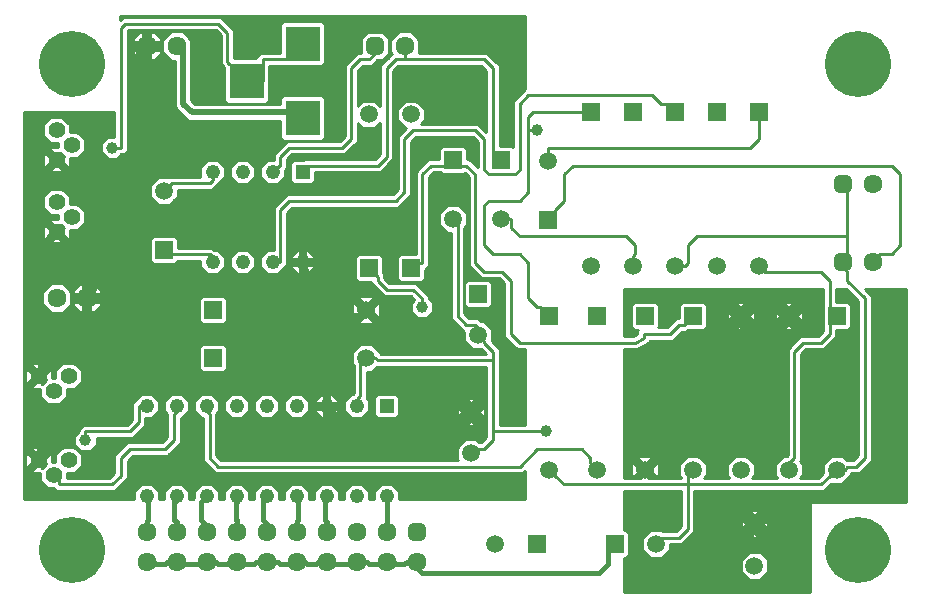
<source format=gtl>
G04 Generated by Ultiboard 11.0 *
%FSLAX25Y25*%
%MOIN*%

%ADD10C,0.01000*%
%ADD11C,0.01500*%
%ADD12C,0.02000*%
%ADD13C,0.22004*%
%ADD14C,0.03937*%
%ADD15C,0.05906*%
%ADD16R,0.05906X0.05906*%
%ADD17C,0.06334*%
%ADD18R,0.02083X0.02083*%
%ADD19C,0.03917*%
%ADD20C,0.04900*%
%ADD21R,0.04900X0.04900*%
%ADD22C,0.05500*%
%ADD23R,0.11833X0.11833*%


G04 ColorRGB 00FF00 for the following layer *
%LNCopper Top*%
%LPD*%
%FSLAX25Y25*%
%MOIN*%
G54D10*
X254992Y312992D02*
X245008Y312992D01*
X277559Y342520D02*
X227362Y342520D01*
X268701Y259843D02*
X224409Y259843D01*
X292323Y366142D02*
X186024Y366142D01*
X268701Y330709D02*
X250110Y330709D01*
X258000Y320653D02*
X255933Y320653D01*
X255933Y320653D02*
X258000Y318586D01*
X258000Y318586D02*
X258000Y316911D01*
X258000Y316911D02*
X254503Y316911D01*
X254503Y316911D02*
X253347Y318067D01*
X253347Y318067D02*
X253347Y316911D01*
X253347Y316911D02*
X250000Y316911D01*
X250000Y316911D02*
X250000Y325000D01*
X250000Y325000D02*
X258000Y325000D01*
X258000Y325000D02*
X258000Y320653D01*
G36*
X258000Y320653D02*
X255933Y320653D01*
X258000Y318586D01*
X258000Y316911D01*
X254503Y316911D01*
X253347Y318067D01*
X253347Y316911D01*
X250000Y316911D01*
X250000Y325000D01*
X258000Y325000D01*
X258000Y320653D01*
G37*
X258000Y320653D02*
X255933Y320653D01*
X255933Y320653D02*
X258000Y318586D01*
X258000Y318586D02*
X258000Y316911D01*
X258000Y316911D02*
X254503Y316911D01*
X254503Y316911D02*
X253347Y318067D01*
X253347Y318067D02*
X253347Y316911D01*
X253347Y316911D02*
X250000Y316911D01*
X250000Y316911D02*
X250000Y325000D01*
X250000Y325000D02*
X258000Y325000D01*
X258000Y325000D02*
X258000Y320653D01*
X253347Y316911D02*
X253347Y313933D01*
X253347Y313933D02*
X255414Y316000D01*
X255414Y316000D02*
X254503Y316911D01*
X254503Y316911D02*
X258000Y316911D01*
X258000Y316911D02*
X258000Y313414D01*
X258000Y313414D02*
X255933Y311347D01*
X255933Y311347D02*
X258000Y311347D01*
X258000Y311347D02*
X258000Y305403D01*
X258000Y305403D02*
X257643Y305045D01*
X257643Y305045D02*
X250000Y305045D01*
X250000Y305045D02*
X250000Y316911D01*
X250000Y316911D02*
X253347Y316911D01*
G36*
X253347Y316911D02*
X253347Y313933D01*
X255414Y316000D01*
X254503Y316911D01*
X258000Y316911D01*
X258000Y313414D01*
X255933Y311347D01*
X258000Y311347D01*
X258000Y305403D01*
X257643Y305045D01*
X250000Y305045D01*
X250000Y316911D01*
X253347Y316911D01*
G37*
X253347Y316911D02*
X253347Y313933D01*
X253347Y313933D02*
X255414Y316000D01*
X255414Y316000D02*
X254503Y316911D01*
X254503Y316911D02*
X258000Y316911D01*
X258000Y316911D02*
X258000Y313414D01*
X258000Y313414D02*
X255933Y311347D01*
X255933Y311347D02*
X258000Y311347D01*
X258000Y311347D02*
X258000Y305403D01*
X258000Y305403D02*
X257643Y305045D01*
X257643Y305045D02*
X250000Y305045D01*
X250000Y305045D02*
X250000Y316911D01*
X250000Y316911D02*
X253347Y316911D01*
X257643Y274500D02*
X250000Y274500D01*
X250000Y274500D02*
X250000Y305045D01*
X250000Y305045D02*
X257643Y305045D01*
X257643Y305045D02*
X257643Y274500D01*
G36*
X257643Y274500D02*
X250000Y274500D01*
X250000Y305045D01*
X257643Y305045D01*
X257643Y274500D01*
G37*
X257643Y274500D02*
X250000Y274500D01*
X250000Y274500D02*
X250000Y305045D01*
X250000Y305045D02*
X257643Y305045D01*
X257643Y305045D02*
X257643Y274500D01*
X257502Y269472D02*
X256073Y269472D01*
X256073Y269472D02*
X253347Y266746D01*
X253347Y266746D02*
X253347Y263707D01*
X253347Y263707D02*
X250000Y263707D01*
X250000Y263707D02*
X250000Y274500D01*
X250000Y274500D02*
X257643Y274500D01*
X257643Y274500D02*
X257643Y269612D01*
X257643Y269612D02*
X257502Y269472D01*
G36*
X257502Y269472D02*
X256073Y269472D01*
X253347Y266746D01*
X253347Y263707D01*
X250000Y263707D01*
X250000Y274500D01*
X257643Y274500D01*
X257643Y269612D01*
X257502Y269472D01*
G37*
X257502Y269472D02*
X256073Y269472D01*
X256073Y269472D02*
X253347Y266746D01*
X253347Y266746D02*
X253347Y263707D01*
X253347Y263707D02*
X250000Y263707D01*
X250000Y263707D02*
X250000Y274500D01*
X250000Y274500D02*
X257643Y274500D01*
X257643Y274500D02*
X257643Y269612D01*
X257643Y269612D02*
X257502Y269472D01*
X250000Y229621D02*
X251269Y230890D01*
X251269Y230890D02*
X251269Y234744D01*
X251269Y234744D02*
X250000Y236013D01*
X250000Y236013D02*
X250000Y245798D01*
X250000Y245798D02*
X251269Y244530D01*
X251269Y244530D02*
X251269Y248664D01*
X251269Y248664D02*
X250000Y247395D01*
X250000Y247395D02*
X250000Y257643D01*
X250000Y257643D02*
X269612Y257643D01*
X269612Y257643D02*
X272136Y260166D01*
X272136Y260166D02*
X274911Y260166D01*
X274911Y260166D02*
X274911Y254000D01*
X274911Y254000D02*
X265000Y254000D01*
X265000Y254000D02*
X265000Y224000D01*
X265000Y224000D02*
X250000Y224000D01*
X250000Y224000D02*
X250000Y229621D01*
G36*
X250000Y229621D02*
X251269Y230890D01*
X251269Y234744D01*
X250000Y236013D01*
X250000Y245798D01*
X251269Y244530D01*
X251269Y248664D01*
X250000Y247395D01*
X250000Y257643D01*
X269612Y257643D01*
X272136Y260166D01*
X274911Y260166D01*
X274911Y254000D01*
X265000Y254000D01*
X265000Y224000D01*
X250000Y224000D01*
X250000Y229621D01*
G37*
X250000Y229621D02*
X251269Y230890D01*
X251269Y230890D02*
X251269Y234744D01*
X251269Y234744D02*
X250000Y236013D01*
X250000Y236013D02*
X250000Y245798D01*
X250000Y245798D02*
X251269Y244530D01*
X251269Y244530D02*
X251269Y248664D01*
X251269Y248664D02*
X250000Y247395D01*
X250000Y247395D02*
X250000Y257643D01*
X250000Y257643D02*
X269612Y257643D01*
X269612Y257643D02*
X272136Y260166D01*
X272136Y260166D02*
X274911Y260166D01*
X274911Y260166D02*
X274911Y254000D01*
X274911Y254000D02*
X265000Y254000D01*
X265000Y254000D02*
X265000Y224000D01*
X265000Y224000D02*
X250000Y224000D01*
X250000Y224000D02*
X250000Y229621D01*
X253347Y263707D02*
X253347Y262892D01*
X253347Y262892D02*
X254196Y262043D01*
X254196Y262043D02*
X250000Y262043D01*
X250000Y262043D02*
X250000Y263707D01*
X250000Y263707D02*
X253347Y263707D01*
G36*
X253347Y263707D02*
X253347Y262892D01*
X254196Y262043D01*
X250000Y262043D01*
X250000Y263707D01*
X253347Y263707D01*
G37*
X253347Y263707D02*
X253347Y262892D01*
X253347Y262892D02*
X254196Y262043D01*
X254196Y262043D02*
X250000Y262043D01*
X250000Y262043D02*
X250000Y263707D01*
X250000Y263707D02*
X253347Y263707D01*
X213971Y244653D02*
X211852Y244653D01*
X211852Y244653D02*
X210237Y243037D01*
X210237Y243037D02*
X204653Y243037D01*
X204653Y243037D02*
X204653Y243657D01*
X204653Y243657D02*
X203657Y244653D01*
X203657Y244653D02*
X203000Y244653D01*
X203000Y244653D02*
X203000Y257643D01*
X203000Y257643D02*
X213971Y257643D01*
X213971Y257643D02*
X213971Y244653D01*
G36*
X213971Y244653D02*
X211852Y244653D01*
X210237Y243037D01*
X204653Y243037D01*
X204653Y243657D01*
X203657Y244653D01*
X203000Y244653D01*
X203000Y257643D01*
X213971Y257643D01*
X213971Y244653D01*
G37*
X213971Y244653D02*
X211852Y244653D01*
X211852Y244653D02*
X210237Y243037D01*
X210237Y243037D02*
X204653Y243037D01*
X204653Y243037D02*
X204653Y243657D01*
X204653Y243657D02*
X203657Y244653D01*
X203657Y244653D02*
X203000Y244653D01*
X203000Y244653D02*
X203000Y257643D01*
X203000Y257643D02*
X213971Y257643D01*
X213971Y257643D02*
X213971Y244653D01*
X216034Y244326D02*
X215707Y244653D01*
X215707Y244653D02*
X213971Y244653D01*
X213971Y244653D02*
X213971Y257643D01*
X213971Y257643D02*
X222209Y257643D01*
X222209Y257643D02*
X222209Y245990D01*
X222209Y245990D02*
X220545Y244326D01*
X220545Y244326D02*
X216034Y244326D01*
G36*
X216034Y244326D02*
X215707Y244653D01*
X213971Y244653D01*
X213971Y257643D01*
X222209Y257643D01*
X222209Y245990D01*
X220545Y244326D01*
X216034Y244326D01*
G37*
X216034Y244326D02*
X215707Y244653D01*
X215707Y244653D02*
X213971Y244653D01*
X213971Y244653D02*
X213971Y257643D01*
X213971Y257643D02*
X222209Y257643D01*
X222209Y257643D02*
X222209Y245990D01*
X222209Y245990D02*
X220545Y244326D01*
X220545Y244326D02*
X216034Y244326D01*
X247649Y250216D02*
X248683Y251249D01*
X248683Y251249D02*
X244549Y251249D01*
X244549Y251249D02*
X245583Y250216D01*
X245583Y250216D02*
X242997Y250216D01*
X242997Y250216D02*
X242997Y257643D01*
X242997Y257643D02*
X250000Y257643D01*
X250000Y257643D02*
X250000Y250216D01*
X250000Y250216D02*
X247649Y250216D01*
G36*
X247649Y250216D02*
X248683Y251249D01*
X244549Y251249D01*
X245583Y250216D01*
X242997Y250216D01*
X242997Y257643D01*
X250000Y257643D01*
X250000Y250216D01*
X247649Y250216D01*
G37*
X247649Y250216D02*
X248683Y251249D01*
X248683Y251249D02*
X244549Y251249D01*
X244549Y251249D02*
X245583Y250216D01*
X245583Y250216D02*
X242997Y250216D01*
X242997Y250216D02*
X242997Y257643D01*
X242997Y257643D02*
X250000Y257643D01*
X250000Y257643D02*
X250000Y250216D01*
X250000Y250216D02*
X247649Y250216D01*
X242997Y247630D02*
X241963Y248664D01*
X241963Y248664D02*
X241963Y244530D01*
X241963Y244530D02*
X242997Y245563D01*
X242997Y245563D02*
X242997Y243037D01*
X242997Y243037D02*
X226911Y243037D01*
X226911Y243037D02*
X226911Y257643D01*
X226911Y257643D02*
X242997Y257643D01*
X242997Y257643D02*
X242997Y247630D01*
G36*
X242997Y247630D02*
X241963Y248664D01*
X241963Y244530D01*
X242997Y245563D01*
X242997Y243037D01*
X226911Y243037D01*
X226911Y257643D01*
X242997Y257643D01*
X242997Y247630D01*
G37*
X242997Y247630D02*
X241963Y248664D01*
X241963Y248664D02*
X241963Y244530D01*
X241963Y244530D02*
X242997Y245563D01*
X242997Y245563D02*
X242997Y243037D01*
X242997Y243037D02*
X226911Y243037D01*
X226911Y243037D02*
X226911Y257643D01*
X226911Y257643D02*
X242997Y257643D01*
X242997Y257643D02*
X242997Y247630D01*
X226609Y257643D02*
X226911Y257643D01*
X226911Y257643D02*
X226911Y243037D01*
X226911Y243037D02*
X225479Y243037D01*
X225479Y243037D02*
X226609Y244167D01*
X226609Y244167D02*
X226609Y257643D01*
G36*
X226609Y257643D02*
X226911Y257643D01*
X226911Y243037D01*
X225479Y243037D01*
X226609Y244167D01*
X226609Y257643D01*
G37*
X226609Y257643D02*
X226911Y257643D01*
X226911Y257643D02*
X226911Y243037D01*
X226911Y243037D02*
X225479Y243037D01*
X225479Y243037D02*
X226609Y244167D01*
X226609Y244167D02*
X226609Y257643D01*
X250000Y236013D02*
X248543Y237470D01*
X248543Y237470D02*
X244689Y237470D01*
X244689Y237470D02*
X241963Y234744D01*
X241963Y234744D02*
X241963Y230890D01*
X241963Y230890D02*
X244689Y228164D01*
X244689Y228164D02*
X248543Y228164D01*
X248543Y228164D02*
X250000Y229621D01*
X250000Y229621D02*
X250000Y224000D01*
X250000Y224000D02*
X203000Y224000D01*
X203000Y224000D02*
X203000Y235347D01*
X203000Y235347D02*
X203657Y235347D01*
X203657Y235347D02*
X204653Y236343D01*
X204653Y236343D02*
X204653Y243037D01*
X204653Y243037D02*
X210237Y243037D01*
X210237Y243037D02*
X209127Y241927D01*
X209127Y241927D02*
X209127Y238073D01*
X209127Y238073D02*
X211852Y235347D01*
X211852Y235347D02*
X215707Y235347D01*
X215707Y235347D02*
X218432Y238073D01*
X218432Y238073D02*
X218432Y239926D01*
X218432Y239926D02*
X222368Y239926D01*
X222368Y239926D02*
X225479Y243037D01*
X225479Y243037D02*
X245642Y243037D01*
X245642Y243037D02*
X244549Y241944D01*
X244549Y241944D02*
X248683Y241944D01*
X248683Y241944D02*
X247590Y243037D01*
X247590Y243037D02*
X250000Y243037D01*
X250000Y243037D02*
X250000Y236013D01*
G36*
X250000Y236013D02*
X248543Y237470D01*
X244689Y237470D01*
X241963Y234744D01*
X241963Y230890D01*
X244689Y228164D01*
X248543Y228164D01*
X250000Y229621D01*
X250000Y224000D01*
X203000Y224000D01*
X203000Y235347D01*
X203657Y235347D01*
X204653Y236343D01*
X204653Y243037D01*
X210237Y243037D01*
X209127Y241927D01*
X209127Y238073D01*
X211852Y235347D01*
X215707Y235347D01*
X218432Y238073D01*
X218432Y239926D01*
X222368Y239926D01*
X225479Y243037D01*
X245642Y243037D01*
X244549Y241944D01*
X248683Y241944D01*
X247590Y243037D01*
X250000Y243037D01*
X250000Y236013D01*
G37*
X250000Y236013D02*
X248543Y237470D01*
X248543Y237470D02*
X244689Y237470D01*
X244689Y237470D02*
X241963Y234744D01*
X241963Y234744D02*
X241963Y230890D01*
X241963Y230890D02*
X244689Y228164D01*
X244689Y228164D02*
X248543Y228164D01*
X248543Y228164D02*
X250000Y229621D01*
X250000Y229621D02*
X250000Y224000D01*
X250000Y224000D02*
X203000Y224000D01*
X203000Y224000D02*
X203000Y235347D01*
X203000Y235347D02*
X203657Y235347D01*
X203657Y235347D02*
X204653Y236343D01*
X204653Y236343D02*
X204653Y243037D01*
X204653Y243037D02*
X210237Y243037D01*
X210237Y243037D02*
X209127Y241927D01*
X209127Y241927D02*
X209127Y238073D01*
X209127Y238073D02*
X211852Y235347D01*
X211852Y235347D02*
X215707Y235347D01*
X215707Y235347D02*
X218432Y238073D01*
X218432Y238073D02*
X218432Y239926D01*
X218432Y239926D02*
X222368Y239926D01*
X222368Y239926D02*
X225479Y243037D01*
X225479Y243037D02*
X245642Y243037D01*
X245642Y243037D02*
X244549Y241944D01*
X244549Y241944D02*
X248683Y241944D01*
X248683Y241944D02*
X247590Y243037D01*
X247590Y243037D02*
X250000Y243037D01*
X250000Y243037D02*
X250000Y236013D01*
X245583Y250216D02*
X246616Y249182D01*
X246616Y249182D02*
X247649Y250216D01*
X247649Y250216D02*
X250000Y250216D01*
X250000Y250216D02*
X250000Y247395D01*
X250000Y247395D02*
X249202Y246597D01*
X249202Y246597D02*
X250000Y245798D01*
X250000Y245798D02*
X250000Y243037D01*
X250000Y243037D02*
X247590Y243037D01*
X247590Y243037D02*
X246616Y244011D01*
X246616Y244011D02*
X245642Y243037D01*
X245642Y243037D02*
X242997Y243037D01*
X242997Y243037D02*
X242997Y245563D01*
X242997Y245563D02*
X244030Y246597D01*
X244030Y246597D02*
X242997Y247630D01*
X242997Y247630D02*
X242997Y250216D01*
X242997Y250216D02*
X245583Y250216D01*
G36*
X245583Y250216D02*
X246616Y249182D01*
X247649Y250216D01*
X250000Y250216D01*
X250000Y247395D01*
X249202Y246597D01*
X250000Y245798D01*
X250000Y243037D01*
X247590Y243037D01*
X246616Y244011D01*
X245642Y243037D01*
X242997Y243037D01*
X242997Y245563D01*
X244030Y246597D01*
X242997Y247630D01*
X242997Y250216D01*
X245583Y250216D01*
G37*
X245583Y250216D02*
X246616Y249182D01*
X246616Y249182D02*
X247649Y250216D01*
X247649Y250216D02*
X250000Y250216D01*
X250000Y250216D02*
X250000Y247395D01*
X250000Y247395D02*
X249202Y246597D01*
X249202Y246597D02*
X250000Y245798D01*
X250000Y245798D02*
X250000Y243037D01*
X250000Y243037D02*
X247590Y243037D01*
X247590Y243037D02*
X246616Y244011D01*
X246616Y244011D02*
X245642Y243037D01*
X245642Y243037D02*
X242997Y243037D01*
X242997Y243037D02*
X242997Y245563D01*
X242997Y245563D02*
X244030Y246597D01*
X244030Y246597D02*
X242997Y247630D01*
X242997Y247630D02*
X242997Y250216D01*
X242997Y250216D02*
X245583Y250216D01*
X211438Y320653D02*
X206343Y320653D01*
X206343Y320653D02*
X205347Y319657D01*
X205347Y319657D02*
X205347Y312343D01*
X205347Y312343D02*
X206343Y311347D01*
X206343Y311347D02*
X207842Y311347D01*
X207842Y311347D02*
X207446Y310951D01*
X207446Y310951D02*
X203000Y310951D01*
X203000Y310951D02*
X203000Y325000D01*
X203000Y325000D02*
X211438Y325000D01*
X211438Y325000D02*
X211438Y320653D01*
G36*
X211438Y320653D02*
X206343Y320653D01*
X205347Y319657D01*
X205347Y312343D01*
X206343Y311347D01*
X207842Y311347D01*
X207446Y310951D01*
X203000Y310951D01*
X203000Y325000D01*
X211438Y325000D01*
X211438Y320653D01*
G37*
X211438Y320653D02*
X206343Y320653D01*
X206343Y320653D02*
X205347Y319657D01*
X205347Y319657D02*
X205347Y312343D01*
X205347Y312343D02*
X206343Y311347D01*
X206343Y311347D02*
X207842Y311347D01*
X207842Y311347D02*
X207446Y310951D01*
X207446Y310951D02*
X203000Y310951D01*
X203000Y310951D02*
X203000Y325000D01*
X203000Y325000D02*
X211438Y325000D01*
X211438Y325000D02*
X211438Y320653D01*
X227438Y320653D02*
X222343Y320653D01*
X222343Y320653D02*
X221347Y319657D01*
X221347Y319657D02*
X221347Y315192D01*
X221347Y315192D02*
X220545Y315192D01*
X220545Y315192D02*
X217593Y312239D01*
X217593Y312239D02*
X214549Y312239D01*
X214549Y312239D02*
X214653Y312343D01*
X214653Y312343D02*
X214653Y319657D01*
X214653Y319657D02*
X213657Y320653D01*
X213657Y320653D02*
X211438Y320653D01*
X211438Y320653D02*
X211438Y325000D01*
X211438Y325000D02*
X227438Y325000D01*
X227438Y325000D02*
X227438Y320653D01*
G36*
X227438Y320653D02*
X222343Y320653D01*
X221347Y319657D01*
X221347Y315192D01*
X220545Y315192D01*
X217593Y312239D01*
X214549Y312239D01*
X214653Y312343D01*
X214653Y319657D01*
X213657Y320653D01*
X211438Y320653D01*
X211438Y325000D01*
X227438Y325000D01*
X227438Y320653D01*
G37*
X227438Y320653D02*
X222343Y320653D01*
X222343Y320653D02*
X221347Y319657D01*
X221347Y319657D02*
X221347Y315192D01*
X221347Y315192D02*
X220545Y315192D01*
X220545Y315192D02*
X217593Y312239D01*
X217593Y312239D02*
X214549Y312239D01*
X214549Y312239D02*
X214653Y312343D01*
X214653Y312343D02*
X214653Y319657D01*
X214653Y319657D02*
X213657Y320653D01*
X213657Y320653D02*
X211438Y320653D01*
X211438Y320653D02*
X211438Y325000D01*
X211438Y325000D02*
X227438Y325000D01*
X227438Y325000D02*
X227438Y320653D01*
X242000Y320653D02*
X239933Y320653D01*
X239933Y320653D02*
X242000Y318586D01*
X242000Y318586D02*
X242000Y316000D01*
X242000Y316000D02*
X239414Y316000D01*
X239414Y316000D02*
X237347Y318067D01*
X237347Y318067D02*
X237347Y316000D01*
X237347Y316000D02*
X230653Y316000D01*
X230653Y316000D02*
X230653Y319657D01*
X230653Y319657D02*
X229657Y320653D01*
X229657Y320653D02*
X227438Y320653D01*
X227438Y320653D02*
X227438Y325000D01*
X227438Y325000D02*
X242000Y325000D01*
X242000Y325000D02*
X242000Y320653D01*
G36*
X242000Y320653D02*
X239933Y320653D01*
X242000Y318586D01*
X242000Y316000D01*
X239414Y316000D01*
X237347Y318067D01*
X237347Y316000D01*
X230653Y316000D01*
X230653Y319657D01*
X229657Y320653D01*
X227438Y320653D01*
X227438Y325000D01*
X242000Y325000D01*
X242000Y320653D01*
G37*
X242000Y320653D02*
X239933Y320653D01*
X239933Y320653D02*
X242000Y318586D01*
X242000Y318586D02*
X242000Y316000D01*
X242000Y316000D02*
X239414Y316000D01*
X239414Y316000D02*
X237347Y318067D01*
X237347Y318067D02*
X237347Y316000D01*
X237347Y316000D02*
X230653Y316000D01*
X230653Y316000D02*
X230653Y319657D01*
X230653Y319657D02*
X229657Y320653D01*
X229657Y320653D02*
X227438Y320653D01*
X227438Y320653D02*
X227438Y325000D01*
X227438Y325000D02*
X242000Y325000D01*
X242000Y325000D02*
X242000Y320653D01*
X242000Y318586D02*
X244067Y320653D01*
X244067Y320653D02*
X242000Y320653D01*
X242000Y320653D02*
X242000Y325000D01*
X242000Y325000D02*
X250000Y325000D01*
X250000Y325000D02*
X250000Y316000D01*
X250000Y316000D02*
X246653Y316000D01*
X246653Y316000D02*
X246653Y318067D01*
X246653Y318067D02*
X244586Y316000D01*
X244586Y316000D02*
X242000Y316000D01*
X242000Y316000D02*
X242000Y318586D01*
G36*
X242000Y318586D02*
X244067Y320653D01*
X242000Y320653D01*
X242000Y325000D01*
X250000Y325000D01*
X250000Y316000D01*
X246653Y316000D01*
X246653Y318067D01*
X244586Y316000D01*
X242000Y316000D01*
X242000Y318586D01*
G37*
X242000Y318586D02*
X244067Y320653D01*
X244067Y320653D02*
X242000Y320653D01*
X242000Y320653D02*
X242000Y325000D01*
X242000Y325000D02*
X250000Y325000D01*
X250000Y325000D02*
X250000Y316000D01*
X250000Y316000D02*
X246653Y316000D01*
X246653Y316000D02*
X246653Y318067D01*
X246653Y318067D02*
X244586Y316000D01*
X244586Y316000D02*
X242000Y316000D01*
X242000Y316000D02*
X242000Y318586D01*
X237347Y316000D02*
X237347Y313933D01*
X237347Y313933D02*
X239414Y316000D01*
X239414Y316000D02*
X242000Y316000D01*
X242000Y316000D02*
X242000Y313414D01*
X242000Y313414D02*
X239933Y311347D01*
X239933Y311347D02*
X242000Y311347D01*
X242000Y311347D02*
X242000Y310951D01*
X242000Y310951D02*
X227438Y310951D01*
X227438Y310951D02*
X227438Y311347D01*
X227438Y311347D02*
X229657Y311347D01*
X229657Y311347D02*
X230653Y312343D01*
X230653Y312343D02*
X230653Y316000D01*
X230653Y316000D02*
X237347Y316000D01*
G36*
X237347Y316000D02*
X237347Y313933D01*
X239414Y316000D01*
X242000Y316000D01*
X242000Y313414D01*
X239933Y311347D01*
X242000Y311347D01*
X242000Y310951D01*
X227438Y310951D01*
X227438Y311347D01*
X229657Y311347D01*
X230653Y312343D01*
X230653Y316000D01*
X237347Y316000D01*
G37*
X237347Y316000D02*
X237347Y313933D01*
X237347Y313933D02*
X239414Y316000D01*
X239414Y316000D02*
X242000Y316000D01*
X242000Y316000D02*
X242000Y313414D01*
X242000Y313414D02*
X239933Y311347D01*
X239933Y311347D02*
X242000Y311347D01*
X242000Y311347D02*
X242000Y310951D01*
X242000Y310951D02*
X227438Y310951D01*
X227438Y310951D02*
X227438Y311347D01*
X227438Y311347D02*
X229657Y311347D01*
X229657Y311347D02*
X230653Y312343D01*
X230653Y312343D02*
X230653Y316000D01*
X230653Y316000D02*
X237347Y316000D01*
X242000Y311347D02*
X244067Y311347D01*
X244067Y311347D02*
X242000Y313414D01*
X242000Y313414D02*
X242000Y316000D01*
X242000Y316000D02*
X244586Y316000D01*
X244586Y316000D02*
X246653Y313933D01*
X246653Y313933D02*
X246653Y316000D01*
X246653Y316000D02*
X250000Y316000D01*
X250000Y316000D02*
X250000Y310951D01*
X250000Y310951D02*
X242000Y310951D01*
X242000Y310951D02*
X242000Y311347D01*
G36*
X242000Y311347D02*
X244067Y311347D01*
X242000Y313414D01*
X242000Y316000D01*
X244586Y316000D01*
X246653Y313933D01*
X246653Y316000D01*
X250000Y316000D01*
X250000Y310951D01*
X242000Y310951D01*
X242000Y311347D01*
G37*
X242000Y311347D02*
X244067Y311347D01*
X244067Y311347D02*
X242000Y313414D01*
X242000Y313414D02*
X242000Y316000D01*
X242000Y316000D02*
X244586Y316000D01*
X244586Y316000D02*
X246653Y313933D01*
X246653Y313933D02*
X246653Y316000D01*
X246653Y316000D02*
X250000Y316000D01*
X250000Y316000D02*
X250000Y310951D01*
X250000Y310951D02*
X242000Y310951D01*
X242000Y310951D02*
X242000Y311347D01*
X222368Y310792D02*
X223903Y310792D01*
X223903Y310792D02*
X224062Y310951D01*
X224062Y310951D02*
X250000Y310951D01*
X250000Y310951D02*
X250000Y274500D01*
X250000Y274500D02*
X211206Y274500D01*
X211206Y274500D02*
X211206Y306883D01*
X211206Y306883D02*
X211445Y307003D01*
X211445Y307003D02*
X211569Y307375D01*
X211569Y307375D02*
X211846Y307652D01*
X211846Y307652D02*
X211846Y307839D01*
X211846Y307839D02*
X219415Y307839D01*
X219415Y307839D02*
X222368Y310792D01*
G36*
X222368Y310792D02*
X223903Y310792D01*
X224062Y310951D01*
X250000Y310951D01*
X250000Y274500D01*
X211206Y274500D01*
X211206Y306883D01*
X211445Y307003D01*
X211569Y307375D01*
X211846Y307652D01*
X211846Y307839D01*
X219415Y307839D01*
X222368Y310792D01*
G37*
X222368Y310792D02*
X223903Y310792D01*
X223903Y310792D02*
X224062Y310951D01*
X224062Y310951D02*
X250000Y310951D01*
X250000Y310951D02*
X250000Y274500D01*
X250000Y274500D02*
X211206Y274500D01*
X211206Y274500D02*
X211206Y306883D01*
X211206Y306883D02*
X211445Y307003D01*
X211445Y307003D02*
X211569Y307375D01*
X211569Y307375D02*
X211846Y307652D01*
X211846Y307652D02*
X211846Y307839D01*
X211846Y307839D02*
X219415Y307839D01*
X219415Y307839D02*
X222368Y310792D01*
X226911Y269472D02*
X224073Y269472D01*
X224073Y269472D02*
X221347Y266746D01*
X221347Y266746D02*
X221347Y262892D01*
X221347Y262892D02*
X222196Y262043D01*
X222196Y262043D02*
X213971Y262043D01*
X213971Y262043D02*
X213971Y262210D01*
X213971Y262210D02*
X214653Y262892D01*
X214653Y262892D02*
X214653Y266746D01*
X214653Y266746D02*
X213971Y267428D01*
X213971Y267428D02*
X213971Y274500D01*
X213971Y274500D02*
X226911Y274500D01*
X226911Y274500D02*
X226911Y269472D01*
G36*
X226911Y269472D02*
X224073Y269472D01*
X221347Y266746D01*
X221347Y262892D01*
X222196Y262043D01*
X213971Y262043D01*
X213971Y262210D01*
X214653Y262892D01*
X214653Y266746D01*
X213971Y267428D01*
X213971Y274500D01*
X226911Y274500D01*
X226911Y269472D01*
G37*
X226911Y269472D02*
X224073Y269472D01*
X224073Y269472D02*
X221347Y266746D01*
X221347Y266746D02*
X221347Y262892D01*
X221347Y262892D02*
X222196Y262043D01*
X222196Y262043D02*
X213971Y262043D01*
X213971Y262043D02*
X213971Y262210D01*
X213971Y262210D02*
X214653Y262892D01*
X214653Y262892D02*
X214653Y266746D01*
X214653Y266746D02*
X213971Y267428D01*
X213971Y267428D02*
X213971Y274500D01*
X213971Y274500D02*
X226911Y274500D01*
X226911Y274500D02*
X226911Y269472D01*
X203000Y304887D02*
X206336Y304887D01*
X206336Y304887D02*
X206862Y304711D01*
X206862Y304711D02*
X207212Y304887D01*
X207212Y304887D02*
X207604Y304887D01*
X207604Y304887D02*
X207996Y305279D01*
X207996Y305279D02*
X210165Y306363D01*
X210165Y306363D02*
X210557Y306363D01*
X210557Y306363D02*
X210949Y306755D01*
X210949Y306755D02*
X211206Y306883D01*
X211206Y306883D02*
X211206Y274500D01*
X211206Y274500D02*
X203000Y274500D01*
X203000Y274500D02*
X203000Y304887D01*
G36*
X203000Y304887D02*
X206336Y304887D01*
X206862Y304711D01*
X207212Y304887D01*
X207604Y304887D01*
X207996Y305279D01*
X210165Y306363D01*
X210557Y306363D01*
X210949Y306755D01*
X211206Y306883D01*
X211206Y274500D01*
X203000Y274500D01*
X203000Y304887D01*
G37*
X203000Y304887D02*
X206336Y304887D01*
X206336Y304887D02*
X206862Y304711D01*
X206862Y304711D02*
X207212Y304887D01*
X207212Y304887D02*
X207604Y304887D01*
X207604Y304887D02*
X207996Y305279D01*
X207996Y305279D02*
X210165Y306363D01*
X210165Y306363D02*
X210557Y306363D01*
X210557Y306363D02*
X210949Y306755D01*
X210949Y306755D02*
X211206Y306883D01*
X211206Y306883D02*
X211206Y274500D01*
X211206Y274500D02*
X203000Y274500D01*
X203000Y274500D02*
X203000Y304887D01*
X206029Y267428D02*
X205347Y266746D01*
X205347Y266746D02*
X205347Y262892D01*
X205347Y262892D02*
X206029Y262210D01*
X206029Y262210D02*
X206029Y262043D01*
X206029Y262043D02*
X203000Y262043D01*
X203000Y262043D02*
X203000Y274500D01*
X203000Y274500D02*
X206029Y274500D01*
X206029Y274500D02*
X206029Y267428D01*
G36*
X206029Y267428D02*
X205347Y266746D01*
X205347Y262892D01*
X206029Y262210D01*
X206029Y262043D01*
X203000Y262043D01*
X203000Y274500D01*
X206029Y274500D01*
X206029Y267428D01*
G37*
X206029Y267428D02*
X205347Y266746D01*
X205347Y266746D02*
X205347Y262892D01*
X205347Y262892D02*
X206029Y262210D01*
X206029Y262210D02*
X206029Y262043D01*
X206029Y262043D02*
X203000Y262043D01*
X203000Y262043D02*
X203000Y274500D01*
X203000Y274500D02*
X206029Y274500D01*
X206029Y274500D02*
X206029Y267428D01*
X212609Y268790D02*
X211927Y269472D01*
X211927Y269472D02*
X208073Y269472D01*
X208073Y269472D02*
X207391Y268790D01*
X207391Y268790D02*
X206029Y268790D01*
X206029Y268790D02*
X206029Y274500D01*
X206029Y274500D02*
X213971Y274500D01*
X213971Y274500D02*
X213971Y268790D01*
X213971Y268790D02*
X212609Y268790D01*
G36*
X212609Y268790D02*
X211927Y269472D01*
X208073Y269472D01*
X207391Y268790D01*
X206029Y268790D01*
X206029Y274500D01*
X213971Y274500D01*
X213971Y268790D01*
X212609Y268790D01*
G37*
X212609Y268790D02*
X211927Y269472D01*
X211927Y269472D02*
X208073Y269472D01*
X208073Y269472D02*
X207391Y268790D01*
X207391Y268790D02*
X206029Y268790D01*
X206029Y268790D02*
X206029Y274500D01*
X206029Y274500D02*
X213971Y274500D01*
X213971Y274500D02*
X213971Y268790D01*
X213971Y268790D02*
X212609Y268790D01*
X207391Y268790D02*
X210000Y266182D01*
X210000Y266182D02*
X212609Y268790D01*
X212609Y268790D02*
X213971Y268790D01*
X213971Y268790D02*
X213971Y267428D01*
X213971Y267428D02*
X211363Y264819D01*
X211363Y264819D02*
X213971Y262210D01*
X213971Y262210D02*
X213971Y262043D01*
X213971Y262043D02*
X211414Y262043D01*
X211414Y262043D02*
X210000Y263456D01*
X210000Y263456D02*
X208586Y262043D01*
X208586Y262043D02*
X206029Y262043D01*
X206029Y262043D02*
X206029Y262210D01*
X206029Y262210D02*
X208637Y264819D01*
X208637Y264819D02*
X206029Y267428D01*
X206029Y267428D02*
X206029Y268790D01*
X206029Y268790D02*
X207391Y268790D01*
G36*
X207391Y268790D02*
X210000Y266182D01*
X212609Y268790D01*
X213971Y268790D01*
X213971Y267428D01*
X211363Y264819D01*
X213971Y262210D01*
X213971Y262043D01*
X211414Y262043D01*
X210000Y263456D01*
X208586Y262043D01*
X206029Y262043D01*
X206029Y262210D01*
X208637Y264819D01*
X206029Y267428D01*
X206029Y268790D01*
X207391Y268790D01*
G37*
X207391Y268790D02*
X210000Y266182D01*
X210000Y266182D02*
X212609Y268790D01*
X212609Y268790D02*
X213971Y268790D01*
X213971Y268790D02*
X213971Y267428D01*
X213971Y267428D02*
X211363Y264819D01*
X211363Y264819D02*
X213971Y262210D01*
X213971Y262210D02*
X213971Y262043D01*
X213971Y262043D02*
X211414Y262043D01*
X211414Y262043D02*
X210000Y263456D01*
X210000Y263456D02*
X208586Y262043D01*
X208586Y262043D02*
X206029Y262043D01*
X206029Y262043D02*
X206029Y262210D01*
X206029Y262210D02*
X208637Y264819D01*
X208637Y264819D02*
X206029Y267428D01*
X206029Y267428D02*
X206029Y268790D01*
X206029Y268790D02*
X207391Y268790D01*
X206174Y309287D02*
X203000Y309287D01*
X203000Y309287D02*
X203000Y310951D01*
X203000Y310951D02*
X207446Y310951D01*
X207446Y310951D02*
X207446Y309923D01*
X207446Y309923D02*
X206174Y309287D01*
G36*
X206174Y309287D02*
X203000Y309287D01*
X203000Y310951D01*
X207446Y310951D01*
X207446Y309923D01*
X206174Y309287D01*
G37*
X206174Y309287D02*
X203000Y309287D01*
X203000Y309287D02*
X203000Y310951D01*
X203000Y310951D02*
X207446Y310951D01*
X207446Y310951D02*
X207446Y309923D01*
X207446Y309923D02*
X206174Y309287D01*
X246653Y266257D02*
X246653Y266746D01*
X246653Y266746D02*
X243927Y269472D01*
X243927Y269472D02*
X240073Y269472D01*
X240073Y269472D02*
X237347Y266746D01*
X237347Y266746D02*
X237347Y266257D01*
X237347Y266257D02*
X230653Y266257D01*
X230653Y266257D02*
X230653Y266746D01*
X230653Y266746D02*
X227927Y269472D01*
X227927Y269472D02*
X226911Y269472D01*
X226911Y269472D02*
X226911Y274500D01*
X226911Y274500D02*
X250000Y274500D01*
X250000Y274500D02*
X250000Y266257D01*
X250000Y266257D02*
X246653Y266257D01*
G36*
X246653Y266257D02*
X246653Y266746D01*
X243927Y269472D01*
X240073Y269472D01*
X237347Y266746D01*
X237347Y266257D01*
X230653Y266257D01*
X230653Y266746D01*
X227927Y269472D01*
X226911Y269472D01*
X226911Y274500D01*
X250000Y274500D01*
X250000Y266257D01*
X246653Y266257D01*
G37*
X246653Y266257D02*
X246653Y266746D01*
X246653Y266746D02*
X243927Y269472D01*
X243927Y269472D02*
X240073Y269472D01*
X240073Y269472D02*
X237347Y266746D01*
X237347Y266746D02*
X237347Y266257D01*
X237347Y266257D02*
X230653Y266257D01*
X230653Y266257D02*
X230653Y266746D01*
X230653Y266746D02*
X227927Y269472D01*
X227927Y269472D02*
X226911Y269472D01*
X226911Y269472D02*
X226911Y274500D01*
X226911Y274500D02*
X250000Y274500D01*
X250000Y274500D02*
X250000Y266257D01*
X250000Y266257D02*
X246653Y266257D01*
X237347Y266257D02*
X237347Y262892D01*
X237347Y262892D02*
X238196Y262043D01*
X238196Y262043D02*
X229804Y262043D01*
X229804Y262043D02*
X230653Y262892D01*
X230653Y262892D02*
X230653Y266257D01*
X230653Y266257D02*
X237347Y266257D01*
G36*
X237347Y266257D02*
X237347Y262892D01*
X238196Y262043D01*
X229804Y262043D01*
X230653Y262892D01*
X230653Y266257D01*
X237347Y266257D01*
G37*
X237347Y266257D02*
X237347Y262892D01*
X237347Y262892D02*
X238196Y262043D01*
X238196Y262043D02*
X229804Y262043D01*
X229804Y262043D02*
X230653Y262892D01*
X230653Y262892D02*
X230653Y266257D01*
X230653Y266257D02*
X237347Y266257D01*
X245804Y262043D02*
X246653Y262892D01*
X246653Y262892D02*
X246653Y266257D01*
X246653Y266257D02*
X250000Y266257D01*
X250000Y266257D02*
X250000Y262043D01*
X250000Y262043D02*
X245804Y262043D01*
G36*
X245804Y262043D02*
X246653Y262892D01*
X246653Y266257D01*
X250000Y266257D01*
X250000Y262043D01*
X245804Y262043D01*
G37*
X245804Y262043D02*
X246653Y262892D01*
X246653Y262892D02*
X246653Y266257D01*
X246653Y266257D02*
X250000Y266257D01*
X250000Y266257D02*
X250000Y262043D01*
X250000Y262043D02*
X245804Y262043D01*
X224459Y311347D02*
X227438Y311347D01*
X227438Y311347D02*
X227438Y310951D01*
X227438Y310951D02*
X224062Y310951D01*
X224062Y310951D02*
X224459Y311347D01*
G36*
X224459Y311347D02*
X227438Y311347D01*
X227438Y310951D01*
X224062Y310951D01*
X224459Y311347D01*
G37*
X224459Y311347D02*
X227438Y311347D01*
X227438Y311347D02*
X227438Y310951D01*
X227438Y310951D02*
X224062Y310951D01*
X224062Y310951D02*
X224459Y311347D01*
X269347Y316911D02*
X269347Y312343D01*
X269347Y312343D02*
X269454Y312237D01*
X269454Y312237D02*
X269454Y310951D01*
X269454Y310951D02*
X267790Y309287D01*
X267790Y309287D02*
X261884Y309287D01*
X261884Y309287D02*
X258000Y305403D01*
X258000Y305403D02*
X258000Y311347D01*
X258000Y311347D02*
X260067Y311347D01*
X260067Y311347D02*
X258000Y313414D01*
X258000Y313414D02*
X258000Y316911D01*
X258000Y316911D02*
X261497Y316911D01*
X261497Y316911D02*
X260586Y316000D01*
X260586Y316000D02*
X262653Y313933D01*
X262653Y313933D02*
X262653Y316911D01*
X262653Y316911D02*
X269347Y316911D01*
G36*
X269347Y316911D02*
X269347Y312343D01*
X269454Y312237D01*
X269454Y310951D01*
X267790Y309287D01*
X261884Y309287D01*
X258000Y305403D01*
X258000Y311347D01*
X260067Y311347D01*
X258000Y313414D01*
X258000Y316911D01*
X261497Y316911D01*
X260586Y316000D01*
X262653Y313933D01*
X262653Y316911D01*
X269347Y316911D01*
G37*
X269347Y316911D02*
X269347Y312343D01*
X269347Y312343D02*
X269454Y312237D01*
X269454Y312237D02*
X269454Y310951D01*
X269454Y310951D02*
X267790Y309287D01*
X267790Y309287D02*
X261884Y309287D01*
X261884Y309287D02*
X258000Y305403D01*
X258000Y305403D02*
X258000Y311347D01*
X258000Y311347D02*
X260067Y311347D01*
X260067Y311347D02*
X258000Y313414D01*
X258000Y313414D02*
X258000Y316911D01*
X258000Y316911D02*
X261497Y316911D01*
X261497Y316911D02*
X260586Y316000D01*
X260586Y316000D02*
X262653Y313933D01*
X262653Y313933D02*
X262653Y316911D01*
X262653Y316911D02*
X269347Y316911D01*
X274911Y311347D02*
X277657Y311347D01*
X277657Y311347D02*
X278653Y312343D01*
X278653Y312343D02*
X278653Y319657D01*
X278653Y319657D02*
X277657Y320653D01*
X277657Y320653D02*
X274911Y320653D01*
X274911Y320653D02*
X274911Y325000D01*
X274911Y325000D02*
X277204Y325000D01*
X277204Y325000D02*
X281265Y320939D01*
X281265Y320939D02*
X281265Y305045D01*
X281265Y305045D02*
X274911Y305045D01*
X274911Y305045D02*
X274911Y311347D01*
G36*
X274911Y311347D02*
X277657Y311347D01*
X278653Y312343D01*
X278653Y319657D01*
X277657Y320653D01*
X274911Y320653D01*
X274911Y325000D01*
X277204Y325000D01*
X281265Y320939D01*
X281265Y305045D01*
X274911Y305045D01*
X274911Y311347D01*
G37*
X274911Y311347D02*
X277657Y311347D01*
X277657Y311347D02*
X278653Y312343D01*
X278653Y312343D02*
X278653Y319657D01*
X278653Y319657D02*
X277657Y320653D01*
X277657Y320653D02*
X274911Y320653D01*
X274911Y320653D02*
X274911Y325000D01*
X274911Y325000D02*
X277204Y325000D01*
X277204Y325000D02*
X281265Y320939D01*
X281265Y320939D02*
X281265Y305045D01*
X281265Y305045D02*
X274911Y305045D01*
X274911Y305045D02*
X274911Y311347D01*
X285665Y305045D02*
X285665Y322762D01*
X285665Y322762D02*
X283426Y325000D01*
X283426Y325000D02*
X297000Y325000D01*
X297000Y325000D02*
X297000Y305045D01*
X297000Y305045D02*
X285665Y305045D01*
G36*
X285665Y305045D02*
X285665Y322762D01*
X283426Y325000D01*
X297000Y325000D01*
X297000Y305045D01*
X285665Y305045D01*
G37*
X285665Y305045D02*
X285665Y322762D01*
X285665Y322762D02*
X283426Y325000D01*
X283426Y325000D02*
X297000Y325000D01*
X297000Y325000D02*
X297000Y305045D01*
X297000Y305045D02*
X285665Y305045D01*
X285665Y274500D02*
X297000Y274500D01*
X297000Y274500D02*
X297000Y264837D01*
X297000Y264837D02*
X282712Y264837D01*
X282712Y264837D02*
X285665Y267790D01*
X285665Y267790D02*
X285665Y274500D01*
G36*
X285665Y274500D02*
X297000Y274500D01*
X297000Y264837D01*
X282712Y264837D01*
X285665Y267790D01*
X285665Y274500D01*
G37*
X285665Y274500D02*
X297000Y274500D01*
X297000Y274500D02*
X297000Y264837D01*
X297000Y264837D02*
X282712Y264837D01*
X282712Y264837D02*
X285665Y267790D01*
X285665Y267790D02*
X285665Y274500D01*
X274911Y260166D02*
X275927Y260166D01*
X275927Y260166D02*
X278653Y262892D01*
X278653Y262892D02*
X278653Y263548D01*
X278653Y263548D02*
X281423Y263548D01*
X281423Y263548D02*
X282712Y264837D01*
X282712Y264837D02*
X297000Y264837D01*
X297000Y264837D02*
X297000Y254000D01*
X297000Y254000D02*
X274911Y254000D01*
X274911Y254000D02*
X274911Y260166D01*
G36*
X274911Y260166D02*
X275927Y260166D01*
X278653Y262892D01*
X278653Y263548D01*
X281423Y263548D01*
X282712Y264837D01*
X297000Y264837D01*
X297000Y254000D01*
X274911Y254000D01*
X274911Y260166D01*
G37*
X274911Y260166D02*
X275927Y260166D01*
X275927Y260166D02*
X278653Y262892D01*
X278653Y262892D02*
X278653Y263548D01*
X278653Y263548D02*
X281423Y263548D01*
X281423Y263548D02*
X282712Y264837D01*
X282712Y264837D02*
X297000Y264837D01*
X297000Y264837D02*
X297000Y254000D01*
X297000Y254000D02*
X274911Y254000D01*
X274911Y254000D02*
X274911Y260166D01*
X281265Y305045D02*
X281265Y274500D01*
X281265Y274500D02*
X262043Y274500D01*
X262043Y274500D02*
X262043Y303223D01*
X262043Y303223D02*
X263707Y304887D01*
X263707Y304887D02*
X269612Y304887D01*
X269612Y304887D02*
X269771Y305045D01*
X269771Y305045D02*
X281265Y305045D01*
G36*
X281265Y305045D02*
X281265Y274500D01*
X262043Y274500D01*
X262043Y303223D01*
X263707Y304887D01*
X269612Y304887D01*
X269771Y305045D01*
X281265Y305045D01*
G37*
X281265Y305045D02*
X281265Y274500D01*
X281265Y274500D02*
X262043Y274500D01*
X262043Y274500D02*
X262043Y303223D01*
X262043Y303223D02*
X263707Y304887D01*
X263707Y304887D02*
X269612Y304887D01*
X269612Y304887D02*
X269771Y305045D01*
X269771Y305045D02*
X281265Y305045D01*
X274911Y269472D02*
X272073Y269472D01*
X272073Y269472D02*
X269347Y266746D01*
X269347Y266746D02*
X269347Y263707D01*
X269347Y263707D02*
X262653Y263707D01*
X262653Y263707D02*
X262653Y266746D01*
X262653Y266746D02*
X261826Y267573D01*
X261826Y267573D02*
X262043Y267790D01*
X262043Y267790D02*
X262043Y274500D01*
X262043Y274500D02*
X274911Y274500D01*
X274911Y274500D02*
X274911Y269472D01*
G36*
X274911Y269472D02*
X272073Y269472D01*
X269347Y266746D01*
X269347Y263707D01*
X262653Y263707D01*
X262653Y266746D01*
X261826Y267573D01*
X262043Y267790D01*
X262043Y274500D01*
X274911Y274500D01*
X274911Y269472D01*
G37*
X274911Y269472D02*
X272073Y269472D01*
X272073Y269472D02*
X269347Y266746D01*
X269347Y266746D02*
X269347Y263707D01*
X269347Y263707D02*
X262653Y263707D01*
X262653Y263707D02*
X262653Y266746D01*
X262653Y266746D02*
X261826Y267573D01*
X261826Y267573D02*
X262043Y267790D01*
X262043Y267790D02*
X262043Y274500D01*
X262043Y274500D02*
X274911Y274500D01*
X274911Y274500D02*
X274911Y269472D01*
X269347Y263707D02*
X269347Y263600D01*
X269347Y263600D02*
X267790Y262043D01*
X267790Y262043D02*
X261804Y262043D01*
X261804Y262043D02*
X262653Y262892D01*
X262653Y262892D02*
X262653Y263707D01*
X262653Y263707D02*
X269347Y263707D01*
G36*
X269347Y263707D02*
X269347Y263600D01*
X267790Y262043D01*
X261804Y262043D01*
X262653Y262892D01*
X262653Y263707D01*
X269347Y263707D01*
G37*
X269347Y263707D02*
X269347Y263600D01*
X269347Y263600D02*
X267790Y262043D01*
X267790Y262043D02*
X261804Y262043D01*
X261804Y262043D02*
X262653Y262892D01*
X262653Y262892D02*
X262653Y263707D01*
X262653Y263707D02*
X269347Y263707D01*
X277451Y267948D02*
X275927Y269472D01*
X275927Y269472D02*
X274911Y269472D01*
X274911Y269472D02*
X274911Y274500D01*
X274911Y274500D02*
X281265Y274500D01*
X281265Y274500D02*
X281265Y269612D01*
X281265Y269612D02*
X279601Y267948D01*
X279601Y267948D02*
X277451Y267948D01*
G36*
X277451Y267948D02*
X275927Y269472D01*
X274911Y269472D01*
X274911Y274500D01*
X281265Y274500D01*
X281265Y269612D01*
X279601Y267948D01*
X277451Y267948D01*
G37*
X277451Y267948D02*
X275927Y269472D01*
X275927Y269472D02*
X274911Y269472D01*
X274911Y269472D02*
X274911Y274500D01*
X274911Y274500D02*
X281265Y274500D01*
X281265Y274500D02*
X281265Y269612D01*
X281265Y269612D02*
X279601Y267948D01*
X279601Y267948D02*
X277451Y267948D01*
X273854Y311347D02*
X274911Y311347D01*
X274911Y311347D02*
X274911Y305045D01*
X274911Y305045D02*
X269771Y305045D01*
X269771Y305045D02*
X273854Y309128D01*
X273854Y309128D02*
X273854Y311347D01*
G36*
X273854Y311347D02*
X274911Y311347D01*
X274911Y305045D01*
X269771Y305045D01*
X273854Y309128D01*
X273854Y311347D01*
G37*
X273854Y311347D02*
X274911Y311347D01*
X274911Y311347D02*
X274911Y305045D01*
X274911Y305045D02*
X269771Y305045D01*
X269771Y305045D02*
X273854Y309128D01*
X273854Y309128D02*
X273854Y311347D01*
X285665Y274500D02*
X285665Y305045D01*
X285665Y305045D02*
X297000Y305045D01*
X297000Y305045D02*
X297000Y274500D01*
X297000Y274500D02*
X285665Y274500D01*
G36*
X285665Y274500D02*
X285665Y305045D01*
X297000Y305045D01*
X297000Y274500D01*
X285665Y274500D01*
G37*
X285665Y274500D02*
X285665Y305045D01*
X285665Y305045D02*
X297000Y305045D01*
X297000Y305045D02*
X297000Y274500D01*
X297000Y274500D02*
X285665Y274500D01*
X269454Y319763D02*
X269347Y319657D01*
X269347Y319657D02*
X269347Y316911D01*
X269347Y316911D02*
X262653Y316911D01*
X262653Y316911D02*
X262653Y318067D01*
X262653Y318067D02*
X261497Y316911D01*
X261497Y316911D02*
X258000Y316911D01*
X258000Y316911D02*
X258000Y318586D01*
X258000Y318586D02*
X260067Y320653D01*
X260067Y320653D02*
X258000Y320653D01*
X258000Y320653D02*
X258000Y325000D01*
X258000Y325000D02*
X269454Y325000D01*
X269454Y325000D02*
X269454Y319763D01*
G36*
X269454Y319763D02*
X269347Y319657D01*
X269347Y316911D01*
X262653Y316911D01*
X262653Y318067D01*
X261497Y316911D01*
X258000Y316911D01*
X258000Y318586D01*
X260067Y320653D01*
X258000Y320653D01*
X258000Y325000D01*
X269454Y325000D01*
X269454Y319763D01*
G37*
X269454Y319763D02*
X269347Y319657D01*
X269347Y319657D02*
X269347Y316911D01*
X269347Y316911D02*
X262653Y316911D01*
X262653Y316911D02*
X262653Y318067D01*
X262653Y318067D02*
X261497Y316911D01*
X261497Y316911D02*
X258000Y316911D01*
X258000Y316911D02*
X258000Y318586D01*
X258000Y318586D02*
X260067Y320653D01*
X260067Y320653D02*
X258000Y320653D01*
X258000Y320653D02*
X258000Y325000D01*
X258000Y325000D02*
X269454Y325000D01*
X269454Y325000D02*
X269454Y319763D01*
X274911Y320653D02*
X273854Y320653D01*
X273854Y320653D02*
X273854Y325000D01*
X273854Y325000D02*
X274911Y325000D01*
X274911Y325000D02*
X274911Y320653D01*
G36*
X274911Y320653D02*
X273854Y320653D01*
X273854Y325000D01*
X274911Y325000D01*
X274911Y320653D01*
G37*
X274911Y320653D02*
X273854Y320653D01*
X273854Y320653D02*
X273854Y325000D01*
X273854Y325000D02*
X274911Y325000D01*
X274911Y325000D02*
X274911Y320653D01*
X224409Y263228D02*
X224409Y245079D01*
X224409Y245079D02*
X221457Y242126D01*
X221457Y242126D02*
X215551Y242126D01*
X215551Y242126D02*
X215551Y241772D01*
X215551Y241772D02*
X213780Y240000D01*
X168307Y265748D02*
X67913Y265748D01*
X132874Y324803D02*
X124016Y324803D01*
X129921Y401575D02*
X126969Y401575D01*
X126969Y401575D02*
X124016Y398622D01*
X129921Y357283D02*
X126969Y354331D01*
X126969Y354331D02*
X91535Y354331D01*
X159449Y301181D02*
X121063Y301181D01*
X124700Y406911D02*
X124700Y408557D01*
X124700Y408557D02*
X122557Y410700D01*
X122557Y410700D02*
X117443Y410700D01*
X117443Y410700D02*
X115300Y408557D01*
X115300Y408557D02*
X115300Y406911D01*
X115300Y406911D02*
X114900Y406911D01*
X114900Y406911D02*
X114900Y416000D01*
X114900Y416000D02*
X124927Y416000D01*
X124927Y416000D02*
X124927Y406911D01*
X124927Y406911D02*
X124700Y406911D01*
G36*
X124700Y406911D02*
X124700Y408557D01*
X122557Y410700D01*
X117443Y410700D01*
X115300Y408557D01*
X115300Y406911D01*
X114900Y406911D01*
X114900Y416000D01*
X124927Y416000D01*
X124927Y406911D01*
X124700Y406911D01*
G37*
X124700Y406911D02*
X124700Y408557D01*
X124700Y408557D02*
X122557Y410700D01*
X122557Y410700D02*
X117443Y410700D01*
X117443Y410700D02*
X115300Y408557D01*
X115300Y408557D02*
X115300Y406911D01*
X115300Y406911D02*
X114900Y406911D01*
X114900Y406911D02*
X114900Y416000D01*
X114900Y416000D02*
X124927Y416000D01*
X124927Y416000D02*
X124927Y406911D01*
X124927Y406911D02*
X124700Y406911D01*
X123743Y402486D02*
X124700Y403443D01*
X124700Y403443D02*
X124700Y406911D01*
X124700Y406911D02*
X124927Y406911D01*
X124927Y406911D02*
X124927Y402645D01*
X124927Y402645D02*
X124769Y402486D01*
X124769Y402486D02*
X123743Y402486D01*
G36*
X123743Y402486D02*
X124700Y403443D01*
X124700Y406911D01*
X124927Y406911D01*
X124927Y402645D01*
X124769Y402486D01*
X123743Y402486D01*
G37*
X123743Y402486D02*
X124700Y403443D01*
X124700Y403443D02*
X124700Y406911D01*
X124700Y406911D02*
X124927Y406911D01*
X124927Y406911D02*
X124927Y402645D01*
X124927Y402645D02*
X124769Y402486D01*
X124769Y402486D02*
X123743Y402486D01*
X120947Y401300D02*
X122557Y401300D01*
X122557Y401300D02*
X123743Y402486D01*
X123743Y402486D02*
X124769Y402486D01*
X124769Y402486D02*
X121816Y399533D01*
X121816Y399533D02*
X121816Y385945D01*
X121816Y385945D02*
X119927Y387834D01*
X119927Y387834D02*
X116073Y387834D01*
X116073Y387834D02*
X114900Y386661D01*
X114900Y386661D02*
X114900Y398206D01*
X114900Y398206D02*
X116069Y399375D01*
X116069Y399375D02*
X119022Y399375D01*
X119022Y399375D02*
X120947Y401300D01*
G36*
X120947Y401300D02*
X122557Y401300D01*
X123743Y402486D01*
X124769Y402486D01*
X121816Y399533D01*
X121816Y385945D01*
X119927Y387834D01*
X116073Y387834D01*
X114900Y386661D01*
X114900Y398206D01*
X116069Y399375D01*
X119022Y399375D01*
X120947Y401300D01*
G37*
X120947Y401300D02*
X122557Y401300D01*
X122557Y401300D02*
X123743Y402486D01*
X123743Y402486D02*
X124769Y402486D01*
X124769Y402486D02*
X121816Y399533D01*
X121816Y399533D02*
X121816Y385945D01*
X121816Y385945D02*
X119927Y387834D01*
X119927Y387834D02*
X116073Y387834D01*
X116073Y387834D02*
X114900Y386661D01*
X114900Y386661D02*
X114900Y398206D01*
X114900Y398206D02*
X116069Y399375D01*
X116069Y399375D02*
X119022Y399375D01*
X119022Y399375D02*
X120947Y401300D01*
X134867Y406911D02*
X134867Y408016D01*
X134867Y408016D02*
X132016Y410867D01*
X132016Y410867D02*
X127984Y410867D01*
X127984Y410867D02*
X125133Y408016D01*
X125133Y408016D02*
X125133Y406911D01*
X125133Y406911D02*
X124927Y406911D01*
X124927Y406911D02*
X124927Y416000D01*
X124927Y416000D02*
X170000Y416000D01*
X170000Y416000D02*
X170000Y406911D01*
X170000Y406911D02*
X134867Y406911D01*
G36*
X134867Y406911D02*
X134867Y408016D01*
X132016Y410867D01*
X127984Y410867D01*
X125133Y408016D01*
X125133Y406911D01*
X124927Y406911D01*
X124927Y416000D01*
X170000Y416000D01*
X170000Y406911D01*
X134867Y406911D01*
G37*
X134867Y406911D02*
X134867Y408016D01*
X134867Y408016D02*
X132016Y410867D01*
X132016Y410867D02*
X127984Y410867D01*
X127984Y410867D02*
X125133Y408016D01*
X125133Y408016D02*
X125133Y406911D01*
X125133Y406911D02*
X124927Y406911D01*
X124927Y406911D02*
X124927Y416000D01*
X124927Y416000D02*
X170000Y416000D01*
X170000Y416000D02*
X170000Y406911D01*
X170000Y406911D02*
X134867Y406911D01*
X136653Y384619D02*
X136653Y385108D01*
X136653Y385108D02*
X133927Y387834D01*
X133927Y387834D02*
X130073Y387834D01*
X130073Y387834D02*
X127347Y385108D01*
X127347Y385108D02*
X127347Y384619D01*
X127347Y384619D02*
X126216Y384619D01*
X126216Y384619D02*
X126216Y397711D01*
X126216Y397711D02*
X127880Y399375D01*
X127880Y399375D02*
X145286Y399375D01*
X145286Y399375D02*
X145286Y384619D01*
X145286Y384619D02*
X136653Y384619D01*
G36*
X136653Y384619D02*
X136653Y385108D01*
X133927Y387834D01*
X130073Y387834D01*
X127347Y385108D01*
X127347Y384619D01*
X126216Y384619D01*
X126216Y397711D01*
X127880Y399375D01*
X145286Y399375D01*
X145286Y384619D01*
X136653Y384619D01*
G37*
X136653Y384619D02*
X136653Y385108D01*
X136653Y385108D02*
X133927Y387834D01*
X133927Y387834D02*
X130073Y387834D01*
X130073Y387834D02*
X127347Y385108D01*
X127347Y385108D02*
X127347Y384619D01*
X127347Y384619D02*
X126216Y384619D01*
X126216Y384619D02*
X126216Y397711D01*
X126216Y397711D02*
X127880Y399375D01*
X127880Y399375D02*
X145286Y399375D01*
X145286Y399375D02*
X145286Y384619D01*
X145286Y384619D02*
X136653Y384619D01*
X127347Y384619D02*
X127347Y381254D01*
X127347Y381254D02*
X130073Y378528D01*
X130073Y378528D02*
X130338Y378528D01*
X130338Y378528D02*
X127721Y375911D01*
X127721Y375911D02*
X126216Y375911D01*
X126216Y375911D02*
X126216Y384619D01*
X126216Y384619D02*
X127347Y384619D01*
G36*
X127347Y384619D02*
X127347Y381254D01*
X130073Y378528D01*
X130338Y378528D01*
X127721Y375911D01*
X126216Y375911D01*
X126216Y384619D01*
X127347Y384619D01*
G37*
X127347Y384619D02*
X127347Y381254D01*
X127347Y381254D02*
X130073Y378528D01*
X130073Y378528D02*
X130338Y378528D01*
X130338Y378528D02*
X127721Y375911D01*
X127721Y375911D02*
X126216Y375911D01*
X126216Y375911D02*
X126216Y384619D01*
X126216Y384619D02*
X127347Y384619D01*
X125133Y406911D02*
X125133Y403984D01*
X125133Y403984D02*
X125700Y403417D01*
X125700Y403417D02*
X124927Y402645D01*
X124927Y402645D02*
X124927Y406911D01*
X124927Y406911D02*
X125133Y406911D01*
G36*
X125133Y406911D02*
X125133Y403984D01*
X125700Y403417D01*
X124927Y402645D01*
X124927Y406911D01*
X125133Y406911D01*
G37*
X125133Y406911D02*
X125133Y403984D01*
X125133Y403984D02*
X125700Y403417D01*
X125700Y403417D02*
X124927Y402645D01*
X124927Y402645D02*
X124927Y406911D01*
X124927Y406911D02*
X125133Y406911D01*
X126216Y375911D02*
X127721Y375911D01*
X127721Y375911D02*
X127721Y362900D01*
X127721Y362900D02*
X124927Y362900D01*
X124927Y362900D02*
X124927Y366894D01*
X124927Y366894D02*
X126216Y368183D01*
X126216Y368183D02*
X126216Y375911D01*
G36*
X126216Y375911D02*
X127721Y375911D01*
X127721Y362900D01*
X124927Y362900D01*
X124927Y366894D01*
X126216Y368183D01*
X126216Y375911D01*
G37*
X126216Y375911D02*
X127721Y375911D01*
X127721Y375911D02*
X127721Y362900D01*
X127721Y362900D02*
X124927Y362900D01*
X124927Y362900D02*
X124927Y366894D01*
X124927Y366894D02*
X126216Y368183D01*
X126216Y368183D02*
X126216Y375911D01*
X114900Y363942D02*
X121974Y363942D01*
X121974Y363942D02*
X124927Y366894D01*
X124927Y366894D02*
X124927Y362900D01*
X124927Y362900D02*
X114900Y362900D01*
X114900Y362900D02*
X114900Y363942D01*
G36*
X114900Y363942D02*
X121974Y363942D01*
X124927Y366894D01*
X124927Y362900D01*
X114900Y362900D01*
X114900Y363942D01*
G37*
X114900Y363942D02*
X121974Y363942D01*
X121974Y363942D02*
X124927Y366894D01*
X124927Y366894D02*
X124927Y362900D01*
X124927Y362900D02*
X114900Y362900D01*
X114900Y362900D02*
X114900Y363942D01*
X133627Y336653D02*
X128343Y336653D01*
X128343Y336653D02*
X127347Y335657D01*
X127347Y335657D02*
X127347Y334573D01*
X127347Y334573D02*
X122653Y334573D01*
X122653Y334573D02*
X122653Y335657D01*
X122653Y335657D02*
X121974Y336335D01*
X121974Y336335D02*
X121974Y352131D01*
X121974Y352131D02*
X127880Y352131D01*
X127880Y352131D02*
X130991Y355242D01*
X130991Y355242D02*
X133627Y355242D01*
X133627Y355242D02*
X133627Y336653D01*
G36*
X133627Y336653D02*
X128343Y336653D01*
X127347Y335657D01*
X127347Y334573D01*
X122653Y334573D01*
X122653Y335657D01*
X121974Y336335D01*
X121974Y352131D01*
X127880Y352131D01*
X130991Y355242D01*
X133627Y355242D01*
X133627Y336653D01*
G37*
X133627Y336653D02*
X128343Y336653D01*
X128343Y336653D02*
X127347Y335657D01*
X127347Y335657D02*
X127347Y334573D01*
X127347Y334573D02*
X122653Y334573D01*
X122653Y334573D02*
X122653Y335657D01*
X122653Y335657D02*
X121974Y336335D01*
X121974Y336335D02*
X121974Y352131D01*
X121974Y352131D02*
X127880Y352131D01*
X127880Y352131D02*
X130991Y355242D01*
X130991Y355242D02*
X133627Y355242D01*
X133627Y355242D02*
X133627Y336653D01*
X127347Y334573D02*
X127347Y328343D01*
X127347Y328343D02*
X128343Y327347D01*
X128343Y327347D02*
X135657Y327347D01*
X135657Y327347D02*
X136653Y328343D01*
X136653Y328343D02*
X136653Y331461D01*
X136653Y331461D02*
X136738Y331461D01*
X136738Y331461D02*
X136738Y324050D01*
X136738Y324050D02*
X133785Y327003D01*
X133785Y327003D02*
X124927Y327003D01*
X124927Y327003D02*
X123263Y328667D01*
X123263Y328667D02*
X123263Y329848D01*
X123263Y329848D02*
X122653Y330459D01*
X122653Y330459D02*
X122653Y334573D01*
X122653Y334573D02*
X127347Y334573D01*
G36*
X127347Y334573D02*
X127347Y328343D01*
X128343Y327347D01*
X135657Y327347D01*
X136653Y328343D01*
X136653Y331461D01*
X136738Y331461D01*
X136738Y324050D01*
X133785Y327003D01*
X124927Y327003D01*
X123263Y328667D01*
X123263Y329848D01*
X122653Y330459D01*
X122653Y334573D01*
X127347Y334573D01*
G37*
X127347Y334573D02*
X127347Y328343D01*
X127347Y328343D02*
X128343Y327347D01*
X128343Y327347D02*
X135657Y327347D01*
X135657Y327347D02*
X136653Y328343D01*
X136653Y328343D02*
X136653Y331461D01*
X136653Y331461D02*
X136738Y331461D01*
X136738Y331461D02*
X136738Y324050D01*
X136738Y324050D02*
X133785Y327003D01*
X133785Y327003D02*
X124927Y327003D01*
X124927Y327003D02*
X123263Y328667D01*
X123263Y328667D02*
X123263Y329848D01*
X123263Y329848D02*
X122653Y330459D01*
X122653Y330459D02*
X122653Y334573D01*
X122653Y334573D02*
X127347Y334573D01*
X114900Y321644D02*
X117181Y319363D01*
X117181Y319363D02*
X119790Y321971D01*
X119790Y321971D02*
X119108Y322653D01*
X119108Y322653D02*
X115254Y322653D01*
X115254Y322653D02*
X114900Y322299D01*
X114900Y322299D02*
X114900Y323892D01*
X114900Y323892D02*
X121816Y323892D01*
X121816Y323892D02*
X123104Y322603D01*
X123104Y322603D02*
X131963Y322603D01*
X131963Y322603D02*
X133153Y321412D01*
X133153Y321412D02*
X132158Y320417D01*
X132158Y320417D02*
X132158Y318000D01*
X132158Y318000D02*
X121834Y318000D01*
X121834Y318000D02*
X121834Y319927D01*
X121834Y319927D02*
X121152Y320609D01*
X121152Y320609D02*
X118544Y318000D01*
X118544Y318000D02*
X115818Y318000D01*
X115818Y318000D02*
X114900Y318918D01*
X114900Y318918D02*
X114900Y321644D01*
G36*
X114900Y321644D02*
X117181Y319363D01*
X119790Y321971D01*
X119108Y322653D01*
X115254Y322653D01*
X114900Y322299D01*
X114900Y323892D01*
X121816Y323892D01*
X123104Y322603D01*
X131963Y322603D01*
X133153Y321412D01*
X132158Y320417D01*
X132158Y318000D01*
X121834Y318000D01*
X121834Y319927D01*
X121152Y320609D01*
X118544Y318000D01*
X115818Y318000D01*
X114900Y318918D01*
X114900Y321644D01*
G37*
X114900Y321644D02*
X117181Y319363D01*
X117181Y319363D02*
X119790Y321971D01*
X119790Y321971D02*
X119108Y322653D01*
X119108Y322653D02*
X115254Y322653D01*
X115254Y322653D02*
X114900Y322299D01*
X114900Y322299D02*
X114900Y323892D01*
X114900Y323892D02*
X121816Y323892D01*
X121816Y323892D02*
X123104Y322603D01*
X123104Y322603D02*
X131963Y322603D01*
X131963Y322603D02*
X133153Y321412D01*
X133153Y321412D02*
X132158Y320417D01*
X132158Y320417D02*
X132158Y318000D01*
X132158Y318000D02*
X121834Y318000D01*
X121834Y318000D02*
X121834Y319927D01*
X121834Y319927D02*
X121152Y320609D01*
X121152Y320609D02*
X118544Y318000D01*
X118544Y318000D02*
X115818Y318000D01*
X115818Y318000D02*
X114900Y318918D01*
X114900Y318918D02*
X114900Y321644D01*
X114900Y317082D02*
X115818Y318000D01*
X115818Y318000D02*
X118544Y318000D01*
X118544Y318000D02*
X121152Y315391D01*
X121152Y315391D02*
X121834Y316073D01*
X121834Y316073D02*
X121834Y318000D01*
X121834Y318000D02*
X132158Y318000D01*
X132158Y318000D02*
X132158Y317378D01*
X132158Y317378D02*
X134307Y315229D01*
X134307Y315229D02*
X137346Y315229D01*
X137346Y315229D02*
X137346Y308100D01*
X137346Y308100D02*
X114900Y308100D01*
X114900Y308100D02*
X114900Y313701D01*
X114900Y313701D02*
X115254Y313347D01*
X115254Y313347D02*
X119108Y313347D01*
X119108Y313347D02*
X119790Y314029D01*
X119790Y314029D02*
X117181Y316637D01*
X117181Y316637D02*
X114900Y314356D01*
X114900Y314356D02*
X114900Y317082D01*
G36*
X114900Y317082D02*
X115818Y318000D01*
X118544Y318000D01*
X121152Y315391D01*
X121834Y316073D01*
X121834Y318000D01*
X132158Y318000D01*
X132158Y317378D01*
X134307Y315229D01*
X137346Y315229D01*
X137346Y308100D01*
X114900Y308100D01*
X114900Y313701D01*
X115254Y313347D01*
X119108Y313347D01*
X119790Y314029D01*
X117181Y316637D01*
X114900Y314356D01*
X114900Y317082D01*
G37*
X114900Y317082D02*
X115818Y318000D01*
X115818Y318000D02*
X118544Y318000D01*
X118544Y318000D02*
X121152Y315391D01*
X121152Y315391D02*
X121834Y316073D01*
X121834Y316073D02*
X121834Y318000D01*
X121834Y318000D02*
X132158Y318000D01*
X132158Y318000D02*
X132158Y317378D01*
X132158Y317378D02*
X134307Y315229D01*
X134307Y315229D02*
X137346Y315229D01*
X137346Y315229D02*
X137346Y308100D01*
X137346Y308100D02*
X114900Y308100D01*
X114900Y308100D02*
X114900Y313701D01*
X114900Y313701D02*
X115254Y313347D01*
X115254Y313347D02*
X119108Y313347D01*
X119108Y313347D02*
X119790Y314029D01*
X119790Y314029D02*
X117181Y316637D01*
X117181Y316637D02*
X114900Y314356D01*
X114900Y314356D02*
X114900Y317082D01*
X126057Y356531D02*
X121974Y356531D01*
X121974Y356531D02*
X121974Y362900D01*
X121974Y362900D02*
X127721Y362900D01*
X127721Y362900D02*
X127721Y358195D01*
X127721Y358195D02*
X126057Y356531D01*
G36*
X126057Y356531D02*
X121974Y356531D01*
X121974Y362900D01*
X127721Y362900D01*
X127721Y358195D01*
X126057Y356531D01*
G37*
X126057Y356531D02*
X121974Y356531D01*
X121974Y356531D02*
X121974Y362900D01*
X121974Y362900D02*
X127721Y362900D01*
X127721Y362900D02*
X127721Y358195D01*
X127721Y358195D02*
X126057Y356531D01*
X125429Y290150D02*
X120846Y290150D01*
X120846Y290150D02*
X119850Y289154D01*
X119850Y289154D02*
X119850Y282846D01*
X119850Y282846D02*
X120846Y281850D01*
X120846Y281850D02*
X125429Y281850D01*
X125429Y281850D02*
X125429Y280381D01*
X125429Y280381D02*
X114900Y280381D01*
X114900Y280381D02*
X114900Y281850D01*
X114900Y281850D02*
X115719Y281850D01*
X115719Y281850D02*
X118150Y284281D01*
X118150Y284281D02*
X118150Y287719D01*
X118150Y287719D02*
X117357Y288512D01*
X117357Y288512D02*
X117357Y297347D01*
X117357Y297347D02*
X119108Y297347D01*
X119108Y297347D02*
X120742Y298981D01*
X120742Y298981D02*
X125429Y298981D01*
X125429Y298981D02*
X125429Y290150D01*
G36*
X125429Y290150D02*
X120846Y290150D01*
X119850Y289154D01*
X119850Y282846D01*
X120846Y281850D01*
X125429Y281850D01*
X125429Y280381D01*
X114900Y280381D01*
X114900Y281850D01*
X115719Y281850D01*
X118150Y284281D01*
X118150Y287719D01*
X117357Y288512D01*
X117357Y297347D01*
X119108Y297347D01*
X120742Y298981D01*
X125429Y298981D01*
X125429Y290150D01*
G37*
X125429Y290150D02*
X120846Y290150D01*
X120846Y290150D02*
X119850Y289154D01*
X119850Y289154D02*
X119850Y282846D01*
X119850Y282846D02*
X120846Y281850D01*
X120846Y281850D02*
X125429Y281850D01*
X125429Y281850D02*
X125429Y280381D01*
X125429Y280381D02*
X114900Y280381D01*
X114900Y280381D02*
X114900Y281850D01*
X114900Y281850D02*
X115719Y281850D01*
X115719Y281850D02*
X118150Y284281D01*
X118150Y284281D02*
X118150Y287719D01*
X118150Y287719D02*
X117357Y288512D01*
X117357Y288512D02*
X117357Y297347D01*
X117357Y297347D02*
X119108Y297347D01*
X119108Y297347D02*
X120742Y298981D01*
X120742Y298981D02*
X125429Y298981D01*
X125429Y298981D02*
X125429Y290150D01*
X125429Y281850D02*
X127154Y281850D01*
X127154Y281850D02*
X128150Y282846D01*
X128150Y282846D02*
X128150Y289154D01*
X128150Y289154D02*
X127154Y290150D01*
X127154Y290150D02*
X125429Y290150D01*
X125429Y290150D02*
X125429Y298981D01*
X125429Y298981D02*
X148381Y298981D01*
X148381Y298981D02*
X148381Y285033D01*
X148381Y285033D02*
X147347Y286067D01*
X147347Y286067D02*
X147347Y281933D01*
X147347Y281933D02*
X148381Y282967D01*
X148381Y282967D02*
X148381Y280381D01*
X148381Y280381D02*
X125429Y280381D01*
X125429Y280381D02*
X125429Y281850D01*
G36*
X125429Y281850D02*
X127154Y281850D01*
X128150Y282846D01*
X128150Y289154D01*
X127154Y290150D01*
X125429Y290150D01*
X125429Y298981D01*
X148381Y298981D01*
X148381Y285033D01*
X147347Y286067D01*
X147347Y281933D01*
X148381Y282967D01*
X148381Y280381D01*
X125429Y280381D01*
X125429Y281850D01*
G37*
X125429Y281850D02*
X127154Y281850D01*
X127154Y281850D02*
X128150Y282846D01*
X128150Y282846D02*
X128150Y289154D01*
X128150Y289154D02*
X127154Y290150D01*
X127154Y290150D02*
X125429Y290150D01*
X125429Y290150D02*
X125429Y298981D01*
X125429Y298981D02*
X148381Y298981D01*
X148381Y298981D02*
X148381Y285033D01*
X148381Y285033D02*
X147347Y286067D01*
X147347Y286067D02*
X147347Y281933D01*
X147347Y281933D02*
X148381Y282967D01*
X148381Y282967D02*
X148381Y280381D01*
X148381Y280381D02*
X125429Y280381D01*
X125429Y280381D02*
X125429Y281850D01*
X150967Y280381D02*
X149933Y279347D01*
X149933Y279347D02*
X154067Y279347D01*
X154067Y279347D02*
X153033Y280381D01*
X153033Y280381D02*
X154344Y280381D01*
X154344Y280381D02*
X154344Y274456D01*
X154344Y274456D02*
X153927Y274873D01*
X153927Y274873D02*
X150073Y274873D01*
X150073Y274873D02*
X147347Y272148D01*
X147347Y272148D02*
X147347Y268293D01*
X147347Y268293D02*
X147692Y267948D01*
X147692Y267948D02*
X114900Y267948D01*
X114900Y267948D02*
X114900Y280381D01*
X114900Y280381D02*
X150967Y280381D01*
G36*
X150967Y280381D02*
X149933Y279347D01*
X154067Y279347D01*
X153033Y280381D01*
X154344Y280381D01*
X154344Y274456D01*
X153927Y274873D01*
X150073Y274873D01*
X147347Y272148D01*
X147347Y268293D01*
X147692Y267948D01*
X114900Y267948D01*
X114900Y280381D01*
X150967Y280381D01*
G37*
X150967Y280381D02*
X149933Y279347D01*
X149933Y279347D02*
X154067Y279347D01*
X154067Y279347D02*
X153033Y280381D01*
X153033Y280381D02*
X154344Y280381D01*
X154344Y280381D02*
X154344Y274456D01*
X154344Y274456D02*
X153927Y274873D01*
X153927Y274873D02*
X150073Y274873D01*
X150073Y274873D02*
X147347Y272148D01*
X147347Y272148D02*
X147347Y268293D01*
X147347Y268293D02*
X147692Y267948D01*
X147692Y267948D02*
X114900Y267948D01*
X114900Y267948D02*
X114900Y280381D01*
X114900Y280381D02*
X150967Y280381D01*
X121834Y303522D02*
X121834Y303927D01*
X121834Y303927D02*
X119108Y306653D01*
X119108Y306653D02*
X115254Y306653D01*
X115254Y306653D02*
X114900Y306299D01*
X114900Y306299D02*
X114900Y308100D01*
X114900Y308100D02*
X149944Y308100D01*
X149944Y308100D02*
X149944Y307677D01*
X149944Y307677D02*
X152669Y304952D01*
X152669Y304952D02*
X155520Y304952D01*
X155520Y304952D02*
X157090Y303381D01*
X157090Y303381D02*
X121974Y303381D01*
X121974Y303381D02*
X121834Y303522D01*
G36*
X121834Y303522D02*
X121834Y303927D01*
X119108Y306653D01*
X115254Y306653D01*
X114900Y306299D01*
X114900Y308100D01*
X149944Y308100D01*
X149944Y307677D01*
X152669Y304952D01*
X155520Y304952D01*
X157090Y303381D01*
X121974Y303381D01*
X121834Y303522D01*
G37*
X121834Y303522D02*
X121834Y303927D01*
X121834Y303927D02*
X119108Y306653D01*
X119108Y306653D02*
X115254Y306653D01*
X115254Y306653D02*
X114900Y306299D01*
X114900Y306299D02*
X114900Y308100D01*
X114900Y308100D02*
X149944Y308100D01*
X149944Y308100D02*
X149944Y307677D01*
X149944Y307677D02*
X152669Y304952D01*
X152669Y304952D02*
X155520Y304952D01*
X155520Y304952D02*
X157090Y303381D01*
X157090Y303381D02*
X121974Y303381D01*
X121974Y303381D02*
X121834Y303522D01*
X128150Y255000D02*
X128150Y257719D01*
X128150Y257719D02*
X125719Y260150D01*
X125719Y260150D02*
X122281Y260150D01*
X122281Y260150D02*
X119850Y257719D01*
X119850Y257719D02*
X119850Y255000D01*
X119850Y255000D02*
X118150Y255000D01*
X118150Y255000D02*
X118150Y257719D01*
X118150Y257719D02*
X115719Y260150D01*
X115719Y260150D02*
X114900Y260150D01*
X114900Y260150D02*
X114900Y263548D01*
X114900Y263548D02*
X154344Y263548D01*
X154344Y263548D02*
X154344Y255000D01*
X154344Y255000D02*
X128150Y255000D01*
G36*
X128150Y255000D02*
X128150Y257719D01*
X125719Y260150D01*
X122281Y260150D01*
X119850Y257719D01*
X119850Y255000D01*
X118150Y255000D01*
X118150Y257719D01*
X115719Y260150D01*
X114900Y260150D01*
X114900Y263548D01*
X154344Y263548D01*
X154344Y255000D01*
X128150Y255000D01*
G37*
X128150Y255000D02*
X128150Y257719D01*
X128150Y257719D02*
X125719Y260150D01*
X125719Y260150D02*
X122281Y260150D01*
X122281Y260150D02*
X119850Y257719D01*
X119850Y257719D02*
X119850Y255000D01*
X119850Y255000D02*
X118150Y255000D01*
X118150Y255000D02*
X118150Y257719D01*
X118150Y257719D02*
X115719Y260150D01*
X115719Y260150D02*
X114900Y260150D01*
X114900Y260150D02*
X114900Y263548D01*
X114900Y263548D02*
X154344Y263548D01*
X154344Y263548D02*
X154344Y255000D01*
X154344Y255000D02*
X128150Y255000D01*
X14000Y382450D02*
X12157Y382450D01*
X12157Y382450D02*
X9550Y379843D01*
X9550Y379843D02*
X9550Y376157D01*
X9550Y376157D02*
X12157Y373550D01*
X12157Y373550D02*
X14000Y373550D01*
X14000Y373550D02*
X14000Y372450D01*
X14000Y372450D02*
X12157Y372450D01*
X12157Y372450D02*
X11505Y371798D01*
X11505Y371798D02*
X14000Y369303D01*
X14000Y369303D02*
X14000Y368000D01*
X14000Y368000D02*
X12697Y368000D01*
X12697Y368000D02*
X10202Y370495D01*
X10202Y370495D02*
X9550Y369843D01*
X9550Y369843D02*
X9550Y368000D01*
X9550Y368000D02*
X3000Y368000D01*
X3000Y368000D02*
X3000Y384000D01*
X3000Y384000D02*
X14000Y384000D01*
X14000Y384000D02*
X14000Y382450D01*
G36*
X14000Y382450D02*
X12157Y382450D01*
X9550Y379843D01*
X9550Y376157D01*
X12157Y373550D01*
X14000Y373550D01*
X14000Y372450D01*
X12157Y372450D01*
X11505Y371798D01*
X14000Y369303D01*
X14000Y368000D01*
X12697Y368000D01*
X10202Y370495D01*
X9550Y369843D01*
X9550Y368000D01*
X3000Y368000D01*
X3000Y384000D01*
X14000Y384000D01*
X14000Y382450D01*
G37*
X14000Y382450D02*
X12157Y382450D01*
X12157Y382450D02*
X9550Y379843D01*
X9550Y379843D02*
X9550Y376157D01*
X9550Y376157D02*
X12157Y373550D01*
X12157Y373550D02*
X14000Y373550D01*
X14000Y373550D02*
X14000Y372450D01*
X14000Y372450D02*
X12157Y372450D01*
X12157Y372450D02*
X11505Y371798D01*
X11505Y371798D02*
X14000Y369303D01*
X14000Y369303D02*
X14000Y368000D01*
X14000Y368000D02*
X12697Y368000D01*
X12697Y368000D02*
X10202Y370495D01*
X10202Y370495D02*
X9550Y369843D01*
X9550Y369843D02*
X9550Y368000D01*
X9550Y368000D02*
X3000Y368000D01*
X3000Y368000D02*
X3000Y384000D01*
X3000Y384000D02*
X14000Y384000D01*
X14000Y384000D02*
X14000Y382450D01*
X18450Y377450D02*
X18450Y379843D01*
X18450Y379843D02*
X17798Y380495D01*
X17798Y380495D02*
X17798Y384000D01*
X17798Y384000D02*
X33233Y384000D01*
X33233Y384000D02*
X33233Y375716D01*
X33233Y375716D02*
X30961Y375716D01*
X30961Y375716D02*
X28812Y373567D01*
X28812Y373567D02*
X28812Y370528D01*
X28812Y370528D02*
X30961Y368379D01*
X30961Y368379D02*
X34000Y368379D01*
X34000Y368379D02*
X34000Y362900D01*
X34000Y362900D02*
X17798Y362900D01*
X17798Y362900D02*
X17798Y365505D01*
X17798Y365505D02*
X18450Y366157D01*
X18450Y366157D02*
X18450Y368550D01*
X18450Y368550D02*
X20843Y368550D01*
X20843Y368550D02*
X23450Y371157D01*
X23450Y371157D02*
X23450Y374843D01*
X23450Y374843D02*
X20843Y377450D01*
X20843Y377450D02*
X18450Y377450D01*
G36*
X18450Y377450D02*
X18450Y379843D01*
X17798Y380495D01*
X17798Y384000D01*
X33233Y384000D01*
X33233Y375716D01*
X30961Y375716D01*
X28812Y373567D01*
X28812Y370528D01*
X30961Y368379D01*
X34000Y368379D01*
X34000Y362900D01*
X17798Y362900D01*
X17798Y365505D01*
X18450Y366157D01*
X18450Y368550D01*
X20843Y368550D01*
X23450Y371157D01*
X23450Y374843D01*
X20843Y377450D01*
X18450Y377450D01*
G37*
X18450Y377450D02*
X18450Y379843D01*
X18450Y379843D02*
X17798Y380495D01*
X17798Y380495D02*
X17798Y384000D01*
X17798Y384000D02*
X33233Y384000D01*
X33233Y384000D02*
X33233Y375716D01*
X33233Y375716D02*
X30961Y375716D01*
X30961Y375716D02*
X28812Y373567D01*
X28812Y373567D02*
X28812Y370528D01*
X28812Y370528D02*
X30961Y368379D01*
X30961Y368379D02*
X34000Y368379D01*
X34000Y368379D02*
X34000Y362900D01*
X34000Y362900D02*
X17798Y362900D01*
X17798Y362900D02*
X17798Y365505D01*
X17798Y365505D02*
X18450Y366157D01*
X18450Y366157D02*
X18450Y368550D01*
X18450Y368550D02*
X20843Y368550D01*
X20843Y368550D02*
X23450Y371157D01*
X23450Y371157D02*
X23450Y374843D01*
X23450Y374843D02*
X20843Y377450D01*
X20843Y377450D02*
X18450Y377450D01*
X39300Y407429D02*
X39300Y407278D01*
X39300Y407278D02*
X41443Y407278D01*
X41443Y407278D02*
X41443Y404722D01*
X41443Y404722D02*
X39300Y404722D01*
X39300Y404722D02*
X39300Y403443D01*
X39300Y403443D02*
X41443Y401300D01*
X41443Y401300D02*
X41443Y362900D01*
X41443Y362900D02*
X34000Y362900D01*
X34000Y362900D02*
X34000Y368379D01*
X34000Y368379D02*
X35468Y369847D01*
X35468Y369847D02*
X36344Y369847D01*
X36344Y369847D02*
X37633Y371136D01*
X37633Y371136D02*
X37633Y407429D01*
X37633Y407429D02*
X39300Y407429D01*
G36*
X39300Y407429D02*
X39300Y407278D01*
X41443Y407278D01*
X41443Y404722D01*
X39300Y404722D01*
X39300Y403443D01*
X41443Y401300D01*
X41443Y362900D01*
X34000Y362900D01*
X34000Y368379D01*
X35468Y369847D01*
X36344Y369847D01*
X37633Y371136D01*
X37633Y407429D01*
X39300Y407429D01*
G37*
X39300Y407429D02*
X39300Y407278D01*
X39300Y407278D02*
X41443Y407278D01*
X41443Y407278D02*
X41443Y404722D01*
X41443Y404722D02*
X39300Y404722D01*
X39300Y404722D02*
X39300Y403443D01*
X39300Y403443D02*
X41443Y401300D01*
X41443Y401300D02*
X41443Y362900D01*
X41443Y362900D02*
X34000Y362900D01*
X34000Y362900D02*
X34000Y368379D01*
X34000Y368379D02*
X35468Y369847D01*
X35468Y369847D02*
X36344Y369847D01*
X36344Y369847D02*
X37633Y371136D01*
X37633Y371136D02*
X37633Y407429D01*
X37633Y407429D02*
X39300Y407429D01*
X45278Y407429D02*
X45278Y407278D01*
X45278Y407278D02*
X46557Y407278D01*
X46557Y407278D02*
X46557Y404722D01*
X46557Y404722D02*
X45278Y404722D01*
X45278Y404722D02*
X45278Y401300D01*
X45278Y401300D02*
X46557Y401300D01*
X46557Y401300D02*
X46557Y362900D01*
X46557Y362900D02*
X41443Y362900D01*
X41443Y362900D02*
X41443Y401300D01*
X41443Y401300D02*
X42722Y401300D01*
X42722Y401300D02*
X42722Y404722D01*
X42722Y404722D02*
X41443Y404722D01*
X41443Y404722D02*
X41443Y407278D01*
X41443Y407278D02*
X42722Y407278D01*
X42722Y407278D02*
X42722Y407429D01*
X42722Y407429D02*
X45278Y407429D01*
G36*
X45278Y407429D02*
X45278Y407278D01*
X46557Y407278D01*
X46557Y404722D01*
X45278Y404722D01*
X45278Y401300D01*
X46557Y401300D01*
X46557Y362900D01*
X41443Y362900D01*
X41443Y401300D01*
X42722Y401300D01*
X42722Y404722D01*
X41443Y404722D01*
X41443Y407278D01*
X42722Y407278D01*
X42722Y407429D01*
X45278Y407429D01*
G37*
X45278Y407429D02*
X45278Y407278D01*
X45278Y407278D02*
X46557Y407278D01*
X46557Y407278D02*
X46557Y404722D01*
X46557Y404722D02*
X45278Y404722D01*
X45278Y404722D02*
X45278Y401300D01*
X45278Y401300D02*
X46557Y401300D01*
X46557Y401300D02*
X46557Y362900D01*
X46557Y362900D02*
X41443Y362900D01*
X41443Y362900D02*
X41443Y401300D01*
X41443Y401300D02*
X42722Y401300D01*
X42722Y401300D02*
X42722Y404722D01*
X42722Y404722D02*
X41443Y404722D01*
X41443Y404722D02*
X41443Y407278D01*
X41443Y407278D02*
X42722Y407278D01*
X42722Y407278D02*
X42722Y407429D01*
X42722Y407429D02*
X45278Y407429D01*
X46557Y407278D02*
X48700Y407278D01*
X48700Y407278D02*
X48700Y407429D01*
X48700Y407429D02*
X49133Y407429D01*
X49133Y407429D02*
X49133Y403984D01*
X49133Y403984D02*
X51984Y401133D01*
X51984Y401133D02*
X53402Y401133D01*
X53402Y401133D02*
X53402Y385693D01*
X53402Y385693D02*
X57937Y381158D01*
X57937Y381158D02*
X58100Y381158D01*
X58100Y381158D02*
X58100Y362900D01*
X58100Y362900D02*
X46557Y362900D01*
X46557Y362900D02*
X46557Y401300D01*
X46557Y401300D02*
X48700Y403443D01*
X48700Y403443D02*
X48700Y404722D01*
X48700Y404722D02*
X46557Y404722D01*
X46557Y404722D02*
X46557Y407278D01*
G36*
X46557Y407278D02*
X48700Y407278D01*
X48700Y407429D01*
X49133Y407429D01*
X49133Y403984D01*
X51984Y401133D01*
X53402Y401133D01*
X53402Y385693D01*
X57937Y381158D01*
X58100Y381158D01*
X58100Y362900D01*
X46557Y362900D01*
X46557Y401300D01*
X48700Y403443D01*
X48700Y404722D01*
X46557Y404722D01*
X46557Y407278D01*
G37*
X46557Y407278D02*
X48700Y407278D01*
X48700Y407278D02*
X48700Y407429D01*
X48700Y407429D02*
X49133Y407429D01*
X49133Y407429D02*
X49133Y403984D01*
X49133Y403984D02*
X51984Y401133D01*
X51984Y401133D02*
X53402Y401133D01*
X53402Y401133D02*
X53402Y385693D01*
X53402Y385693D02*
X57937Y381158D01*
X57937Y381158D02*
X58100Y381158D01*
X58100Y381158D02*
X58100Y362900D01*
X58100Y362900D02*
X46557Y362900D01*
X46557Y362900D02*
X46557Y401300D01*
X46557Y401300D02*
X48700Y403443D01*
X48700Y403443D02*
X48700Y404722D01*
X48700Y404722D02*
X46557Y404722D01*
X46557Y404722D02*
X46557Y407278D01*
X92447Y374383D02*
X102621Y374383D01*
X102621Y374383D02*
X103617Y375379D01*
X103617Y375379D02*
X103617Y380882D01*
X103617Y380882D02*
X110005Y380882D01*
X110005Y380882D02*
X110005Y375911D01*
X110005Y375911D02*
X108341Y374247D01*
X108341Y374247D02*
X92447Y374247D01*
X92447Y374247D02*
X92447Y374383D01*
G36*
X92447Y374383D02*
X102621Y374383D01*
X103617Y375379D01*
X103617Y380882D01*
X110005Y380882D01*
X110005Y375911D01*
X108341Y374247D01*
X92447Y374247D01*
X92447Y374383D01*
G37*
X92447Y374383D02*
X102621Y374383D01*
X102621Y374383D02*
X103617Y375379D01*
X103617Y375379D02*
X103617Y380882D01*
X103617Y380882D02*
X110005Y380882D01*
X110005Y380882D02*
X110005Y375911D01*
X110005Y375911D02*
X108341Y374247D01*
X108341Y374247D02*
X92447Y374247D01*
X92447Y374247D02*
X92447Y374383D01*
X88383Y381158D02*
X88383Y375379D01*
X88383Y375379D02*
X89379Y374383D01*
X89379Y374383D02*
X92447Y374383D01*
X92447Y374383D02*
X92447Y374247D01*
X92447Y374247D02*
X90624Y374247D01*
X90624Y374247D02*
X86383Y370006D01*
X86383Y370006D02*
X83588Y370006D01*
X83588Y370006D02*
X83588Y381158D01*
X83588Y381158D02*
X88383Y381158D01*
G36*
X88383Y381158D02*
X88383Y375379D01*
X89379Y374383D01*
X92447Y374383D01*
X92447Y374247D01*
X90624Y374247D01*
X86383Y370006D01*
X83588Y370006D01*
X83588Y381158D01*
X88383Y381158D01*
G37*
X88383Y381158D02*
X88383Y375379D01*
X88383Y375379D02*
X89379Y374383D01*
X89379Y374383D02*
X92447Y374383D01*
X92447Y374383D02*
X92447Y374247D01*
X92447Y374247D02*
X90624Y374247D01*
X90624Y374247D02*
X86383Y370006D01*
X86383Y370006D02*
X83588Y370006D01*
X83588Y370006D02*
X83588Y381158D01*
X83588Y381158D02*
X88383Y381158D01*
X83588Y381158D02*
X83588Y370006D01*
X83588Y370006D02*
X58100Y370006D01*
X58100Y370006D02*
X58100Y381158D01*
X58100Y381158D02*
X83588Y381158D01*
G36*
X83588Y381158D02*
X83588Y370006D01*
X58100Y370006D01*
X58100Y381158D01*
X83588Y381158D01*
G37*
X83588Y381158D02*
X83588Y370006D01*
X83588Y370006D02*
X58100Y370006D01*
X58100Y370006D02*
X58100Y381158D01*
X58100Y381158D02*
X83588Y381158D01*
X114405Y380196D02*
X114900Y379701D01*
X114900Y379701D02*
X114900Y372959D01*
X114900Y372959D02*
X113275Y372959D01*
X113275Y372959D02*
X114405Y374089D01*
X114405Y374089D02*
X114405Y380196D01*
G36*
X114405Y380196D02*
X114900Y379701D01*
X114900Y372959D01*
X113275Y372959D01*
X114405Y374089D01*
X114405Y380196D01*
G37*
X114405Y380196D02*
X114900Y379701D01*
X114900Y379701D02*
X114900Y372959D01*
X114900Y372959D02*
X113275Y372959D01*
X113275Y372959D02*
X114405Y374089D01*
X114405Y374089D02*
X114405Y380196D01*
X114900Y379701D02*
X116073Y378528D01*
X116073Y378528D02*
X119927Y378528D01*
X119927Y378528D02*
X121816Y380417D01*
X121816Y380417D02*
X121816Y370006D01*
X121816Y370006D02*
X120152Y368342D01*
X120152Y368342D02*
X114900Y368342D01*
X114900Y368342D02*
X114900Y379701D01*
G36*
X114900Y379701D02*
X116073Y378528D01*
X119927Y378528D01*
X121816Y380417D01*
X121816Y370006D01*
X120152Y368342D01*
X114900Y368342D01*
X114900Y379701D01*
G37*
X114900Y379701D02*
X116073Y378528D01*
X116073Y378528D02*
X119927Y378528D01*
X119927Y378528D02*
X121816Y380417D01*
X121816Y380417D02*
X121816Y370006D01*
X121816Y370006D02*
X120152Y368342D01*
X120152Y368342D02*
X114900Y368342D01*
X114900Y368342D02*
X114900Y379701D01*
X70150Y362900D02*
X70150Y365719D01*
X70150Y365719D02*
X67719Y368150D01*
X67719Y368150D02*
X64281Y368150D01*
X64281Y368150D02*
X61850Y365719D01*
X61850Y365719D02*
X61850Y362900D01*
X61850Y362900D02*
X58100Y362900D01*
X58100Y362900D02*
X58100Y370006D01*
X58100Y370006D02*
X86383Y370006D01*
X86383Y370006D02*
X86383Y368150D01*
X86383Y368150D02*
X84281Y368150D01*
X84281Y368150D02*
X81850Y365719D01*
X81850Y365719D02*
X81850Y362900D01*
X81850Y362900D02*
X80150Y362900D01*
X80150Y362900D02*
X80150Y365719D01*
X80150Y365719D02*
X77719Y368150D01*
X77719Y368150D02*
X74281Y368150D01*
X74281Y368150D02*
X71850Y365719D01*
X71850Y365719D02*
X71850Y362900D01*
X71850Y362900D02*
X70150Y362900D01*
G36*
X70150Y362900D02*
X70150Y365719D01*
X67719Y368150D01*
X64281Y368150D01*
X61850Y365719D01*
X61850Y362900D01*
X58100Y362900D01*
X58100Y370006D01*
X86383Y370006D01*
X86383Y368150D01*
X84281Y368150D01*
X81850Y365719D01*
X81850Y362900D01*
X80150Y362900D01*
X80150Y365719D01*
X77719Y368150D01*
X74281Y368150D01*
X71850Y365719D01*
X71850Y362900D01*
X70150Y362900D01*
G37*
X70150Y362900D02*
X70150Y365719D01*
X70150Y365719D02*
X67719Y368150D01*
X67719Y368150D02*
X64281Y368150D01*
X64281Y368150D02*
X61850Y365719D01*
X61850Y365719D02*
X61850Y362900D01*
X61850Y362900D02*
X58100Y362900D01*
X58100Y362900D02*
X58100Y370006D01*
X58100Y370006D02*
X86383Y370006D01*
X86383Y370006D02*
X86383Y368150D01*
X86383Y368150D02*
X84281Y368150D01*
X84281Y368150D02*
X81850Y365719D01*
X81850Y365719D02*
X81850Y362900D01*
X81850Y362900D02*
X80150Y362900D01*
X80150Y362900D02*
X80150Y365719D01*
X80150Y365719D02*
X77719Y368150D01*
X77719Y368150D02*
X74281Y368150D01*
X74281Y368150D02*
X71850Y365719D01*
X71850Y365719D02*
X71850Y362900D01*
X71850Y362900D02*
X70150Y362900D01*
X58100Y338814D02*
X58100Y358036D01*
X58100Y358036D02*
X65872Y358036D01*
X65872Y358036D02*
X65872Y338814D01*
X65872Y338814D02*
X58100Y338814D01*
G36*
X58100Y338814D02*
X58100Y358036D01*
X65872Y358036D01*
X65872Y338814D01*
X58100Y338814D01*
G37*
X58100Y338814D02*
X58100Y358036D01*
X58100Y358036D02*
X65872Y358036D01*
X65872Y358036D02*
X65872Y338814D01*
X65872Y338814D02*
X58100Y338814D01*
X113347Y333089D02*
X113347Y328343D01*
X113347Y328343D02*
X114343Y327347D01*
X114343Y327347D02*
X114900Y327347D01*
X114900Y327347D02*
X114900Y322299D01*
X114900Y322299D02*
X114572Y321971D01*
X114572Y321971D02*
X114900Y321644D01*
X114900Y321644D02*
X114900Y319438D01*
X114900Y319438D02*
X114380Y319438D01*
X114380Y319438D02*
X113210Y320609D01*
X113210Y320609D02*
X112528Y319927D01*
X112528Y319927D02*
X112528Y319438D01*
X112528Y319438D02*
X70653Y319438D01*
X70653Y319438D02*
X70653Y321657D01*
X70653Y321657D02*
X69657Y322653D01*
X69657Y322653D02*
X62343Y322653D01*
X62343Y322653D02*
X61347Y321657D01*
X61347Y321657D02*
X61347Y319438D01*
X61347Y319438D02*
X58100Y319438D01*
X58100Y319438D02*
X58100Y333089D01*
X58100Y333089D02*
X61850Y333089D01*
X61850Y333089D02*
X61850Y332281D01*
X61850Y332281D02*
X64281Y329850D01*
X64281Y329850D02*
X67719Y329850D01*
X67719Y329850D02*
X70150Y332281D01*
X70150Y332281D02*
X70150Y333089D01*
X70150Y333089D02*
X71850Y333089D01*
X71850Y333089D02*
X71850Y332281D01*
X71850Y332281D02*
X74281Y329850D01*
X74281Y329850D02*
X77719Y329850D01*
X77719Y329850D02*
X80150Y332281D01*
X80150Y332281D02*
X80150Y333089D01*
X80150Y333089D02*
X81850Y333089D01*
X81850Y333089D02*
X81850Y332281D01*
X81850Y332281D02*
X84281Y329850D01*
X84281Y329850D02*
X87719Y329850D01*
X87719Y329850D02*
X90150Y332281D01*
X90150Y332281D02*
X90150Y332456D01*
X90150Y332456D02*
X90783Y333089D01*
X90783Y333089D02*
X91850Y333089D01*
X91850Y333089D02*
X91850Y332281D01*
X91850Y332281D02*
X94281Y329850D01*
X94281Y329850D02*
X95141Y329850D01*
X95141Y329850D02*
X95141Y333089D01*
X95141Y333089D02*
X96859Y333089D01*
X96859Y333089D02*
X96859Y329850D01*
X96859Y329850D02*
X97719Y329850D01*
X97719Y329850D02*
X100150Y332281D01*
X100150Y332281D02*
X100150Y333089D01*
X100150Y333089D02*
X113347Y333089D01*
G36*
X113347Y333089D02*
X113347Y328343D01*
X114343Y327347D01*
X114900Y327347D01*
X114900Y322299D01*
X114572Y321971D01*
X114900Y321644D01*
X114900Y319438D01*
X114380Y319438D01*
X113210Y320609D01*
X112528Y319927D01*
X112528Y319438D01*
X70653Y319438D01*
X70653Y321657D01*
X69657Y322653D01*
X62343Y322653D01*
X61347Y321657D01*
X61347Y319438D01*
X58100Y319438D01*
X58100Y333089D01*
X61850Y333089D01*
X61850Y332281D01*
X64281Y329850D01*
X67719Y329850D01*
X70150Y332281D01*
X70150Y333089D01*
X71850Y333089D01*
X71850Y332281D01*
X74281Y329850D01*
X77719Y329850D01*
X80150Y332281D01*
X80150Y333089D01*
X81850Y333089D01*
X81850Y332281D01*
X84281Y329850D01*
X87719Y329850D01*
X90150Y332281D01*
X90150Y332456D01*
X90783Y333089D01*
X91850Y333089D01*
X91850Y332281D01*
X94281Y329850D01*
X95141Y329850D01*
X95141Y333089D01*
X96859Y333089D01*
X96859Y329850D01*
X97719Y329850D01*
X100150Y332281D01*
X100150Y333089D01*
X113347Y333089D01*
G37*
X113347Y333089D02*
X113347Y328343D01*
X113347Y328343D02*
X114343Y327347D01*
X114343Y327347D02*
X114900Y327347D01*
X114900Y327347D02*
X114900Y322299D01*
X114900Y322299D02*
X114572Y321971D01*
X114572Y321971D02*
X114900Y321644D01*
X114900Y321644D02*
X114900Y319438D01*
X114900Y319438D02*
X114380Y319438D01*
X114380Y319438D02*
X113210Y320609D01*
X113210Y320609D02*
X112528Y319927D01*
X112528Y319927D02*
X112528Y319438D01*
X112528Y319438D02*
X70653Y319438D01*
X70653Y319438D02*
X70653Y321657D01*
X70653Y321657D02*
X69657Y322653D01*
X69657Y322653D02*
X62343Y322653D01*
X62343Y322653D02*
X61347Y321657D01*
X61347Y321657D02*
X61347Y319438D01*
X61347Y319438D02*
X58100Y319438D01*
X58100Y319438D02*
X58100Y333089D01*
X58100Y333089D02*
X61850Y333089D01*
X61850Y333089D02*
X61850Y332281D01*
X61850Y332281D02*
X64281Y329850D01*
X64281Y329850D02*
X67719Y329850D01*
X67719Y329850D02*
X70150Y332281D01*
X70150Y332281D02*
X70150Y333089D01*
X70150Y333089D02*
X71850Y333089D01*
X71850Y333089D02*
X71850Y332281D01*
X71850Y332281D02*
X74281Y329850D01*
X74281Y329850D02*
X77719Y329850D01*
X77719Y329850D02*
X80150Y332281D01*
X80150Y332281D02*
X80150Y333089D01*
X80150Y333089D02*
X81850Y333089D01*
X81850Y333089D02*
X81850Y332281D01*
X81850Y332281D02*
X84281Y329850D01*
X84281Y329850D02*
X87719Y329850D01*
X87719Y329850D02*
X90150Y332281D01*
X90150Y332281D02*
X90150Y332456D01*
X90150Y332456D02*
X90783Y333089D01*
X90783Y333089D02*
X91850Y333089D01*
X91850Y333089D02*
X91850Y332281D01*
X91850Y332281D02*
X94281Y329850D01*
X94281Y329850D02*
X95141Y329850D01*
X95141Y329850D02*
X95141Y333089D01*
X95141Y333089D02*
X96859Y333089D01*
X96859Y333089D02*
X96859Y329850D01*
X96859Y329850D02*
X97719Y329850D01*
X97719Y329850D02*
X100150Y332281D01*
X100150Y332281D02*
X100150Y333089D01*
X100150Y333089D02*
X113347Y333089D01*
X61347Y319438D02*
X61347Y314343D01*
X61347Y314343D02*
X62343Y313347D01*
X62343Y313347D02*
X69657Y313347D01*
X69657Y313347D02*
X70653Y314343D01*
X70653Y314343D02*
X70653Y319438D01*
X70653Y319438D02*
X112528Y319438D01*
X112528Y319438D02*
X112528Y316073D01*
X112528Y316073D02*
X113210Y315391D01*
X113210Y315391D02*
X114900Y317082D01*
X114900Y317082D02*
X114900Y314356D01*
X114900Y314356D02*
X114572Y314029D01*
X114572Y314029D02*
X114900Y313701D01*
X114900Y313701D02*
X114900Y308100D01*
X114900Y308100D02*
X58100Y308100D01*
X58100Y308100D02*
X58100Y319438D01*
X58100Y319438D02*
X61347Y319438D01*
G36*
X61347Y319438D02*
X61347Y314343D01*
X62343Y313347D01*
X69657Y313347D01*
X70653Y314343D01*
X70653Y319438D01*
X112528Y319438D01*
X112528Y316073D01*
X113210Y315391D01*
X114900Y317082D01*
X114900Y314356D01*
X114572Y314029D01*
X114900Y313701D01*
X114900Y308100D01*
X58100Y308100D01*
X58100Y319438D01*
X61347Y319438D01*
G37*
X61347Y319438D02*
X61347Y314343D01*
X61347Y314343D02*
X62343Y313347D01*
X62343Y313347D02*
X69657Y313347D01*
X69657Y313347D02*
X70653Y314343D01*
X70653Y314343D02*
X70653Y319438D01*
X70653Y319438D02*
X112528Y319438D01*
X112528Y319438D02*
X112528Y316073D01*
X112528Y316073D02*
X113210Y315391D01*
X113210Y315391D02*
X114900Y317082D01*
X114900Y317082D02*
X114900Y314356D01*
X114900Y314356D02*
X114572Y314029D01*
X114572Y314029D02*
X114900Y313701D01*
X114900Y313701D02*
X114900Y308100D01*
X114900Y308100D02*
X58100Y308100D01*
X58100Y308100D02*
X58100Y319438D01*
X58100Y319438D02*
X61347Y319438D01*
X61850Y362900D02*
X61850Y362436D01*
X61850Y362436D02*
X58100Y362436D01*
X58100Y362436D02*
X58100Y362900D01*
X58100Y362900D02*
X61850Y362900D01*
G36*
X61850Y362900D02*
X61850Y362436D01*
X58100Y362436D01*
X58100Y362900D01*
X61850Y362900D01*
G37*
X61850Y362900D02*
X61850Y362436D01*
X61850Y362436D02*
X58100Y362436D01*
X58100Y362436D02*
X58100Y362900D01*
X58100Y362900D02*
X61850Y362900D01*
X61850Y334414D02*
X61850Y333089D01*
X61850Y333089D02*
X58100Y333089D01*
X58100Y333089D02*
X58100Y334414D01*
X58100Y334414D02*
X61850Y334414D01*
G36*
X61850Y334414D02*
X61850Y333089D01*
X58100Y333089D01*
X58100Y334414D01*
X61850Y334414D01*
G37*
X61850Y334414D02*
X61850Y333089D01*
X61850Y333089D02*
X58100Y333089D01*
X58100Y333089D02*
X58100Y334414D01*
X58100Y334414D02*
X61850Y334414D01*
X67438Y288431D02*
X65719Y290150D01*
X65719Y290150D02*
X62281Y290150D01*
X62281Y290150D02*
X59850Y287719D01*
X59850Y287719D02*
X59850Y284281D01*
X59850Y284281D02*
X61578Y282553D01*
X61578Y282553D02*
X58100Y282553D01*
X58100Y282553D02*
X58100Y284231D01*
X58100Y284231D02*
X58150Y284281D01*
X58150Y284281D02*
X58150Y287719D01*
X58150Y287719D02*
X58100Y287769D01*
X58100Y287769D02*
X58100Y308100D01*
X58100Y308100D02*
X67438Y308100D01*
X67438Y308100D02*
X67438Y306653D01*
X67438Y306653D02*
X62343Y306653D01*
X62343Y306653D02*
X61347Y305657D01*
X61347Y305657D02*
X61347Y298343D01*
X61347Y298343D02*
X62343Y297347D01*
X62343Y297347D02*
X67438Y297347D01*
X67438Y297347D02*
X67438Y288431D01*
G36*
X67438Y288431D02*
X65719Y290150D01*
X62281Y290150D01*
X59850Y287719D01*
X59850Y284281D01*
X61578Y282553D01*
X58100Y282553D01*
X58100Y284231D01*
X58150Y284281D01*
X58150Y287719D01*
X58100Y287769D01*
X58100Y308100D01*
X67438Y308100D01*
X67438Y306653D01*
X62343Y306653D01*
X61347Y305657D01*
X61347Y298343D01*
X62343Y297347D01*
X67438Y297347D01*
X67438Y288431D01*
G37*
X67438Y288431D02*
X65719Y290150D01*
X65719Y290150D02*
X62281Y290150D01*
X62281Y290150D02*
X59850Y287719D01*
X59850Y287719D02*
X59850Y284281D01*
X59850Y284281D02*
X61578Y282553D01*
X61578Y282553D02*
X58100Y282553D01*
X58100Y282553D02*
X58100Y284231D01*
X58100Y284231D02*
X58150Y284281D01*
X58150Y284281D02*
X58150Y287719D01*
X58150Y287719D02*
X58100Y287769D01*
X58100Y287769D02*
X58100Y308100D01*
X58100Y308100D02*
X67438Y308100D01*
X67438Y308100D02*
X67438Y306653D01*
X67438Y306653D02*
X62343Y306653D01*
X62343Y306653D02*
X61347Y305657D01*
X61347Y305657D02*
X61347Y298343D01*
X61347Y298343D02*
X62343Y297347D01*
X62343Y297347D02*
X67438Y297347D01*
X67438Y297347D02*
X67438Y288431D01*
X62761Y267790D02*
X65713Y264837D01*
X65713Y264837D02*
X58100Y264837D01*
X58100Y264837D02*
X58100Y267790D01*
X58100Y267790D02*
X62761Y267790D01*
G36*
X62761Y267790D02*
X65713Y264837D01*
X58100Y264837D01*
X58100Y267790D01*
X62761Y267790D01*
G37*
X62761Y267790D02*
X65713Y264837D01*
X65713Y264837D02*
X58100Y264837D01*
X58100Y264837D02*
X58100Y267790D01*
X58100Y267790D02*
X62761Y267790D01*
X68150Y255000D02*
X68150Y257719D01*
X68150Y257719D02*
X65719Y260150D01*
X65719Y260150D02*
X62281Y260150D01*
X62281Y260150D02*
X59850Y257719D01*
X59850Y257719D02*
X59850Y255315D01*
X59850Y255315D02*
X59558Y255023D01*
X59558Y255023D02*
X59558Y255000D01*
X59558Y255000D02*
X58150Y255000D01*
X58150Y255000D02*
X58150Y257719D01*
X58150Y257719D02*
X58100Y257769D01*
X58100Y257769D02*
X58100Y264837D01*
X58100Y264837D02*
X65713Y264837D01*
X65713Y264837D02*
X67002Y263548D01*
X67002Y263548D02*
X114900Y263548D01*
X114900Y263548D02*
X114900Y260150D01*
X114900Y260150D02*
X112281Y260150D01*
X112281Y260150D02*
X109850Y257719D01*
X109850Y257719D02*
X109850Y255000D01*
X109850Y255000D02*
X108150Y255000D01*
X108150Y255000D02*
X108150Y257719D01*
X108150Y257719D02*
X105719Y260150D01*
X105719Y260150D02*
X102281Y260150D01*
X102281Y260150D02*
X99850Y257719D01*
X99850Y257719D02*
X99850Y255000D01*
X99850Y255000D02*
X98150Y255000D01*
X98150Y255000D02*
X98150Y257719D01*
X98150Y257719D02*
X95719Y260150D01*
X95719Y260150D02*
X92281Y260150D01*
X92281Y260150D02*
X89850Y257719D01*
X89850Y257719D02*
X89850Y255000D01*
X89850Y255000D02*
X88150Y255000D01*
X88150Y255000D02*
X88150Y257719D01*
X88150Y257719D02*
X85719Y260150D01*
X85719Y260150D02*
X82281Y260150D01*
X82281Y260150D02*
X79850Y257719D01*
X79850Y257719D02*
X79850Y255000D01*
X79850Y255000D02*
X78150Y255000D01*
X78150Y255000D02*
X78150Y257719D01*
X78150Y257719D02*
X75719Y260150D01*
X75719Y260150D02*
X72281Y260150D01*
X72281Y260150D02*
X69850Y257719D01*
X69850Y257719D02*
X69850Y255000D01*
X69850Y255000D02*
X68150Y255000D01*
G36*
X68150Y255000D02*
X68150Y257719D01*
X65719Y260150D01*
X62281Y260150D01*
X59850Y257719D01*
X59850Y255315D01*
X59558Y255023D01*
X59558Y255000D01*
X58150Y255000D01*
X58150Y257719D01*
X58100Y257769D01*
X58100Y264837D01*
X65713Y264837D01*
X67002Y263548D01*
X114900Y263548D01*
X114900Y260150D01*
X112281Y260150D01*
X109850Y257719D01*
X109850Y255000D01*
X108150Y255000D01*
X108150Y257719D01*
X105719Y260150D01*
X102281Y260150D01*
X99850Y257719D01*
X99850Y255000D01*
X98150Y255000D01*
X98150Y257719D01*
X95719Y260150D01*
X92281Y260150D01*
X89850Y257719D01*
X89850Y255000D01*
X88150Y255000D01*
X88150Y257719D01*
X85719Y260150D01*
X82281Y260150D01*
X79850Y257719D01*
X79850Y255000D01*
X78150Y255000D01*
X78150Y257719D01*
X75719Y260150D01*
X72281Y260150D01*
X69850Y257719D01*
X69850Y255000D01*
X68150Y255000D01*
G37*
X68150Y255000D02*
X68150Y257719D01*
X68150Y257719D02*
X65719Y260150D01*
X65719Y260150D02*
X62281Y260150D01*
X62281Y260150D02*
X59850Y257719D01*
X59850Y257719D02*
X59850Y255315D01*
X59850Y255315D02*
X59558Y255023D01*
X59558Y255023D02*
X59558Y255000D01*
X59558Y255000D02*
X58150Y255000D01*
X58150Y255000D02*
X58150Y257719D01*
X58150Y257719D02*
X58100Y257769D01*
X58100Y257769D02*
X58100Y264837D01*
X58100Y264837D02*
X65713Y264837D01*
X65713Y264837D02*
X67002Y263548D01*
X67002Y263548D02*
X114900Y263548D01*
X114900Y263548D02*
X114900Y260150D01*
X114900Y260150D02*
X112281Y260150D01*
X112281Y260150D02*
X109850Y257719D01*
X109850Y257719D02*
X109850Y255000D01*
X109850Y255000D02*
X108150Y255000D01*
X108150Y255000D02*
X108150Y257719D01*
X108150Y257719D02*
X105719Y260150D01*
X105719Y260150D02*
X102281Y260150D01*
X102281Y260150D02*
X99850Y257719D01*
X99850Y257719D02*
X99850Y255000D01*
X99850Y255000D02*
X98150Y255000D01*
X98150Y255000D02*
X98150Y257719D01*
X98150Y257719D02*
X95719Y260150D01*
X95719Y260150D02*
X92281Y260150D01*
X92281Y260150D02*
X89850Y257719D01*
X89850Y257719D02*
X89850Y255000D01*
X89850Y255000D02*
X88150Y255000D01*
X88150Y255000D02*
X88150Y257719D01*
X88150Y257719D02*
X85719Y260150D01*
X85719Y260150D02*
X82281Y260150D01*
X82281Y260150D02*
X79850Y257719D01*
X79850Y257719D02*
X79850Y255000D01*
X79850Y255000D02*
X78150Y255000D01*
X78150Y255000D02*
X78150Y257719D01*
X78150Y257719D02*
X75719Y260150D01*
X75719Y260150D02*
X72281Y260150D01*
X72281Y260150D02*
X69850Y257719D01*
X69850Y257719D02*
X69850Y255000D01*
X69850Y255000D02*
X68150Y255000D01*
X61578Y282553D02*
X62281Y281850D01*
X62281Y281850D02*
X62761Y281850D01*
X62761Y281850D02*
X62761Y267790D01*
X62761Y267790D02*
X58100Y267790D01*
X58100Y267790D02*
X58100Y282553D01*
X58100Y282553D02*
X61578Y282553D01*
G36*
X61578Y282553D02*
X62281Y281850D01*
X62761Y281850D01*
X62761Y267790D01*
X58100Y267790D01*
X58100Y282553D01*
X61578Y282553D01*
G37*
X61578Y282553D02*
X62281Y281850D01*
X62281Y281850D02*
X62761Y281850D01*
X62761Y281850D02*
X62761Y267790D01*
X62761Y267790D02*
X58100Y267790D01*
X58100Y267790D02*
X58100Y282553D01*
X58100Y282553D02*
X61578Y282553D01*
X9674Y319443D02*
X11984Y317133D01*
X11984Y317133D02*
X16016Y317133D01*
X16016Y317133D02*
X18326Y319443D01*
X18326Y319443D02*
X19300Y319443D01*
X19300Y319443D02*
X21443Y317300D01*
X21443Y317300D02*
X22722Y317300D01*
X22722Y317300D02*
X22722Y319443D01*
X22722Y319443D02*
X25278Y319443D01*
X25278Y319443D02*
X25278Y317300D01*
X25278Y317300D02*
X26557Y317300D01*
X26557Y317300D02*
X26557Y308100D01*
X26557Y308100D02*
X3000Y308100D01*
X3000Y308100D02*
X3000Y319443D01*
X3000Y319443D02*
X9674Y319443D01*
G36*
X9674Y319443D02*
X11984Y317133D01*
X16016Y317133D01*
X18326Y319443D01*
X19300Y319443D01*
X21443Y317300D01*
X22722Y317300D01*
X22722Y319443D01*
X25278Y319443D01*
X25278Y317300D01*
X26557Y317300D01*
X26557Y308100D01*
X3000Y308100D01*
X3000Y319443D01*
X9674Y319443D01*
G37*
X9674Y319443D02*
X11984Y317133D01*
X11984Y317133D02*
X16016Y317133D01*
X16016Y317133D02*
X18326Y319443D01*
X18326Y319443D02*
X19300Y319443D01*
X19300Y319443D02*
X21443Y317300D01*
X21443Y317300D02*
X22722Y317300D01*
X22722Y317300D02*
X22722Y319443D01*
X22722Y319443D02*
X25278Y319443D01*
X25278Y319443D02*
X25278Y317300D01*
X25278Y317300D02*
X26557Y317300D01*
X26557Y317300D02*
X26557Y308100D01*
X26557Y308100D02*
X3000Y308100D01*
X3000Y308100D02*
X3000Y319443D01*
X3000Y319443D02*
X9674Y319443D01*
X26557Y323278D02*
X28700Y323278D01*
X28700Y323278D02*
X28700Y324557D01*
X28700Y324557D02*
X26557Y326700D01*
X26557Y326700D02*
X26557Y335703D01*
X26557Y335703D02*
X45150Y335703D01*
X45150Y335703D02*
X45150Y334343D01*
X45150Y334343D02*
X46146Y333347D01*
X46146Y333347D02*
X53460Y333347D01*
X53460Y333347D02*
X54456Y334343D01*
X54456Y334343D02*
X54456Y334414D01*
X54456Y334414D02*
X58100Y334414D01*
X58100Y334414D02*
X58100Y308100D01*
X58100Y308100D02*
X26557Y308100D01*
X26557Y308100D02*
X26557Y317300D01*
X26557Y317300D02*
X28700Y319443D01*
X28700Y319443D02*
X28700Y320722D01*
X28700Y320722D02*
X26557Y320722D01*
X26557Y320722D02*
X26557Y323278D01*
G36*
X26557Y323278D02*
X28700Y323278D01*
X28700Y324557D01*
X26557Y326700D01*
X26557Y335703D01*
X45150Y335703D01*
X45150Y334343D01*
X46146Y333347D01*
X53460Y333347D01*
X54456Y334343D01*
X54456Y334414D01*
X58100Y334414D01*
X58100Y308100D01*
X26557Y308100D01*
X26557Y317300D01*
X28700Y319443D01*
X28700Y320722D01*
X26557Y320722D01*
X26557Y323278D01*
G37*
X26557Y323278D02*
X28700Y323278D01*
X28700Y323278D02*
X28700Y324557D01*
X28700Y324557D02*
X26557Y326700D01*
X26557Y326700D02*
X26557Y335703D01*
X26557Y335703D02*
X45150Y335703D01*
X45150Y335703D02*
X45150Y334343D01*
X45150Y334343D02*
X46146Y333347D01*
X46146Y333347D02*
X53460Y333347D01*
X53460Y333347D02*
X54456Y334343D01*
X54456Y334343D02*
X54456Y334414D01*
X54456Y334414D02*
X58100Y334414D01*
X58100Y334414D02*
X58100Y308100D01*
X58100Y308100D02*
X26557Y308100D01*
X26557Y308100D02*
X26557Y317300D01*
X26557Y317300D02*
X28700Y319443D01*
X28700Y319443D02*
X28700Y320722D01*
X28700Y320722D02*
X26557Y320722D01*
X26557Y320722D02*
X26557Y323278D01*
X22450Y296000D02*
X22450Y297843D01*
X22450Y297843D02*
X19843Y300450D01*
X19843Y300450D02*
X16157Y300450D01*
X16157Y300450D02*
X13550Y297843D01*
X13550Y297843D02*
X13550Y296000D01*
X13550Y296000D02*
X12450Y296000D01*
X12450Y296000D02*
X12450Y297843D01*
X12450Y297843D02*
X11798Y298495D01*
X11798Y298495D02*
X9303Y296000D01*
X9303Y296000D02*
X8000Y296000D01*
X8000Y296000D02*
X8000Y297303D01*
X8000Y297303D02*
X10495Y299798D01*
X10495Y299798D02*
X9843Y300450D01*
X9843Y300450D02*
X8000Y300450D01*
X8000Y300450D02*
X8000Y308100D01*
X8000Y308100D02*
X44911Y308100D01*
X44911Y308100D02*
X44911Y296000D01*
X44911Y296000D02*
X22450Y296000D01*
G36*
X22450Y296000D02*
X22450Y297843D01*
X19843Y300450D01*
X16157Y300450D01*
X13550Y297843D01*
X13550Y296000D01*
X12450Y296000D01*
X12450Y297843D01*
X11798Y298495D01*
X9303Y296000D01*
X8000Y296000D01*
X8000Y297303D01*
X10495Y299798D01*
X9843Y300450D01*
X8000Y300450D01*
X8000Y308100D01*
X44911Y308100D01*
X44911Y296000D01*
X22450Y296000D01*
G37*
X22450Y296000D02*
X22450Y297843D01*
X22450Y297843D02*
X19843Y300450D01*
X19843Y300450D02*
X16157Y300450D01*
X16157Y300450D02*
X13550Y297843D01*
X13550Y297843D02*
X13550Y296000D01*
X13550Y296000D02*
X12450Y296000D01*
X12450Y296000D02*
X12450Y297843D01*
X12450Y297843D02*
X11798Y298495D01*
X11798Y298495D02*
X9303Y296000D01*
X9303Y296000D02*
X8000Y296000D01*
X8000Y296000D02*
X8000Y297303D01*
X8000Y297303D02*
X10495Y299798D01*
X10495Y299798D02*
X9843Y300450D01*
X9843Y300450D02*
X8000Y300450D01*
X8000Y300450D02*
X8000Y308100D01*
X8000Y308100D02*
X44911Y308100D01*
X44911Y308100D02*
X44911Y296000D01*
X44911Y296000D02*
X22450Y296000D01*
X44911Y290150D02*
X42281Y290150D01*
X42281Y290150D02*
X39850Y287719D01*
X39850Y287719D02*
X39850Y287623D01*
X39850Y287623D02*
X39139Y286911D01*
X39139Y286911D02*
X39139Y281423D01*
X39139Y281423D02*
X37475Y279759D01*
X37475Y279759D02*
X22711Y279759D01*
X22711Y279759D02*
X21422Y278470D01*
X21422Y278470D02*
X14533Y278470D01*
X14533Y278470D02*
X14533Y286550D01*
X14533Y286550D02*
X14843Y286550D01*
X14843Y286550D02*
X17450Y289157D01*
X17450Y289157D02*
X17450Y291550D01*
X17450Y291550D02*
X19843Y291550D01*
X19843Y291550D02*
X22450Y294157D01*
X22450Y294157D02*
X22450Y296000D01*
X22450Y296000D02*
X44911Y296000D01*
X44911Y296000D02*
X44911Y290150D01*
G36*
X44911Y290150D02*
X42281Y290150D01*
X39850Y287719D01*
X39850Y287623D01*
X39139Y286911D01*
X39139Y281423D01*
X37475Y279759D01*
X22711Y279759D01*
X21422Y278470D01*
X14533Y278470D01*
X14533Y286550D01*
X14843Y286550D01*
X17450Y289157D01*
X17450Y291550D01*
X19843Y291550D01*
X22450Y294157D01*
X22450Y296000D01*
X44911Y296000D01*
X44911Y290150D01*
G37*
X44911Y290150D02*
X42281Y290150D01*
X42281Y290150D02*
X39850Y287719D01*
X39850Y287719D02*
X39850Y287623D01*
X39850Y287623D02*
X39139Y286911D01*
X39139Y286911D02*
X39139Y281423D01*
X39139Y281423D02*
X37475Y279759D01*
X37475Y279759D02*
X22711Y279759D01*
X22711Y279759D02*
X21422Y278470D01*
X21422Y278470D02*
X14533Y278470D01*
X14533Y278470D02*
X14533Y286550D01*
X14533Y286550D02*
X14843Y286550D01*
X14843Y286550D02*
X17450Y289157D01*
X17450Y289157D02*
X17450Y291550D01*
X17450Y291550D02*
X19843Y291550D01*
X19843Y291550D02*
X22450Y294157D01*
X22450Y294157D02*
X22450Y296000D01*
X22450Y296000D02*
X44911Y296000D01*
X44911Y296000D02*
X44911Y290150D01*
X27291Y275359D02*
X39297Y275359D01*
X39297Y275359D02*
X42408Y278470D01*
X42408Y278470D02*
X50950Y278470D01*
X50950Y278470D02*
X50950Y275518D01*
X50950Y275518D02*
X49286Y273854D01*
X49286Y273854D02*
X37475Y273854D01*
X37475Y273854D02*
X33233Y269612D01*
X33233Y269612D02*
X25142Y269612D01*
X25142Y269612D02*
X25142Y270938D01*
X25142Y270938D02*
X27291Y273087D01*
X27291Y273087D02*
X27291Y275359D01*
G36*
X27291Y275359D02*
X39297Y275359D01*
X42408Y278470D01*
X50950Y278470D01*
X50950Y275518D01*
X49286Y273854D01*
X37475Y273854D01*
X33233Y269612D01*
X25142Y269612D01*
X25142Y270938D01*
X27291Y273087D01*
X27291Y275359D01*
G37*
X27291Y275359D02*
X39297Y275359D01*
X39297Y275359D02*
X42408Y278470D01*
X42408Y278470D02*
X50950Y278470D01*
X50950Y278470D02*
X50950Y275518D01*
X50950Y275518D02*
X49286Y273854D01*
X49286Y273854D02*
X37475Y273854D01*
X37475Y273854D02*
X33233Y269612D01*
X33233Y269612D02*
X25142Y269612D01*
X25142Y269612D02*
X25142Y270938D01*
X25142Y270938D02*
X27291Y273087D01*
X27291Y273087D02*
X27291Y275359D01*
X33233Y263707D02*
X31569Y262043D01*
X31569Y262043D02*
X25142Y262043D01*
X25142Y262043D02*
X25142Y269612D01*
X25142Y269612D02*
X33233Y269612D01*
X33233Y269612D02*
X33233Y263707D01*
G36*
X33233Y263707D02*
X31569Y262043D01*
X25142Y262043D01*
X25142Y269612D01*
X33233Y269612D01*
X33233Y263707D01*
G37*
X33233Y263707D02*
X31569Y262043D01*
X31569Y262043D02*
X25142Y262043D01*
X25142Y262043D02*
X25142Y269612D01*
X25142Y269612D02*
X33233Y269612D01*
X33233Y269612D02*
X33233Y263707D01*
X36344Y260595D02*
X36344Y255000D01*
X36344Y255000D02*
X25142Y255000D01*
X25142Y255000D02*
X25142Y257643D01*
X25142Y257643D02*
X33392Y257643D01*
X33392Y257643D02*
X36344Y260595D01*
G36*
X36344Y260595D02*
X36344Y255000D01*
X25142Y255000D01*
X25142Y257643D01*
X33392Y257643D01*
X36344Y260595D01*
G37*
X36344Y260595D02*
X36344Y255000D01*
X36344Y255000D02*
X25142Y255000D01*
X25142Y255000D02*
X25142Y257643D01*
X25142Y257643D02*
X33392Y257643D01*
X33392Y257643D02*
X36344Y260595D01*
X3550Y296000D02*
X3550Y294157D01*
X3550Y294157D02*
X4202Y293505D01*
X4202Y293505D02*
X6697Y296000D01*
X6697Y296000D02*
X8000Y296000D01*
X8000Y296000D02*
X8000Y294697D01*
X8000Y294697D02*
X5505Y292202D01*
X5505Y292202D02*
X6157Y291550D01*
X6157Y291550D02*
X8000Y291550D01*
X8000Y291550D02*
X8000Y278470D01*
X8000Y278470D02*
X3000Y278470D01*
X3000Y278470D02*
X3000Y296000D01*
X3000Y296000D02*
X3550Y296000D01*
G36*
X3550Y296000D02*
X3550Y294157D01*
X4202Y293505D01*
X6697Y296000D01*
X8000Y296000D01*
X8000Y294697D01*
X5505Y292202D01*
X6157Y291550D01*
X8000Y291550D01*
X8000Y278470D01*
X3000Y278470D01*
X3000Y296000D01*
X3550Y296000D01*
G37*
X3550Y296000D02*
X3550Y294157D01*
X3550Y294157D02*
X4202Y293505D01*
X4202Y293505D02*
X6697Y296000D01*
X6697Y296000D02*
X8000Y296000D01*
X8000Y296000D02*
X8000Y294697D01*
X8000Y294697D02*
X5505Y292202D01*
X5505Y292202D02*
X6157Y291550D01*
X6157Y291550D02*
X8000Y291550D01*
X8000Y291550D02*
X8000Y278470D01*
X8000Y278470D02*
X3000Y278470D01*
X3000Y278470D02*
X3000Y296000D01*
X3000Y296000D02*
X3550Y296000D01*
X8550Y291550D02*
X8550Y289157D01*
X8550Y289157D02*
X11157Y286550D01*
X11157Y286550D02*
X14533Y286550D01*
X14533Y286550D02*
X14533Y278470D01*
X14533Y278470D02*
X8000Y278470D01*
X8000Y278470D02*
X8000Y291550D01*
X8000Y291550D02*
X8550Y291550D01*
G36*
X8550Y291550D02*
X8550Y289157D01*
X11157Y286550D01*
X14533Y286550D01*
X14533Y278470D01*
X8000Y278470D01*
X8000Y291550D01*
X8550Y291550D01*
G37*
X8550Y291550D02*
X8550Y289157D01*
X8550Y289157D02*
X11157Y286550D01*
X11157Y286550D02*
X14533Y286550D01*
X14533Y286550D02*
X14533Y278470D01*
X14533Y278470D02*
X8000Y278470D01*
X8000Y278470D02*
X8000Y291550D01*
X8000Y291550D02*
X8550Y291550D01*
X15675Y271968D02*
X13550Y269843D01*
X13550Y269843D02*
X13550Y268000D01*
X13550Y268000D02*
X12450Y268000D01*
X12450Y268000D02*
X12450Y269843D01*
X12450Y269843D02*
X11798Y270495D01*
X11798Y270495D02*
X9303Y268000D01*
X9303Y268000D02*
X8000Y268000D01*
X8000Y268000D02*
X8000Y269303D01*
X8000Y269303D02*
X10495Y271798D01*
X10495Y271798D02*
X9843Y272450D01*
X9843Y272450D02*
X8000Y272450D01*
X8000Y272450D02*
X8000Y278470D01*
X8000Y278470D02*
X15675Y278470D01*
X15675Y278470D02*
X15675Y271968D01*
G36*
X15675Y271968D02*
X13550Y269843D01*
X13550Y268000D01*
X12450Y268000D01*
X12450Y269843D01*
X11798Y270495D01*
X9303Y268000D01*
X8000Y268000D01*
X8000Y269303D01*
X10495Y271798D01*
X9843Y272450D01*
X8000Y272450D01*
X8000Y278470D01*
X15675Y278470D01*
X15675Y271968D01*
G37*
X15675Y271968D02*
X13550Y269843D01*
X13550Y269843D02*
X13550Y268000D01*
X13550Y268000D02*
X12450Y268000D01*
X12450Y268000D02*
X12450Y269843D01*
X12450Y269843D02*
X11798Y270495D01*
X11798Y270495D02*
X9303Y268000D01*
X9303Y268000D02*
X8000Y268000D01*
X8000Y268000D02*
X8000Y269303D01*
X8000Y269303D02*
X10495Y271798D01*
X10495Y271798D02*
X9843Y272450D01*
X9843Y272450D02*
X8000Y272450D01*
X8000Y272450D02*
X8000Y278470D01*
X8000Y278470D02*
X15675Y278470D01*
X15675Y278470D02*
X15675Y271968D01*
X8550Y263550D02*
X8550Y261157D01*
X8550Y261157D02*
X11157Y258550D01*
X11157Y258550D02*
X12945Y258550D01*
X12945Y258550D02*
X13853Y257643D01*
X13853Y257643D02*
X15675Y257643D01*
X15675Y257643D02*
X15675Y255000D01*
X15675Y255000D02*
X8000Y255000D01*
X8000Y255000D02*
X8000Y263550D01*
X8000Y263550D02*
X8550Y263550D01*
G36*
X8550Y263550D02*
X8550Y261157D01*
X11157Y258550D01*
X12945Y258550D01*
X13853Y257643D01*
X15675Y257643D01*
X15675Y255000D01*
X8000Y255000D01*
X8000Y263550D01*
X8550Y263550D01*
G37*
X8550Y263550D02*
X8550Y261157D01*
X8550Y261157D02*
X11157Y258550D01*
X11157Y258550D02*
X12945Y258550D01*
X12945Y258550D02*
X13853Y257643D01*
X13853Y257643D02*
X15675Y257643D01*
X15675Y257643D02*
X15675Y255000D01*
X15675Y255000D02*
X8000Y255000D01*
X8000Y255000D02*
X8000Y263550D01*
X8000Y263550D02*
X8550Y263550D01*
X25142Y257643D02*
X25142Y255000D01*
X25142Y255000D02*
X15675Y255000D01*
X15675Y255000D02*
X15675Y257643D01*
X15675Y257643D02*
X25142Y257643D01*
G36*
X25142Y257643D02*
X25142Y255000D01*
X15675Y255000D01*
X15675Y257643D01*
X25142Y257643D01*
G37*
X25142Y257643D02*
X25142Y255000D01*
X25142Y255000D02*
X15675Y255000D01*
X15675Y255000D02*
X15675Y257643D01*
X15675Y257643D02*
X25142Y257643D01*
X17450Y263550D02*
X19843Y263550D01*
X19843Y263550D02*
X22450Y266157D01*
X22450Y266157D02*
X22450Y269843D01*
X22450Y269843D02*
X19843Y272450D01*
X19843Y272450D02*
X16157Y272450D01*
X16157Y272450D02*
X15675Y271968D01*
X15675Y271968D02*
X15675Y278470D01*
X15675Y278470D02*
X21422Y278470D01*
X21422Y278470D02*
X21422Y277594D01*
X21422Y277594D02*
X19954Y276126D01*
X19954Y276126D02*
X19954Y273087D01*
X19954Y273087D02*
X22103Y270938D01*
X22103Y270938D02*
X25142Y270938D01*
X25142Y270938D02*
X25142Y262043D01*
X25142Y262043D02*
X17450Y262043D01*
X17450Y262043D02*
X17450Y263550D01*
G36*
X17450Y263550D02*
X19843Y263550D01*
X22450Y266157D01*
X22450Y269843D01*
X19843Y272450D01*
X16157Y272450D01*
X15675Y271968D01*
X15675Y278470D01*
X21422Y278470D01*
X21422Y277594D01*
X19954Y276126D01*
X19954Y273087D01*
X22103Y270938D01*
X25142Y270938D01*
X25142Y262043D01*
X17450Y262043D01*
X17450Y263550D01*
G37*
X17450Y263550D02*
X19843Y263550D01*
X19843Y263550D02*
X22450Y266157D01*
X22450Y266157D02*
X22450Y269843D01*
X22450Y269843D02*
X19843Y272450D01*
X19843Y272450D02*
X16157Y272450D01*
X16157Y272450D02*
X15675Y271968D01*
X15675Y271968D02*
X15675Y278470D01*
X15675Y278470D02*
X21422Y278470D01*
X21422Y278470D02*
X21422Y277594D01*
X21422Y277594D02*
X19954Y276126D01*
X19954Y276126D02*
X19954Y273087D01*
X19954Y273087D02*
X22103Y270938D01*
X22103Y270938D02*
X25142Y270938D01*
X25142Y270938D02*
X25142Y262043D01*
X25142Y262043D02*
X17450Y262043D01*
X17450Y262043D02*
X17450Y263550D01*
X8000Y272450D02*
X6157Y272450D01*
X6157Y272450D02*
X5505Y271798D01*
X5505Y271798D02*
X8000Y269303D01*
X8000Y269303D02*
X8000Y268000D01*
X8000Y268000D02*
X6697Y268000D01*
X6697Y268000D02*
X4202Y270495D01*
X4202Y270495D02*
X3550Y269843D01*
X3550Y269843D02*
X3550Y268000D01*
X3550Y268000D02*
X3000Y268000D01*
X3000Y268000D02*
X3000Y278470D01*
X3000Y278470D02*
X8000Y278470D01*
X8000Y278470D02*
X8000Y272450D01*
G36*
X8000Y272450D02*
X6157Y272450D01*
X5505Y271798D01*
X8000Y269303D01*
X8000Y268000D01*
X6697Y268000D01*
X4202Y270495D01*
X3550Y269843D01*
X3550Y268000D01*
X3000Y268000D01*
X3000Y278470D01*
X8000Y278470D01*
X8000Y272450D01*
G37*
X8000Y272450D02*
X6157Y272450D01*
X6157Y272450D02*
X5505Y271798D01*
X5505Y271798D02*
X8000Y269303D01*
X8000Y269303D02*
X8000Y268000D01*
X8000Y268000D02*
X6697Y268000D01*
X6697Y268000D02*
X4202Y270495D01*
X4202Y270495D02*
X3550Y269843D01*
X3550Y269843D02*
X3550Y268000D01*
X3550Y268000D02*
X3000Y268000D01*
X3000Y268000D02*
X3000Y278470D01*
X3000Y278470D02*
X8000Y278470D01*
X8000Y278470D02*
X8000Y272450D01*
X3550Y268000D02*
X3550Y266157D01*
X3550Y266157D02*
X4202Y265505D01*
X4202Y265505D02*
X6697Y268000D01*
X6697Y268000D02*
X8000Y268000D01*
X8000Y268000D02*
X8000Y266697D01*
X8000Y266697D02*
X5505Y264202D01*
X5505Y264202D02*
X6157Y263550D01*
X6157Y263550D02*
X8000Y263550D01*
X8000Y263550D02*
X8000Y255000D01*
X8000Y255000D02*
X3000Y255000D01*
X3000Y255000D02*
X3000Y268000D01*
X3000Y268000D02*
X3550Y268000D01*
G36*
X3550Y268000D02*
X3550Y266157D01*
X4202Y265505D01*
X6697Y268000D01*
X8000Y268000D01*
X8000Y266697D01*
X5505Y264202D01*
X6157Y263550D01*
X8000Y263550D01*
X8000Y255000D01*
X3000Y255000D01*
X3000Y268000D01*
X3550Y268000D01*
G37*
X3550Y268000D02*
X3550Y266157D01*
X3550Y266157D02*
X4202Y265505D01*
X4202Y265505D02*
X6697Y268000D01*
X6697Y268000D02*
X8000Y268000D01*
X8000Y268000D02*
X8000Y266697D01*
X8000Y266697D02*
X5505Y264202D01*
X5505Y264202D02*
X6157Y263550D01*
X6157Y263550D02*
X8000Y263550D01*
X8000Y263550D02*
X8000Y255000D01*
X8000Y255000D02*
X3000Y255000D01*
X3000Y255000D02*
X3000Y268000D01*
X3000Y268000D02*
X3550Y268000D01*
X10505Y266798D02*
X9202Y265495D01*
X9202Y265495D02*
X8000Y266697D01*
X8000Y266697D02*
X8000Y268000D01*
X8000Y268000D02*
X9303Y268000D01*
X9303Y268000D02*
X10505Y266798D01*
G36*
X10505Y266798D02*
X9202Y265495D01*
X8000Y266697D01*
X8000Y268000D01*
X9303Y268000D01*
X10505Y266798D01*
G37*
X10505Y266798D02*
X9202Y265495D01*
X9202Y265495D02*
X8000Y266697D01*
X8000Y266697D02*
X8000Y268000D01*
X8000Y268000D02*
X9303Y268000D01*
X9303Y268000D02*
X10505Y266798D01*
X13550Y268000D02*
X13550Y267450D01*
X13550Y267450D02*
X12450Y267450D01*
X12450Y267450D02*
X12450Y268000D01*
X12450Y268000D02*
X13550Y268000D01*
G36*
X13550Y268000D02*
X13550Y267450D01*
X12450Y267450D01*
X12450Y268000D01*
X13550Y268000D01*
G37*
X13550Y268000D02*
X13550Y267450D01*
X13550Y267450D02*
X12450Y267450D01*
X12450Y267450D02*
X12450Y268000D01*
X12450Y268000D02*
X13550Y268000D01*
X8000Y300450D02*
X6157Y300450D01*
X6157Y300450D02*
X5505Y299798D01*
X5505Y299798D02*
X8000Y297303D01*
X8000Y297303D02*
X8000Y296000D01*
X8000Y296000D02*
X6697Y296000D01*
X6697Y296000D02*
X4202Y298495D01*
X4202Y298495D02*
X3550Y297843D01*
X3550Y297843D02*
X3550Y296000D01*
X3550Y296000D02*
X3000Y296000D01*
X3000Y296000D02*
X3000Y308100D01*
X3000Y308100D02*
X8000Y308100D01*
X8000Y308100D02*
X8000Y300450D01*
G36*
X8000Y300450D02*
X6157Y300450D01*
X5505Y299798D01*
X8000Y297303D01*
X8000Y296000D01*
X6697Y296000D01*
X4202Y298495D01*
X3550Y297843D01*
X3550Y296000D01*
X3000Y296000D01*
X3000Y308100D01*
X8000Y308100D01*
X8000Y300450D01*
G37*
X8000Y300450D02*
X6157Y300450D01*
X6157Y300450D02*
X5505Y299798D01*
X5505Y299798D02*
X8000Y297303D01*
X8000Y297303D02*
X8000Y296000D01*
X8000Y296000D02*
X6697Y296000D01*
X6697Y296000D02*
X4202Y298495D01*
X4202Y298495D02*
X3550Y297843D01*
X3550Y297843D02*
X3550Y296000D01*
X3550Y296000D02*
X3000Y296000D01*
X3000Y296000D02*
X3000Y308100D01*
X3000Y308100D02*
X8000Y308100D01*
X8000Y308100D02*
X8000Y300450D01*
X10505Y294798D02*
X9202Y293495D01*
X9202Y293495D02*
X8000Y294697D01*
X8000Y294697D02*
X8000Y296000D01*
X8000Y296000D02*
X9303Y296000D01*
X9303Y296000D02*
X10505Y294798D01*
G36*
X10505Y294798D02*
X9202Y293495D01*
X8000Y294697D01*
X8000Y296000D01*
X9303Y296000D01*
X10505Y294798D01*
G37*
X10505Y294798D02*
X9202Y293495D01*
X9202Y293495D02*
X8000Y294697D01*
X8000Y294697D02*
X8000Y296000D01*
X8000Y296000D02*
X9303Y296000D01*
X9303Y296000D02*
X10505Y294798D01*
X13550Y296000D02*
X13550Y295450D01*
X13550Y295450D02*
X12450Y295450D01*
X12450Y295450D02*
X12450Y296000D01*
X12450Y296000D02*
X13550Y296000D01*
G36*
X13550Y296000D02*
X13550Y295450D01*
X12450Y295450D01*
X12450Y296000D01*
X13550Y296000D01*
G37*
X13550Y296000D02*
X13550Y295450D01*
X13550Y295450D02*
X12450Y295450D01*
X12450Y295450D02*
X12450Y296000D01*
X12450Y296000D02*
X13550Y296000D01*
X48150Y284376D02*
X48150Y287719D01*
X48150Y287719D02*
X45719Y290150D01*
X45719Y290150D02*
X44911Y290150D01*
X44911Y290150D02*
X44911Y308100D01*
X44911Y308100D02*
X58100Y308100D01*
X58100Y308100D02*
X58100Y287769D01*
X58100Y287769D02*
X55719Y290150D01*
X55719Y290150D02*
X52281Y290150D01*
X52281Y290150D02*
X49850Y287719D01*
X49850Y287719D02*
X49850Y284376D01*
X49850Y284376D02*
X48150Y284376D01*
G36*
X48150Y284376D02*
X48150Y287719D01*
X45719Y290150D01*
X44911Y290150D01*
X44911Y308100D01*
X58100Y308100D01*
X58100Y287769D01*
X55719Y290150D01*
X52281Y290150D01*
X49850Y287719D01*
X49850Y284376D01*
X48150Y284376D01*
G37*
X48150Y284376D02*
X48150Y287719D01*
X48150Y287719D02*
X45719Y290150D01*
X45719Y290150D02*
X44911Y290150D01*
X44911Y290150D02*
X44911Y308100D01*
X44911Y308100D02*
X58100Y308100D01*
X58100Y308100D02*
X58100Y287769D01*
X58100Y287769D02*
X55719Y290150D01*
X55719Y290150D02*
X52281Y290150D01*
X52281Y290150D02*
X49850Y287719D01*
X49850Y287719D02*
X49850Y284376D01*
X49850Y284376D02*
X48150Y284376D01*
X44911Y281850D02*
X45719Y281850D01*
X45719Y281850D02*
X48150Y284281D01*
X48150Y284281D02*
X48150Y284376D01*
X48150Y284376D02*
X49850Y284376D01*
X49850Y284376D02*
X49850Y284281D01*
X49850Y284281D02*
X50950Y283181D01*
X50950Y283181D02*
X50950Y278470D01*
X50950Y278470D02*
X44911Y278470D01*
X44911Y278470D02*
X44911Y281850D01*
G36*
X44911Y281850D02*
X45719Y281850D01*
X48150Y284281D01*
X48150Y284376D01*
X49850Y284376D01*
X49850Y284281D01*
X50950Y283181D01*
X50950Y278470D01*
X44911Y278470D01*
X44911Y281850D01*
G37*
X44911Y281850D02*
X45719Y281850D01*
X45719Y281850D02*
X48150Y284281D01*
X48150Y284281D02*
X48150Y284376D01*
X48150Y284376D02*
X49850Y284376D01*
X49850Y284376D02*
X49850Y284281D01*
X49850Y284281D02*
X50950Y283181D01*
X50950Y283181D02*
X50950Y278470D01*
X50950Y278470D02*
X44911Y278470D01*
X44911Y278470D02*
X44911Y281850D01*
X43539Y281850D02*
X44911Y281850D01*
X44911Y281850D02*
X44911Y278470D01*
X44911Y278470D02*
X42408Y278470D01*
X42408Y278470D02*
X43539Y279601D01*
X43539Y279601D02*
X43539Y281850D01*
G36*
X43539Y281850D02*
X44911Y281850D01*
X44911Y278470D01*
X42408Y278470D01*
X43539Y279601D01*
X43539Y281850D01*
G37*
X43539Y281850D02*
X44911Y281850D01*
X44911Y281850D02*
X44911Y278470D01*
X44911Y278470D02*
X42408Y278470D01*
X42408Y278470D02*
X43539Y279601D01*
X43539Y279601D02*
X43539Y281850D01*
X55350Y281850D02*
X55719Y281850D01*
X55719Y281850D02*
X58100Y284231D01*
X58100Y284231D02*
X58100Y278470D01*
X58100Y278470D02*
X55350Y278470D01*
X55350Y278470D02*
X55350Y281850D01*
G36*
X55350Y281850D02*
X55719Y281850D01*
X58100Y284231D01*
X58100Y278470D01*
X55350Y278470D01*
X55350Y281850D01*
G37*
X55350Y281850D02*
X55719Y281850D01*
X55719Y281850D02*
X58100Y284231D01*
X58100Y284231D02*
X58100Y278470D01*
X58100Y278470D02*
X55350Y278470D01*
X55350Y278470D02*
X55350Y281850D01*
X48150Y255000D02*
X48150Y257719D01*
X48150Y257719D02*
X45719Y260150D01*
X45719Y260150D02*
X42281Y260150D01*
X42281Y260150D02*
X39850Y257719D01*
X39850Y257719D02*
X39850Y255000D01*
X39850Y255000D02*
X36344Y255000D01*
X36344Y255000D02*
X36344Y260595D01*
X36344Y260595D02*
X37633Y261884D01*
X37633Y261884D02*
X37633Y267790D01*
X37633Y267790D02*
X39297Y269454D01*
X39297Y269454D02*
X51108Y269454D01*
X51108Y269454D02*
X51267Y269612D01*
X51267Y269612D02*
X54061Y269612D01*
X54061Y269612D02*
X54061Y260150D01*
X54061Y260150D02*
X52281Y260150D01*
X52281Y260150D02*
X49850Y257719D01*
X49850Y257719D02*
X49850Y255000D01*
X49850Y255000D02*
X48150Y255000D01*
G36*
X48150Y255000D02*
X48150Y257719D01*
X45719Y260150D01*
X42281Y260150D01*
X39850Y257719D01*
X39850Y255000D01*
X36344Y255000D01*
X36344Y260595D01*
X37633Y261884D01*
X37633Y267790D01*
X39297Y269454D01*
X51108Y269454D01*
X51267Y269612D01*
X54061Y269612D01*
X54061Y260150D01*
X52281Y260150D01*
X49850Y257719D01*
X49850Y255000D01*
X48150Y255000D01*
G37*
X48150Y255000D02*
X48150Y257719D01*
X48150Y257719D02*
X45719Y260150D01*
X45719Y260150D02*
X42281Y260150D01*
X42281Y260150D02*
X39850Y257719D01*
X39850Y257719D02*
X39850Y255000D01*
X39850Y255000D02*
X36344Y255000D01*
X36344Y255000D02*
X36344Y260595D01*
X36344Y260595D02*
X37633Y261884D01*
X37633Y261884D02*
X37633Y267790D01*
X37633Y267790D02*
X39297Y269454D01*
X39297Y269454D02*
X51108Y269454D01*
X51108Y269454D02*
X51267Y269612D01*
X51267Y269612D02*
X54061Y269612D01*
X54061Y269612D02*
X54061Y260150D01*
X54061Y260150D02*
X52281Y260150D01*
X52281Y260150D02*
X49850Y257719D01*
X49850Y257719D02*
X49850Y255000D01*
X49850Y255000D02*
X48150Y255000D01*
X58100Y257769D02*
X55719Y260150D01*
X55719Y260150D02*
X54061Y260150D01*
X54061Y260150D02*
X54061Y272406D01*
X54061Y272406D02*
X55350Y273695D01*
X55350Y273695D02*
X55350Y278470D01*
X55350Y278470D02*
X58100Y278470D01*
X58100Y278470D02*
X58100Y257769D01*
G36*
X58100Y257769D02*
X55719Y260150D01*
X54061Y260150D01*
X54061Y272406D01*
X55350Y273695D01*
X55350Y278470D01*
X58100Y278470D01*
X58100Y257769D01*
G37*
X58100Y257769D02*
X55719Y260150D01*
X55719Y260150D02*
X54061Y260150D01*
X54061Y260150D02*
X54061Y272406D01*
X54061Y272406D02*
X55350Y273695D01*
X55350Y273695D02*
X55350Y278470D01*
X55350Y278470D02*
X58100Y278470D01*
X58100Y278470D02*
X58100Y257769D01*
X51267Y269612D02*
X54061Y272406D01*
X54061Y272406D02*
X54061Y269612D01*
X54061Y269612D02*
X51267Y269612D01*
G36*
X51267Y269612D02*
X54061Y272406D01*
X54061Y269612D01*
X51267Y269612D01*
G37*
X51267Y269612D02*
X54061Y272406D01*
X54061Y272406D02*
X54061Y269612D01*
X54061Y269612D02*
X51267Y269612D01*
X18450Y344550D02*
X20843Y344550D01*
X20843Y344550D02*
X23450Y347157D01*
X23450Y347157D02*
X23450Y350843D01*
X23450Y350843D02*
X20843Y353450D01*
X20843Y353450D02*
X18450Y353450D01*
X18450Y353450D02*
X18450Y355843D01*
X18450Y355843D02*
X15843Y358450D01*
X15843Y358450D02*
X15533Y358450D01*
X15533Y358450D02*
X15533Y362900D01*
X15533Y362900D02*
X53266Y362900D01*
X53266Y362900D02*
X53266Y362436D01*
X53266Y362436D02*
X51443Y362436D01*
X51443Y362436D02*
X51345Y362338D01*
X51345Y362338D02*
X47876Y362338D01*
X47876Y362338D02*
X45150Y359612D01*
X45150Y359612D02*
X45150Y355758D01*
X45150Y355758D02*
X47876Y353032D01*
X47876Y353032D02*
X51730Y353032D01*
X51730Y353032D02*
X53266Y354568D01*
X53266Y354568D02*
X53266Y342653D01*
X53266Y342653D02*
X46146Y342653D01*
X46146Y342653D02*
X45150Y341657D01*
X45150Y341657D02*
X45150Y335703D01*
X45150Y335703D02*
X15533Y335703D01*
X15533Y335703D02*
X15533Y339550D01*
X15533Y339550D02*
X15843Y339550D01*
X15843Y339550D02*
X16495Y340202D01*
X16495Y340202D02*
X15533Y341164D01*
X15533Y341164D02*
X15533Y343771D01*
X15533Y343771D02*
X17798Y341505D01*
X17798Y341505D02*
X18450Y342157D01*
X18450Y342157D02*
X18450Y344550D01*
G36*
X18450Y344550D02*
X20843Y344550D01*
X23450Y347157D01*
X23450Y350843D01*
X20843Y353450D01*
X18450Y353450D01*
X18450Y355843D01*
X15843Y358450D01*
X15533Y358450D01*
X15533Y362900D01*
X53266Y362900D01*
X53266Y362436D01*
X51443Y362436D01*
X51345Y362338D01*
X47876Y362338D01*
X45150Y359612D01*
X45150Y355758D01*
X47876Y353032D01*
X51730Y353032D01*
X53266Y354568D01*
X53266Y342653D01*
X46146Y342653D01*
X45150Y341657D01*
X45150Y335703D01*
X15533Y335703D01*
X15533Y339550D01*
X15843Y339550D01*
X16495Y340202D01*
X15533Y341164D01*
X15533Y343771D01*
X17798Y341505D01*
X18450Y342157D01*
X18450Y344550D01*
G37*
X18450Y344550D02*
X20843Y344550D01*
X20843Y344550D02*
X23450Y347157D01*
X23450Y347157D02*
X23450Y350843D01*
X23450Y350843D02*
X20843Y353450D01*
X20843Y353450D02*
X18450Y353450D01*
X18450Y353450D02*
X18450Y355843D01*
X18450Y355843D02*
X15843Y358450D01*
X15843Y358450D02*
X15533Y358450D01*
X15533Y358450D02*
X15533Y362900D01*
X15533Y362900D02*
X53266Y362900D01*
X53266Y362900D02*
X53266Y362436D01*
X53266Y362436D02*
X51443Y362436D01*
X51443Y362436D02*
X51345Y362338D01*
X51345Y362338D02*
X47876Y362338D01*
X47876Y362338D02*
X45150Y359612D01*
X45150Y359612D02*
X45150Y355758D01*
X45150Y355758D02*
X47876Y353032D01*
X47876Y353032D02*
X51730Y353032D01*
X51730Y353032D02*
X53266Y354568D01*
X53266Y354568D02*
X53266Y342653D01*
X53266Y342653D02*
X46146Y342653D01*
X46146Y342653D02*
X45150Y341657D01*
X45150Y341657D02*
X45150Y335703D01*
X45150Y335703D02*
X15533Y335703D01*
X15533Y335703D02*
X15533Y339550D01*
X15533Y339550D02*
X15843Y339550D01*
X15843Y339550D02*
X16495Y340202D01*
X16495Y340202D02*
X15533Y341164D01*
X15533Y341164D02*
X15533Y343771D01*
X15533Y343771D02*
X17798Y341505D01*
X17798Y341505D02*
X18450Y342157D01*
X18450Y342157D02*
X18450Y344550D01*
X14550Y349550D02*
X14550Y348450D01*
X14550Y348450D02*
X12157Y348450D01*
X12157Y348450D02*
X11505Y347798D01*
X11505Y347798D02*
X14000Y345303D01*
X14000Y345303D02*
X15202Y346505D01*
X15202Y346505D02*
X15533Y346174D01*
X15533Y346174D02*
X15533Y344229D01*
X15533Y344229D02*
X15303Y344000D01*
X15303Y344000D02*
X12697Y344000D01*
X12697Y344000D02*
X10202Y346495D01*
X10202Y346495D02*
X9550Y345843D01*
X9550Y345843D02*
X9550Y344000D01*
X9550Y344000D02*
X3000Y344000D01*
X3000Y344000D02*
X3000Y362900D01*
X3000Y362900D02*
X15533Y362900D01*
X15533Y362900D02*
X15533Y358450D01*
X15533Y358450D02*
X12157Y358450D01*
X12157Y358450D02*
X9550Y355843D01*
X9550Y355843D02*
X9550Y352157D01*
X9550Y352157D02*
X12157Y349550D01*
X12157Y349550D02*
X14550Y349550D01*
G36*
X14550Y349550D02*
X14550Y348450D01*
X12157Y348450D01*
X11505Y347798D01*
X14000Y345303D01*
X15202Y346505D01*
X15533Y346174D01*
X15533Y344229D01*
X15303Y344000D01*
X12697Y344000D01*
X10202Y346495D01*
X9550Y345843D01*
X9550Y344000D01*
X3000Y344000D01*
X3000Y362900D01*
X15533Y362900D01*
X15533Y358450D01*
X12157Y358450D01*
X9550Y355843D01*
X9550Y352157D01*
X12157Y349550D01*
X14550Y349550D01*
G37*
X14550Y349550D02*
X14550Y348450D01*
X14550Y348450D02*
X12157Y348450D01*
X12157Y348450D02*
X11505Y347798D01*
X11505Y347798D02*
X14000Y345303D01*
X14000Y345303D02*
X15202Y346505D01*
X15202Y346505D02*
X15533Y346174D01*
X15533Y346174D02*
X15533Y344229D01*
X15533Y344229D02*
X15303Y344000D01*
X15303Y344000D02*
X12697Y344000D01*
X12697Y344000D02*
X10202Y346495D01*
X10202Y346495D02*
X9550Y345843D01*
X9550Y345843D02*
X9550Y344000D01*
X9550Y344000D02*
X3000Y344000D01*
X3000Y344000D02*
X3000Y362900D01*
X3000Y362900D02*
X15533Y362900D01*
X15533Y362900D02*
X15533Y358450D01*
X15533Y358450D02*
X12157Y358450D01*
X12157Y358450D02*
X9550Y355843D01*
X9550Y355843D02*
X9550Y352157D01*
X9550Y352157D02*
X12157Y349550D01*
X12157Y349550D02*
X14550Y349550D01*
X15533Y346174D02*
X16505Y345202D01*
X16505Y345202D02*
X15533Y344229D01*
X15533Y344229D02*
X15533Y346174D01*
G36*
X15533Y346174D02*
X16505Y345202D01*
X15533Y344229D01*
X15533Y346174D01*
G37*
X15533Y346174D02*
X16505Y345202D01*
X16505Y345202D02*
X15533Y344229D01*
X15533Y344229D02*
X15533Y346174D01*
X9550Y344000D02*
X9550Y342157D01*
X9550Y342157D02*
X10202Y341505D01*
X10202Y341505D02*
X12697Y344000D01*
X12697Y344000D02*
X15303Y344000D01*
X15303Y344000D02*
X15533Y343771D01*
X15533Y343771D02*
X15533Y341164D01*
X15533Y341164D02*
X14000Y342697D01*
X14000Y342697D02*
X11505Y340202D01*
X11505Y340202D02*
X12157Y339550D01*
X12157Y339550D02*
X15533Y339550D01*
X15533Y339550D02*
X15533Y335703D01*
X15533Y335703D02*
X3000Y335703D01*
X3000Y335703D02*
X3000Y344000D01*
X3000Y344000D02*
X9550Y344000D01*
G36*
X9550Y344000D02*
X9550Y342157D01*
X10202Y341505D01*
X12697Y344000D01*
X15303Y344000D01*
X15533Y343771D01*
X15533Y341164D01*
X14000Y342697D01*
X11505Y340202D01*
X12157Y339550D01*
X15533Y339550D01*
X15533Y335703D01*
X3000Y335703D01*
X3000Y344000D01*
X9550Y344000D01*
G37*
X9550Y344000D02*
X9550Y342157D01*
X9550Y342157D02*
X10202Y341505D01*
X10202Y341505D02*
X12697Y344000D01*
X12697Y344000D02*
X15303Y344000D01*
X15303Y344000D02*
X15533Y343771D01*
X15533Y343771D02*
X15533Y341164D01*
X15533Y341164D02*
X14000Y342697D01*
X14000Y342697D02*
X11505Y340202D01*
X11505Y340202D02*
X12157Y339550D01*
X12157Y339550D02*
X15533Y339550D01*
X15533Y339550D02*
X15533Y335703D01*
X15533Y335703D02*
X3000Y335703D01*
X3000Y335703D02*
X3000Y344000D01*
X3000Y344000D02*
X9550Y344000D01*
X18326Y319443D02*
X18867Y319984D01*
X18867Y319984D02*
X18867Y324016D01*
X18867Y324016D02*
X16016Y326867D01*
X16016Y326867D02*
X11984Y326867D01*
X11984Y326867D02*
X9133Y324016D01*
X9133Y324016D02*
X9133Y319984D01*
X9133Y319984D02*
X9674Y319443D01*
X9674Y319443D02*
X3000Y319443D01*
X3000Y319443D02*
X3000Y335703D01*
X3000Y335703D02*
X21443Y335703D01*
X21443Y335703D02*
X21443Y326700D01*
X21443Y326700D02*
X19300Y324557D01*
X19300Y324557D02*
X19300Y323278D01*
X19300Y323278D02*
X21443Y323278D01*
X21443Y323278D02*
X21443Y320722D01*
X21443Y320722D02*
X19300Y320722D01*
X19300Y320722D02*
X19300Y319443D01*
X19300Y319443D02*
X18326Y319443D01*
G36*
X18326Y319443D02*
X18867Y319984D01*
X18867Y324016D01*
X16016Y326867D01*
X11984Y326867D01*
X9133Y324016D01*
X9133Y319984D01*
X9674Y319443D01*
X3000Y319443D01*
X3000Y335703D01*
X21443Y335703D01*
X21443Y326700D01*
X19300Y324557D01*
X19300Y323278D01*
X21443Y323278D01*
X21443Y320722D01*
X19300Y320722D01*
X19300Y319443D01*
X18326Y319443D01*
G37*
X18326Y319443D02*
X18867Y319984D01*
X18867Y319984D02*
X18867Y324016D01*
X18867Y324016D02*
X16016Y326867D01*
X16016Y326867D02*
X11984Y326867D01*
X11984Y326867D02*
X9133Y324016D01*
X9133Y324016D02*
X9133Y319984D01*
X9133Y319984D02*
X9674Y319443D01*
X9674Y319443D02*
X3000Y319443D01*
X3000Y319443D02*
X3000Y335703D01*
X3000Y335703D02*
X21443Y335703D01*
X21443Y335703D02*
X21443Y326700D01*
X21443Y326700D02*
X19300Y324557D01*
X19300Y324557D02*
X19300Y323278D01*
X19300Y323278D02*
X21443Y323278D01*
X21443Y323278D02*
X21443Y320722D01*
X21443Y320722D02*
X19300Y320722D01*
X19300Y320722D02*
X19300Y319443D01*
X19300Y319443D02*
X18326Y319443D01*
X26557Y326700D02*
X25278Y326700D01*
X25278Y326700D02*
X25278Y323278D01*
X25278Y323278D02*
X26557Y323278D01*
X26557Y323278D02*
X26557Y320722D01*
X26557Y320722D02*
X25278Y320722D01*
X25278Y320722D02*
X25278Y319443D01*
X25278Y319443D02*
X22722Y319443D01*
X22722Y319443D02*
X22722Y320722D01*
X22722Y320722D02*
X21443Y320722D01*
X21443Y320722D02*
X21443Y323278D01*
X21443Y323278D02*
X22722Y323278D01*
X22722Y323278D02*
X22722Y326700D01*
X22722Y326700D02*
X21443Y326700D01*
X21443Y326700D02*
X21443Y335703D01*
X21443Y335703D02*
X26557Y335703D01*
X26557Y335703D02*
X26557Y326700D01*
G36*
X26557Y326700D02*
X25278Y326700D01*
X25278Y323278D01*
X26557Y323278D01*
X26557Y320722D01*
X25278Y320722D01*
X25278Y319443D01*
X22722Y319443D01*
X22722Y320722D01*
X21443Y320722D01*
X21443Y323278D01*
X22722Y323278D01*
X22722Y326700D01*
X21443Y326700D01*
X21443Y335703D01*
X26557Y335703D01*
X26557Y326700D01*
G37*
X26557Y326700D02*
X25278Y326700D01*
X25278Y326700D02*
X25278Y323278D01*
X25278Y323278D02*
X26557Y323278D01*
X26557Y323278D02*
X26557Y320722D01*
X26557Y320722D02*
X25278Y320722D01*
X25278Y320722D02*
X25278Y319443D01*
X25278Y319443D02*
X22722Y319443D01*
X22722Y319443D02*
X22722Y320722D01*
X22722Y320722D02*
X21443Y320722D01*
X21443Y320722D02*
X21443Y323278D01*
X21443Y323278D02*
X22722Y323278D01*
X22722Y323278D02*
X22722Y326700D01*
X22722Y326700D02*
X21443Y326700D01*
X21443Y326700D02*
X21443Y335703D01*
X21443Y335703D02*
X26557Y335703D01*
X26557Y335703D02*
X26557Y326700D01*
X15202Y370505D02*
X16505Y369202D01*
X16505Y369202D02*
X15303Y368000D01*
X15303Y368000D02*
X17798Y365505D01*
X17798Y365505D02*
X17798Y362900D01*
X17798Y362900D02*
X14000Y362900D01*
X14000Y362900D02*
X14000Y363550D01*
X14000Y363550D02*
X15843Y363550D01*
X15843Y363550D02*
X16495Y364202D01*
X16495Y364202D02*
X14000Y366697D01*
X14000Y366697D02*
X14000Y369303D01*
X14000Y369303D02*
X15202Y370505D01*
G36*
X15202Y370505D02*
X16505Y369202D01*
X15303Y368000D01*
X17798Y365505D01*
X17798Y362900D01*
X14000Y362900D01*
X14000Y363550D01*
X15843Y363550D01*
X16495Y364202D01*
X14000Y366697D01*
X14000Y369303D01*
X15202Y370505D01*
G37*
X15202Y370505D02*
X16505Y369202D01*
X16505Y369202D02*
X15303Y368000D01*
X15303Y368000D02*
X17798Y365505D01*
X17798Y365505D02*
X17798Y362900D01*
X17798Y362900D02*
X14000Y362900D01*
X14000Y362900D02*
X14000Y363550D01*
X14000Y363550D02*
X15843Y363550D01*
X15843Y363550D02*
X16495Y364202D01*
X16495Y364202D02*
X14000Y366697D01*
X14000Y366697D02*
X14000Y369303D01*
X14000Y369303D02*
X15202Y370505D01*
X14000Y373550D02*
X14550Y373550D01*
X14550Y373550D02*
X14550Y372450D01*
X14550Y372450D02*
X14000Y372450D01*
X14000Y372450D02*
X14000Y373550D01*
G36*
X14000Y373550D02*
X14550Y373550D01*
X14550Y372450D01*
X14000Y372450D01*
X14000Y373550D01*
G37*
X14000Y373550D02*
X14550Y373550D01*
X14550Y373550D02*
X14550Y372450D01*
X14550Y372450D02*
X14000Y372450D01*
X14000Y372450D02*
X14000Y373550D01*
X9550Y368000D02*
X9550Y366157D01*
X9550Y366157D02*
X10202Y365505D01*
X10202Y365505D02*
X12697Y368000D01*
X12697Y368000D02*
X14000Y368000D01*
X14000Y368000D02*
X14000Y366697D01*
X14000Y366697D02*
X11505Y364202D01*
X11505Y364202D02*
X12157Y363550D01*
X12157Y363550D02*
X14000Y363550D01*
X14000Y363550D02*
X14000Y362900D01*
X14000Y362900D02*
X3000Y362900D01*
X3000Y362900D02*
X3000Y368000D01*
X3000Y368000D02*
X9550Y368000D01*
G36*
X9550Y368000D02*
X9550Y366157D01*
X10202Y365505D01*
X12697Y368000D01*
X14000Y368000D01*
X14000Y366697D01*
X11505Y364202D01*
X12157Y363550D01*
X14000Y363550D01*
X14000Y362900D01*
X3000Y362900D01*
X3000Y368000D01*
X9550Y368000D01*
G37*
X9550Y368000D02*
X9550Y366157D01*
X9550Y366157D02*
X10202Y365505D01*
X10202Y365505D02*
X12697Y368000D01*
X12697Y368000D02*
X14000Y368000D01*
X14000Y368000D02*
X14000Y366697D01*
X14000Y366697D02*
X11505Y364202D01*
X11505Y364202D02*
X12157Y363550D01*
X12157Y363550D02*
X14000Y363550D01*
X14000Y363550D02*
X14000Y362900D01*
X14000Y362900D02*
X3000Y362900D01*
X3000Y362900D02*
X3000Y368000D01*
X3000Y368000D02*
X9550Y368000D01*
X53266Y354568D02*
X54456Y355758D01*
X54456Y355758D02*
X54456Y358036D01*
X54456Y358036D02*
X58100Y358036D01*
X58100Y358036D02*
X58100Y338814D01*
X58100Y338814D02*
X54456Y338814D01*
X54456Y338814D02*
X54456Y341657D01*
X54456Y341657D02*
X53460Y342653D01*
X53460Y342653D02*
X53266Y342653D01*
X53266Y342653D02*
X53266Y354568D01*
G36*
X53266Y354568D02*
X54456Y355758D01*
X54456Y358036D01*
X58100Y358036D01*
X58100Y338814D01*
X54456Y338814D01*
X54456Y341657D01*
X53460Y342653D01*
X53266Y342653D01*
X53266Y354568D01*
G37*
X53266Y354568D02*
X54456Y355758D01*
X54456Y355758D02*
X54456Y358036D01*
X54456Y358036D02*
X58100Y358036D01*
X58100Y358036D02*
X58100Y338814D01*
X58100Y338814D02*
X54456Y338814D01*
X54456Y338814D02*
X54456Y341657D01*
X54456Y341657D02*
X53460Y342653D01*
X53460Y342653D02*
X53266Y342653D01*
X53266Y342653D02*
X53266Y354568D01*
X58100Y362436D02*
X53266Y362436D01*
X53266Y362436D02*
X53266Y362900D01*
X53266Y362900D02*
X58100Y362900D01*
X58100Y362900D02*
X58100Y362436D01*
G36*
X58100Y362436D02*
X53266Y362436D01*
X53266Y362900D01*
X58100Y362900D01*
X58100Y362436D01*
G37*
X58100Y362436D02*
X53266Y362436D01*
X53266Y362436D02*
X53266Y362900D01*
X53266Y362900D02*
X58100Y362900D01*
X58100Y362900D02*
X58100Y362436D01*
X67438Y283569D02*
X68150Y284281D01*
X68150Y284281D02*
X68150Y287719D01*
X68150Y287719D02*
X67438Y288431D01*
X67438Y288431D02*
X67438Y297347D01*
X67438Y297347D02*
X69657Y297347D01*
X69657Y297347D02*
X70653Y298343D01*
X70653Y298343D02*
X70653Y305657D01*
X70653Y305657D02*
X69657Y306653D01*
X69657Y306653D02*
X67438Y306653D01*
X67438Y306653D02*
X67438Y308100D01*
X67438Y308100D02*
X102281Y308100D01*
X102281Y308100D02*
X102281Y290150D01*
X102281Y290150D02*
X99850Y287719D01*
X99850Y287719D02*
X99850Y286859D01*
X99850Y286859D02*
X102281Y286859D01*
X102281Y286859D02*
X102281Y285141D01*
X102281Y285141D02*
X99850Y285141D01*
X99850Y285141D02*
X99850Y284281D01*
X99850Y284281D02*
X101578Y282553D01*
X101578Y282553D02*
X96422Y282553D01*
X96422Y282553D02*
X98150Y284281D01*
X98150Y284281D02*
X98150Y287719D01*
X98150Y287719D02*
X95719Y290150D01*
X95719Y290150D02*
X92281Y290150D01*
X92281Y290150D02*
X89850Y287719D01*
X89850Y287719D02*
X89850Y284281D01*
X89850Y284281D02*
X91578Y282553D01*
X91578Y282553D02*
X86422Y282553D01*
X86422Y282553D02*
X88150Y284281D01*
X88150Y284281D02*
X88150Y287719D01*
X88150Y287719D02*
X85719Y290150D01*
X85719Y290150D02*
X82281Y290150D01*
X82281Y290150D02*
X79850Y287719D01*
X79850Y287719D02*
X79850Y284281D01*
X79850Y284281D02*
X81578Y282553D01*
X81578Y282553D02*
X76422Y282553D01*
X76422Y282553D02*
X78150Y284281D01*
X78150Y284281D02*
X78150Y287719D01*
X78150Y287719D02*
X75719Y290150D01*
X75719Y290150D02*
X72281Y290150D01*
X72281Y290150D02*
X69850Y287719D01*
X69850Y287719D02*
X69850Y284281D01*
X69850Y284281D02*
X71578Y282553D01*
X71578Y282553D02*
X67438Y282553D01*
X67438Y282553D02*
X67438Y283569D01*
G36*
X67438Y283569D02*
X68150Y284281D01*
X68150Y287719D01*
X67438Y288431D01*
X67438Y297347D01*
X69657Y297347D01*
X70653Y298343D01*
X70653Y305657D01*
X69657Y306653D01*
X67438Y306653D01*
X67438Y308100D01*
X102281Y308100D01*
X102281Y290150D01*
X99850Y287719D01*
X99850Y286859D01*
X102281Y286859D01*
X102281Y285141D01*
X99850Y285141D01*
X99850Y284281D01*
X101578Y282553D01*
X96422Y282553D01*
X98150Y284281D01*
X98150Y287719D01*
X95719Y290150D01*
X92281Y290150D01*
X89850Y287719D01*
X89850Y284281D01*
X91578Y282553D01*
X86422Y282553D01*
X88150Y284281D01*
X88150Y287719D01*
X85719Y290150D01*
X82281Y290150D01*
X79850Y287719D01*
X79850Y284281D01*
X81578Y282553D01*
X76422Y282553D01*
X78150Y284281D01*
X78150Y287719D01*
X75719Y290150D01*
X72281Y290150D01*
X69850Y287719D01*
X69850Y284281D01*
X71578Y282553D01*
X67438Y282553D01*
X67438Y283569D01*
G37*
X67438Y283569D02*
X68150Y284281D01*
X68150Y284281D02*
X68150Y287719D01*
X68150Y287719D02*
X67438Y288431D01*
X67438Y288431D02*
X67438Y297347D01*
X67438Y297347D02*
X69657Y297347D01*
X69657Y297347D02*
X70653Y298343D01*
X70653Y298343D02*
X70653Y305657D01*
X70653Y305657D02*
X69657Y306653D01*
X69657Y306653D02*
X67438Y306653D01*
X67438Y306653D02*
X67438Y308100D01*
X67438Y308100D02*
X102281Y308100D01*
X102281Y308100D02*
X102281Y290150D01*
X102281Y290150D02*
X99850Y287719D01*
X99850Y287719D02*
X99850Y286859D01*
X99850Y286859D02*
X102281Y286859D01*
X102281Y286859D02*
X102281Y285141D01*
X102281Y285141D02*
X99850Y285141D01*
X99850Y285141D02*
X99850Y284281D01*
X99850Y284281D02*
X101578Y282553D01*
X101578Y282553D02*
X96422Y282553D01*
X96422Y282553D02*
X98150Y284281D01*
X98150Y284281D02*
X98150Y287719D01*
X98150Y287719D02*
X95719Y290150D01*
X95719Y290150D02*
X92281Y290150D01*
X92281Y290150D02*
X89850Y287719D01*
X89850Y287719D02*
X89850Y284281D01*
X89850Y284281D02*
X91578Y282553D01*
X91578Y282553D02*
X86422Y282553D01*
X86422Y282553D02*
X88150Y284281D01*
X88150Y284281D02*
X88150Y287719D01*
X88150Y287719D02*
X85719Y290150D01*
X85719Y290150D02*
X82281Y290150D01*
X82281Y290150D02*
X79850Y287719D01*
X79850Y287719D02*
X79850Y284281D01*
X79850Y284281D02*
X81578Y282553D01*
X81578Y282553D02*
X76422Y282553D01*
X76422Y282553D02*
X78150Y284281D01*
X78150Y284281D02*
X78150Y287719D01*
X78150Y287719D02*
X75719Y290150D01*
X75719Y290150D02*
X72281Y290150D01*
X72281Y290150D02*
X69850Y287719D01*
X69850Y287719D02*
X69850Y284281D01*
X69850Y284281D02*
X71578Y282553D01*
X71578Y282553D02*
X67438Y282553D01*
X67438Y282553D02*
X67438Y283569D01*
X91578Y282553D02*
X92281Y281850D01*
X92281Y281850D02*
X95719Y281850D01*
X95719Y281850D02*
X96422Y282553D01*
X96422Y282553D02*
X101578Y282553D01*
X101578Y282553D02*
X102281Y281850D01*
X102281Y281850D02*
X103141Y281850D01*
X103141Y281850D02*
X103141Y282553D01*
X103141Y282553D02*
X104859Y282553D01*
X104859Y282553D02*
X104859Y281850D01*
X104859Y281850D02*
X105719Y281850D01*
X105719Y281850D02*
X106422Y282553D01*
X106422Y282553D02*
X111578Y282553D01*
X111578Y282553D02*
X112281Y281850D01*
X112281Y281850D02*
X114900Y281850D01*
X114900Y281850D02*
X114900Y267948D01*
X114900Y267948D02*
X68825Y267948D01*
X68825Y267948D02*
X67161Y269612D01*
X67161Y269612D02*
X67161Y282553D01*
X67161Y282553D02*
X71578Y282553D01*
X71578Y282553D02*
X72281Y281850D01*
X72281Y281850D02*
X75719Y281850D01*
X75719Y281850D02*
X76422Y282553D01*
X76422Y282553D02*
X81578Y282553D01*
X81578Y282553D02*
X82281Y281850D01*
X82281Y281850D02*
X85719Y281850D01*
X85719Y281850D02*
X86422Y282553D01*
X86422Y282553D02*
X91578Y282553D01*
G36*
X91578Y282553D02*
X92281Y281850D01*
X95719Y281850D01*
X96422Y282553D01*
X101578Y282553D01*
X102281Y281850D01*
X103141Y281850D01*
X103141Y282553D01*
X104859Y282553D01*
X104859Y281850D01*
X105719Y281850D01*
X106422Y282553D01*
X111578Y282553D01*
X112281Y281850D01*
X114900Y281850D01*
X114900Y267948D01*
X68825Y267948D01*
X67161Y269612D01*
X67161Y282553D01*
X71578Y282553D01*
X72281Y281850D01*
X75719Y281850D01*
X76422Y282553D01*
X81578Y282553D01*
X82281Y281850D01*
X85719Y281850D01*
X86422Y282553D01*
X91578Y282553D01*
G37*
X91578Y282553D02*
X92281Y281850D01*
X92281Y281850D02*
X95719Y281850D01*
X95719Y281850D02*
X96422Y282553D01*
X96422Y282553D02*
X101578Y282553D01*
X101578Y282553D02*
X102281Y281850D01*
X102281Y281850D02*
X103141Y281850D01*
X103141Y281850D02*
X103141Y282553D01*
X103141Y282553D02*
X104859Y282553D01*
X104859Y282553D02*
X104859Y281850D01*
X104859Y281850D02*
X105719Y281850D01*
X105719Y281850D02*
X106422Y282553D01*
X106422Y282553D02*
X111578Y282553D01*
X111578Y282553D02*
X112281Y281850D01*
X112281Y281850D02*
X114900Y281850D01*
X114900Y281850D02*
X114900Y267948D01*
X114900Y267948D02*
X68825Y267948D01*
X68825Y267948D02*
X67161Y269612D01*
X67161Y269612D02*
X67161Y282553D01*
X67161Y282553D02*
X71578Y282553D01*
X71578Y282553D02*
X72281Y281850D01*
X72281Y281850D02*
X75719Y281850D01*
X75719Y281850D02*
X76422Y282553D01*
X76422Y282553D02*
X81578Y282553D01*
X81578Y282553D02*
X82281Y281850D01*
X82281Y281850D02*
X85719Y281850D01*
X85719Y281850D02*
X86422Y282553D01*
X86422Y282553D02*
X91578Y282553D01*
X67161Y283292D02*
X67438Y283569D01*
X67438Y283569D02*
X67438Y282553D01*
X67438Y282553D02*
X67161Y282553D01*
X67161Y282553D02*
X67161Y283292D01*
G36*
X67161Y283292D02*
X67438Y283569D01*
X67438Y282553D01*
X67161Y282553D01*
X67161Y283292D01*
G37*
X67161Y283292D02*
X67438Y283569D01*
X67438Y283569D02*
X67438Y282553D01*
X67438Y282553D02*
X67161Y282553D01*
X67161Y282553D02*
X67161Y283292D01*
X104859Y287719D02*
X104859Y286859D01*
X104859Y286859D02*
X108150Y286859D01*
X108150Y286859D02*
X108150Y287719D01*
X108150Y287719D02*
X109850Y287719D01*
X109850Y287719D02*
X109850Y284281D01*
X109850Y284281D02*
X111578Y282553D01*
X111578Y282553D02*
X106422Y282553D01*
X106422Y282553D02*
X108150Y284281D01*
X108150Y284281D02*
X108150Y285141D01*
X108150Y285141D02*
X104859Y285141D01*
X104859Y285141D02*
X104859Y282553D01*
X104859Y282553D02*
X103141Y282553D01*
X103141Y282553D02*
X103141Y285141D01*
X103141Y285141D02*
X102281Y285141D01*
X102281Y285141D02*
X102281Y286859D01*
X102281Y286859D02*
X103141Y286859D01*
X103141Y286859D02*
X103141Y287719D01*
X103141Y287719D02*
X104859Y287719D01*
G36*
X104859Y287719D02*
X104859Y286859D01*
X108150Y286859D01*
X108150Y287719D01*
X109850Y287719D01*
X109850Y284281D01*
X111578Y282553D01*
X106422Y282553D01*
X108150Y284281D01*
X108150Y285141D01*
X104859Y285141D01*
X104859Y282553D01*
X103141Y282553D01*
X103141Y285141D01*
X102281Y285141D01*
X102281Y286859D01*
X103141Y286859D01*
X103141Y287719D01*
X104859Y287719D01*
G37*
X104859Y287719D02*
X104859Y286859D01*
X104859Y286859D02*
X108150Y286859D01*
X108150Y286859D02*
X108150Y287719D01*
X108150Y287719D02*
X109850Y287719D01*
X109850Y287719D02*
X109850Y284281D01*
X109850Y284281D02*
X111578Y282553D01*
X111578Y282553D02*
X106422Y282553D01*
X106422Y282553D02*
X108150Y284281D01*
X108150Y284281D02*
X108150Y285141D01*
X108150Y285141D02*
X104859Y285141D01*
X104859Y285141D02*
X104859Y282553D01*
X104859Y282553D02*
X103141Y282553D01*
X103141Y282553D02*
X103141Y285141D01*
X103141Y285141D02*
X102281Y285141D01*
X102281Y285141D02*
X102281Y286859D01*
X102281Y286859D02*
X103141Y286859D01*
X103141Y286859D02*
X103141Y287719D01*
X103141Y287719D02*
X104859Y287719D01*
X108150Y287719D02*
X105719Y290150D01*
X105719Y290150D02*
X104859Y290150D01*
X104859Y290150D02*
X104859Y287719D01*
X104859Y287719D02*
X103141Y287719D01*
X103141Y287719D02*
X103141Y290150D01*
X103141Y290150D02*
X102281Y290150D01*
X102281Y290150D02*
X102281Y308100D01*
X102281Y308100D02*
X114900Y308100D01*
X114900Y308100D02*
X114900Y306299D01*
X114900Y306299D02*
X112528Y303927D01*
X112528Y303927D02*
X112528Y300073D01*
X112528Y300073D02*
X112957Y299644D01*
X112957Y299644D02*
X112957Y290281D01*
X112957Y290281D02*
X112826Y290150D01*
X112826Y290150D02*
X112281Y290150D01*
X112281Y290150D02*
X109850Y287719D01*
X109850Y287719D02*
X108150Y287719D01*
G36*
X108150Y287719D02*
X105719Y290150D01*
X104859Y290150D01*
X104859Y287719D01*
X103141Y287719D01*
X103141Y290150D01*
X102281Y290150D01*
X102281Y308100D01*
X114900Y308100D01*
X114900Y306299D01*
X112528Y303927D01*
X112528Y300073D01*
X112957Y299644D01*
X112957Y290281D01*
X112826Y290150D01*
X112281Y290150D01*
X109850Y287719D01*
X108150Y287719D01*
G37*
X108150Y287719D02*
X105719Y290150D01*
X105719Y290150D02*
X104859Y290150D01*
X104859Y290150D02*
X104859Y287719D01*
X104859Y287719D02*
X103141Y287719D01*
X103141Y287719D02*
X103141Y290150D01*
X103141Y290150D02*
X102281Y290150D01*
X102281Y290150D02*
X102281Y308100D01*
X102281Y308100D02*
X114900Y308100D01*
X114900Y308100D02*
X114900Y306299D01*
X114900Y306299D02*
X112528Y303927D01*
X112528Y303927D02*
X112528Y300073D01*
X112528Y300073D02*
X112957Y299644D01*
X112957Y299644D02*
X112957Y290281D01*
X112957Y290281D02*
X112826Y290150D01*
X112826Y290150D02*
X112281Y290150D01*
X112281Y290150D02*
X109850Y287719D01*
X109850Y287719D02*
X108150Y287719D01*
X96338Y368150D02*
X92846Y368150D01*
X92846Y368150D02*
X92447Y367751D01*
X92447Y367751D02*
X92447Y369847D01*
X92447Y369847D02*
X110163Y369847D01*
X110163Y369847D02*
X113275Y372959D01*
X113275Y372959D02*
X114900Y372959D01*
X114900Y372959D02*
X114900Y368342D01*
X114900Y368342D02*
X96530Y368342D01*
X96530Y368342D02*
X96338Y368150D01*
G36*
X96338Y368150D02*
X92846Y368150D01*
X92447Y367751D01*
X92447Y369847D01*
X110163Y369847D01*
X113275Y372959D01*
X114900Y372959D01*
X114900Y368342D01*
X96530Y368342D01*
X96338Y368150D01*
G37*
X96338Y368150D02*
X92846Y368150D01*
X92846Y368150D02*
X92447Y367751D01*
X92447Y367751D02*
X92447Y369847D01*
X92447Y369847D02*
X110163Y369847D01*
X110163Y369847D02*
X113275Y372959D01*
X113275Y372959D02*
X114900Y372959D01*
X114900Y372959D02*
X114900Y368342D01*
X114900Y368342D02*
X96530Y368342D01*
X96530Y368342D02*
X96338Y368150D01*
X92447Y360249D02*
X92846Y359850D01*
X92846Y359850D02*
X97719Y359850D01*
X97719Y359850D02*
X97719Y356531D01*
X97719Y356531D02*
X92447Y356531D01*
X92447Y356531D02*
X92447Y360249D01*
G36*
X92447Y360249D02*
X92846Y359850D01*
X97719Y359850D01*
X97719Y356531D01*
X92447Y356531D01*
X92447Y360249D01*
G37*
X92447Y360249D02*
X92846Y359850D01*
X92846Y359850D02*
X97719Y359850D01*
X97719Y359850D02*
X97719Y356531D01*
X97719Y356531D02*
X92447Y356531D01*
X92447Y356531D02*
X92447Y360249D01*
X97719Y338150D02*
X96859Y338150D01*
X96859Y338150D02*
X96859Y334859D01*
X96859Y334859D02*
X97719Y334859D01*
X97719Y334859D02*
X97719Y333141D01*
X97719Y333141D02*
X96859Y333141D01*
X96859Y333141D02*
X96859Y333089D01*
X96859Y333089D02*
X95141Y333089D01*
X95141Y333089D02*
X95141Y333141D01*
X95141Y333141D02*
X92447Y333141D01*
X92447Y333141D02*
X92447Y334859D01*
X92447Y334859D02*
X95141Y334859D01*
X95141Y334859D02*
X95141Y338150D01*
X95141Y338150D02*
X94281Y338150D01*
X94281Y338150D02*
X92447Y336316D01*
X92447Y336316D02*
X92447Y352131D01*
X92447Y352131D02*
X97719Y352131D01*
X97719Y352131D02*
X97719Y338150D01*
G36*
X97719Y338150D02*
X96859Y338150D01*
X96859Y334859D01*
X97719Y334859D01*
X97719Y333141D01*
X96859Y333141D01*
X96859Y333089D01*
X95141Y333089D01*
X95141Y333141D01*
X92447Y333141D01*
X92447Y334859D01*
X95141Y334859D01*
X95141Y338150D01*
X94281Y338150D01*
X92447Y336316D01*
X92447Y352131D01*
X97719Y352131D01*
X97719Y338150D01*
G37*
X97719Y338150D02*
X96859Y338150D01*
X96859Y338150D02*
X96859Y334859D01*
X96859Y334859D02*
X97719Y334859D01*
X97719Y334859D02*
X97719Y333141D01*
X97719Y333141D02*
X96859Y333141D01*
X96859Y333141D02*
X96859Y333089D01*
X96859Y333089D02*
X95141Y333089D01*
X95141Y333089D02*
X95141Y333141D01*
X95141Y333141D02*
X92447Y333141D01*
X92447Y333141D02*
X92447Y334859D01*
X92447Y334859D02*
X95141Y334859D01*
X95141Y334859D02*
X95141Y338150D01*
X95141Y338150D02*
X94281Y338150D01*
X94281Y338150D02*
X92447Y336316D01*
X92447Y336316D02*
X92447Y352131D01*
X92447Y352131D02*
X97719Y352131D01*
X97719Y352131D02*
X97719Y338150D01*
X70150Y333089D02*
X70150Y335719D01*
X70150Y335719D02*
X67719Y338150D01*
X67719Y338150D02*
X66536Y338150D01*
X66536Y338150D02*
X65872Y338814D01*
X65872Y338814D02*
X65872Y358036D01*
X65872Y358036D02*
X67686Y359850D01*
X67686Y359850D02*
X67719Y359850D01*
X67719Y359850D02*
X70150Y362281D01*
X70150Y362281D02*
X70150Y362900D01*
X70150Y362900D02*
X71850Y362900D01*
X71850Y362900D02*
X71850Y362281D01*
X71850Y362281D02*
X74281Y359850D01*
X74281Y359850D02*
X77719Y359850D01*
X77719Y359850D02*
X80150Y362281D01*
X80150Y362281D02*
X80150Y362900D01*
X80150Y362900D02*
X81850Y362900D01*
X81850Y362900D02*
X81850Y362281D01*
X81850Y362281D02*
X84281Y359850D01*
X84281Y359850D02*
X87719Y359850D01*
X87719Y359850D02*
X90150Y362281D01*
X90150Y362281D02*
X90150Y362900D01*
X90150Y362900D02*
X91850Y362900D01*
X91850Y362900D02*
X91850Y360846D01*
X91850Y360846D02*
X92447Y360249D01*
X92447Y360249D02*
X92447Y356531D01*
X92447Y356531D02*
X90624Y356531D01*
X90624Y356531D02*
X86383Y352289D01*
X86383Y352289D02*
X86383Y338150D01*
X86383Y338150D02*
X84281Y338150D01*
X84281Y338150D02*
X81850Y335719D01*
X81850Y335719D02*
X81850Y333089D01*
X81850Y333089D02*
X80150Y333089D01*
X80150Y333089D02*
X80150Y335719D01*
X80150Y335719D02*
X77719Y338150D01*
X77719Y338150D02*
X74281Y338150D01*
X74281Y338150D02*
X71850Y335719D01*
X71850Y335719D02*
X71850Y333089D01*
X71850Y333089D02*
X70150Y333089D01*
G36*
X70150Y333089D02*
X70150Y335719D01*
X67719Y338150D01*
X66536Y338150D01*
X65872Y338814D01*
X65872Y358036D01*
X67686Y359850D01*
X67719Y359850D01*
X70150Y362281D01*
X70150Y362900D01*
X71850Y362900D01*
X71850Y362281D01*
X74281Y359850D01*
X77719Y359850D01*
X80150Y362281D01*
X80150Y362900D01*
X81850Y362900D01*
X81850Y362281D01*
X84281Y359850D01*
X87719Y359850D01*
X90150Y362281D01*
X90150Y362900D01*
X91850Y362900D01*
X91850Y360846D01*
X92447Y360249D01*
X92447Y356531D01*
X90624Y356531D01*
X86383Y352289D01*
X86383Y338150D01*
X84281Y338150D01*
X81850Y335719D01*
X81850Y333089D01*
X80150Y333089D01*
X80150Y335719D01*
X77719Y338150D01*
X74281Y338150D01*
X71850Y335719D01*
X71850Y333089D01*
X70150Y333089D01*
G37*
X70150Y333089D02*
X70150Y335719D01*
X70150Y335719D02*
X67719Y338150D01*
X67719Y338150D02*
X66536Y338150D01*
X66536Y338150D02*
X65872Y338814D01*
X65872Y338814D02*
X65872Y358036D01*
X65872Y358036D02*
X67686Y359850D01*
X67686Y359850D02*
X67719Y359850D01*
X67719Y359850D02*
X70150Y362281D01*
X70150Y362281D02*
X70150Y362900D01*
X70150Y362900D02*
X71850Y362900D01*
X71850Y362900D02*
X71850Y362281D01*
X71850Y362281D02*
X74281Y359850D01*
X74281Y359850D02*
X77719Y359850D01*
X77719Y359850D02*
X80150Y362281D01*
X80150Y362281D02*
X80150Y362900D01*
X80150Y362900D02*
X81850Y362900D01*
X81850Y362900D02*
X81850Y362281D01*
X81850Y362281D02*
X84281Y359850D01*
X84281Y359850D02*
X87719Y359850D01*
X87719Y359850D02*
X90150Y362281D01*
X90150Y362281D02*
X90150Y362900D01*
X90150Y362900D02*
X91850Y362900D01*
X91850Y362900D02*
X91850Y360846D01*
X91850Y360846D02*
X92447Y360249D01*
X92447Y360249D02*
X92447Y356531D01*
X92447Y356531D02*
X90624Y356531D01*
X90624Y356531D02*
X86383Y352289D01*
X86383Y352289D02*
X86383Y338150D01*
X86383Y338150D02*
X84281Y338150D01*
X84281Y338150D02*
X81850Y335719D01*
X81850Y335719D02*
X81850Y333089D01*
X81850Y333089D02*
X80150Y333089D01*
X80150Y333089D02*
X80150Y335719D01*
X80150Y335719D02*
X77719Y338150D01*
X77719Y338150D02*
X74281Y338150D01*
X74281Y338150D02*
X71850Y335719D01*
X71850Y335719D02*
X71850Y333089D01*
X71850Y333089D02*
X70150Y333089D01*
X92447Y336316D02*
X91850Y335719D01*
X91850Y335719D02*
X91850Y334859D01*
X91850Y334859D02*
X92447Y334859D01*
X92447Y334859D02*
X92447Y333141D01*
X92447Y333141D02*
X91850Y333141D01*
X91850Y333141D02*
X91850Y333089D01*
X91850Y333089D02*
X90783Y333089D01*
X90783Y333089D02*
X90783Y350467D01*
X90783Y350467D02*
X92447Y352131D01*
X92447Y352131D02*
X92447Y336316D01*
G36*
X92447Y336316D02*
X91850Y335719D01*
X91850Y334859D01*
X92447Y334859D01*
X92447Y333141D01*
X91850Y333141D01*
X91850Y333089D01*
X90783Y333089D01*
X90783Y350467D01*
X92447Y352131D01*
X92447Y336316D01*
G37*
X92447Y336316D02*
X91850Y335719D01*
X91850Y335719D02*
X91850Y334859D01*
X91850Y334859D02*
X92447Y334859D01*
X92447Y334859D02*
X92447Y333141D01*
X92447Y333141D02*
X91850Y333141D01*
X91850Y333141D02*
X91850Y333089D01*
X91850Y333089D02*
X90783Y333089D01*
X90783Y333089D02*
X90783Y350467D01*
X90783Y350467D02*
X92447Y352131D01*
X92447Y352131D02*
X92447Y336316D01*
X92447Y367751D02*
X91850Y367154D01*
X91850Y367154D02*
X91850Y362900D01*
X91850Y362900D02*
X90150Y362900D01*
X90150Y362900D02*
X90150Y364598D01*
X90150Y364598D02*
X90783Y365230D01*
X90783Y365230D02*
X90783Y368183D01*
X90783Y368183D02*
X92447Y369847D01*
X92447Y369847D02*
X92447Y367751D01*
G36*
X92447Y367751D02*
X91850Y367154D01*
X91850Y362900D01*
X90150Y362900D01*
X90150Y364598D01*
X90783Y365230D01*
X90783Y368183D01*
X92447Y369847D01*
X92447Y367751D01*
G37*
X92447Y367751D02*
X91850Y367154D01*
X91850Y367154D02*
X91850Y362900D01*
X91850Y362900D02*
X90150Y362900D01*
X90150Y362900D02*
X90150Y364598D01*
X90150Y364598D02*
X90783Y365230D01*
X90783Y365230D02*
X90783Y368183D01*
X90783Y368183D02*
X92447Y369847D01*
X92447Y369847D02*
X92447Y367751D01*
X114900Y336653D02*
X114343Y336653D01*
X114343Y336653D02*
X113347Y335657D01*
X113347Y335657D02*
X113347Y333089D01*
X113347Y333089D02*
X100150Y333089D01*
X100150Y333089D02*
X100150Y333141D01*
X100150Y333141D02*
X97719Y333141D01*
X97719Y333141D02*
X97719Y334859D01*
X97719Y334859D02*
X100150Y334859D01*
X100150Y334859D02*
X100150Y335719D01*
X100150Y335719D02*
X97719Y338150D01*
X97719Y338150D02*
X97719Y352131D01*
X97719Y352131D02*
X114900Y352131D01*
X114900Y352131D02*
X114900Y336653D01*
G36*
X114900Y336653D02*
X114343Y336653D01*
X113347Y335657D01*
X113347Y333089D01*
X100150Y333089D01*
X100150Y333141D01*
X97719Y333141D01*
X97719Y334859D01*
X100150Y334859D01*
X100150Y335719D01*
X97719Y338150D01*
X97719Y352131D01*
X114900Y352131D01*
X114900Y336653D01*
G37*
X114900Y336653D02*
X114343Y336653D01*
X114343Y336653D02*
X113347Y335657D01*
X113347Y335657D02*
X113347Y333089D01*
X113347Y333089D02*
X100150Y333089D01*
X100150Y333089D02*
X100150Y333141D01*
X100150Y333141D02*
X97719Y333141D01*
X97719Y333141D02*
X97719Y334859D01*
X97719Y334859D02*
X100150Y334859D01*
X100150Y334859D02*
X100150Y335719D01*
X100150Y335719D02*
X97719Y338150D01*
X97719Y338150D02*
X97719Y352131D01*
X97719Y352131D02*
X114900Y352131D01*
X114900Y352131D02*
X114900Y336653D01*
X121974Y336335D02*
X121657Y336653D01*
X121657Y336653D02*
X114900Y336653D01*
X114900Y336653D02*
X114900Y352131D01*
X114900Y352131D02*
X121974Y352131D01*
X121974Y352131D02*
X121974Y336335D01*
G36*
X121974Y336335D02*
X121657Y336653D01*
X114900Y336653D01*
X114900Y352131D01*
X121974Y352131D01*
X121974Y336335D01*
G37*
X121974Y336335D02*
X121657Y336653D01*
X121657Y336653D02*
X114900Y336653D01*
X114900Y336653D02*
X114900Y352131D01*
X114900Y352131D02*
X121974Y352131D01*
X121974Y352131D02*
X121974Y336335D01*
X114900Y318918D02*
X114380Y319438D01*
X114380Y319438D02*
X114900Y319438D01*
X114900Y319438D02*
X114900Y318918D01*
G36*
X114900Y318918D02*
X114380Y319438D01*
X114900Y319438D01*
X114900Y318918D01*
G37*
X114900Y318918D02*
X114380Y319438D01*
X114380Y319438D02*
X114900Y319438D01*
X114900Y319438D02*
X114900Y318918D01*
X114900Y327347D02*
X118863Y327347D01*
X118863Y327347D02*
X118863Y326845D01*
X118863Y326845D02*
X121816Y323892D01*
X121816Y323892D02*
X114900Y323892D01*
X114900Y323892D02*
X114900Y327347D01*
G36*
X114900Y327347D02*
X118863Y327347D01*
X118863Y326845D01*
X121816Y323892D01*
X114900Y323892D01*
X114900Y327347D01*
G37*
X114900Y327347D02*
X118863Y327347D01*
X118863Y327347D02*
X118863Y326845D01*
X118863Y326845D02*
X121816Y323892D01*
X121816Y323892D02*
X114900Y323892D01*
X114900Y323892D02*
X114900Y327347D01*
X100150Y362900D02*
X100150Y363942D01*
X100150Y363942D02*
X114900Y363942D01*
X114900Y363942D02*
X114900Y362900D01*
X114900Y362900D02*
X100150Y362900D01*
G36*
X100150Y362900D02*
X100150Y363942D01*
X114900Y363942D01*
X114900Y362900D01*
X100150Y362900D01*
G37*
X100150Y362900D02*
X100150Y363942D01*
X100150Y363942D02*
X114900Y363942D01*
X114900Y363942D02*
X114900Y362900D01*
X114900Y362900D02*
X100150Y362900D01*
X97719Y359850D02*
X99154Y359850D01*
X99154Y359850D02*
X100150Y360846D01*
X100150Y360846D02*
X100150Y362900D01*
X100150Y362900D02*
X114900Y362900D01*
X114900Y362900D02*
X114900Y356531D01*
X114900Y356531D02*
X97719Y356531D01*
X97719Y356531D02*
X97719Y359850D01*
G36*
X97719Y359850D02*
X99154Y359850D01*
X100150Y360846D01*
X100150Y362900D01*
X114900Y362900D01*
X114900Y356531D01*
X97719Y356531D01*
X97719Y359850D01*
G37*
X97719Y359850D02*
X99154Y359850D01*
X99154Y359850D02*
X100150Y360846D01*
X100150Y360846D02*
X100150Y362900D01*
X100150Y362900D02*
X114900Y362900D01*
X114900Y362900D02*
X114900Y356531D01*
X114900Y356531D02*
X97719Y356531D01*
X97719Y356531D02*
X97719Y359850D01*
X121974Y356531D02*
X114900Y356531D01*
X114900Y356531D02*
X114900Y362900D01*
X114900Y362900D02*
X121974Y362900D01*
X121974Y362900D02*
X121974Y356531D01*
G36*
X121974Y356531D02*
X114900Y356531D01*
X114900Y362900D01*
X121974Y362900D01*
X121974Y356531D01*
G37*
X121974Y356531D02*
X114900Y356531D01*
X114900Y356531D02*
X114900Y362900D01*
X114900Y362900D02*
X121974Y362900D01*
X121974Y362900D02*
X121974Y356531D01*
X58100Y415586D02*
X58100Y416000D01*
X58100Y416000D02*
X68825Y416000D01*
X68825Y416000D02*
X68825Y415586D01*
X68825Y415586D02*
X58100Y415586D01*
G36*
X58100Y415586D02*
X58100Y416000D01*
X68825Y416000D01*
X68825Y415586D01*
X58100Y415586D01*
G37*
X58100Y415586D02*
X58100Y416000D01*
X58100Y416000D02*
X68825Y416000D01*
X68825Y416000D02*
X68825Y415586D01*
X68825Y415586D02*
X58100Y415586D01*
X69683Y398907D02*
X69683Y387781D01*
X69683Y387781D02*
X70679Y386785D01*
X70679Y386785D02*
X83588Y386785D01*
X83588Y386785D02*
X83588Y386558D01*
X83588Y386558D02*
X60173Y386558D01*
X60173Y386558D02*
X58802Y387929D01*
X58802Y387929D02*
X58802Y402486D01*
X58802Y402486D02*
X68666Y402486D01*
X68666Y402486D02*
X68666Y399923D01*
X68666Y399923D02*
X69683Y398907D01*
G36*
X69683Y398907D02*
X69683Y387781D01*
X70679Y386785D01*
X83588Y386785D01*
X83588Y386558D01*
X60173Y386558D01*
X58802Y387929D01*
X58802Y402486D01*
X68666Y402486D01*
X68666Y399923D01*
X69683Y398907D01*
G37*
X69683Y398907D02*
X69683Y387781D01*
X69683Y387781D02*
X70679Y386785D01*
X70679Y386785D02*
X83588Y386785D01*
X83588Y386785D02*
X83588Y386558D01*
X83588Y386558D02*
X60173Y386558D01*
X60173Y386558D02*
X58802Y387929D01*
X58802Y387929D02*
X58802Y402486D01*
X58802Y402486D02*
X68666Y402486D01*
X68666Y402486D02*
X68666Y399923D01*
X68666Y399923D02*
X69683Y398907D01*
X58802Y403919D02*
X58867Y403984D01*
X58867Y403984D02*
X58867Y408016D01*
X58867Y408016D02*
X58100Y408783D01*
X58100Y408783D02*
X58100Y411186D01*
X58100Y411186D02*
X67002Y411186D01*
X67002Y411186D02*
X68666Y409522D01*
X68666Y409522D02*
X68666Y402486D01*
X68666Y402486D02*
X58802Y402486D01*
X58802Y402486D02*
X58802Y403919D01*
G36*
X58802Y403919D02*
X58867Y403984D01*
X58867Y408016D01*
X58100Y408783D01*
X58100Y411186D01*
X67002Y411186D01*
X68666Y409522D01*
X68666Y402486D01*
X58802Y402486D01*
X58802Y403919D01*
G37*
X58802Y403919D02*
X58867Y403984D01*
X58867Y403984D02*
X58867Y408016D01*
X58867Y408016D02*
X58100Y408783D01*
X58100Y408783D02*
X58100Y411186D01*
X58100Y411186D02*
X67002Y411186D01*
X67002Y411186D02*
X68666Y409522D01*
X68666Y409522D02*
X68666Y402486D01*
X68666Y402486D02*
X58802Y402486D01*
X58802Y402486D02*
X58802Y403919D01*
X17798Y380495D02*
X15843Y382450D01*
X15843Y382450D02*
X14000Y382450D01*
X14000Y382450D02*
X14000Y384000D01*
X14000Y384000D02*
X17798Y384000D01*
X17798Y384000D02*
X17798Y380495D01*
G36*
X17798Y380495D02*
X15843Y382450D01*
X14000Y382450D01*
X14000Y384000D01*
X17798Y384000D01*
X17798Y380495D01*
G37*
X17798Y380495D02*
X15843Y382450D01*
X15843Y382450D02*
X14000Y382450D01*
X14000Y382450D02*
X14000Y384000D01*
X14000Y384000D02*
X17798Y384000D01*
X17798Y384000D02*
X17798Y380495D01*
X48700Y407429D02*
X48700Y408557D01*
X48700Y408557D02*
X46557Y410700D01*
X46557Y410700D02*
X45278Y410700D01*
X45278Y410700D02*
X45278Y407429D01*
X45278Y407429D02*
X42722Y407429D01*
X42722Y407429D02*
X42722Y410700D01*
X42722Y410700D02*
X41443Y410700D01*
X41443Y410700D02*
X39300Y408557D01*
X39300Y408557D02*
X39300Y407429D01*
X39300Y407429D02*
X37633Y407429D01*
X37633Y407429D02*
X37633Y410998D01*
X37633Y410998D02*
X37821Y411186D01*
X37821Y411186D02*
X58100Y411186D01*
X58100Y411186D02*
X58100Y408783D01*
X58100Y408783D02*
X56016Y410867D01*
X56016Y410867D02*
X51984Y410867D01*
X51984Y410867D02*
X49133Y408016D01*
X49133Y408016D02*
X49133Y407429D01*
X49133Y407429D02*
X48700Y407429D01*
G36*
X48700Y407429D02*
X48700Y408557D01*
X46557Y410700D01*
X45278Y410700D01*
X45278Y407429D01*
X42722Y407429D01*
X42722Y410700D01*
X41443Y410700D01*
X39300Y408557D01*
X39300Y407429D01*
X37633Y407429D01*
X37633Y410998D01*
X37821Y411186D01*
X58100Y411186D01*
X58100Y408783D01*
X56016Y410867D01*
X51984Y410867D01*
X49133Y408016D01*
X49133Y407429D01*
X48700Y407429D01*
G37*
X48700Y407429D02*
X48700Y408557D01*
X48700Y408557D02*
X46557Y410700D01*
X46557Y410700D02*
X45278Y410700D01*
X45278Y410700D02*
X45278Y407429D01*
X45278Y407429D02*
X42722Y407429D01*
X42722Y407429D02*
X42722Y410700D01*
X42722Y410700D02*
X41443Y410700D01*
X41443Y410700D02*
X39300Y408557D01*
X39300Y408557D02*
X39300Y407429D01*
X39300Y407429D02*
X37633Y407429D01*
X37633Y407429D02*
X37633Y410998D01*
X37633Y410998D02*
X37821Y411186D01*
X37821Y411186D02*
X58100Y411186D01*
X58100Y411186D02*
X58100Y408783D01*
X58100Y408783D02*
X56016Y410867D01*
X56016Y410867D02*
X51984Y410867D01*
X51984Y410867D02*
X49133Y408016D01*
X49133Y408016D02*
X49133Y407429D01*
X49133Y407429D02*
X48700Y407429D01*
X58100Y415586D02*
X35998Y415586D01*
X35998Y415586D02*
X35000Y414588D01*
X35000Y414588D02*
X35000Y416000D01*
X35000Y416000D02*
X58100Y416000D01*
X58100Y416000D02*
X58100Y415586D01*
G36*
X58100Y415586D02*
X35998Y415586D01*
X35000Y414588D01*
X35000Y416000D01*
X58100Y416000D01*
X58100Y415586D01*
G37*
X58100Y415586D02*
X35998Y415586D01*
X35998Y415586D02*
X35000Y414588D01*
X35000Y414588D02*
X35000Y416000D01*
X35000Y416000D02*
X58100Y416000D01*
X58100Y416000D02*
X58100Y415586D01*
X103617Y407714D02*
X103617Y413424D01*
X103617Y413424D02*
X102621Y414420D01*
X102621Y414420D02*
X92447Y414420D01*
X92447Y414420D02*
X92447Y416000D01*
X92447Y416000D02*
X114900Y416000D01*
X114900Y416000D02*
X114900Y407714D01*
X114900Y407714D02*
X103617Y407714D01*
G36*
X103617Y407714D02*
X103617Y413424D01*
X102621Y414420D01*
X92447Y414420D01*
X92447Y416000D01*
X114900Y416000D01*
X114900Y407714D01*
X103617Y407714D01*
G37*
X103617Y407714D02*
X103617Y413424D01*
X103617Y413424D02*
X102621Y414420D01*
X102621Y414420D02*
X92447Y414420D01*
X92447Y414420D02*
X92447Y416000D01*
X92447Y416000D02*
X114900Y416000D01*
X114900Y416000D02*
X114900Y407714D01*
X114900Y407714D02*
X103617Y407714D01*
X103617Y380882D02*
X103617Y388621D01*
X103617Y388621D02*
X102621Y389617D01*
X102621Y389617D02*
X92447Y389617D01*
X92447Y389617D02*
X92447Y399187D01*
X92447Y399187D02*
X102621Y399187D01*
X102621Y399187D02*
X103617Y400182D01*
X103617Y400182D02*
X103617Y407714D01*
X103617Y407714D02*
X114900Y407714D01*
X114900Y407714D02*
X114900Y403775D01*
X114900Y403775D02*
X114246Y403775D01*
X114246Y403775D02*
X110005Y399533D01*
X110005Y399533D02*
X110005Y380882D01*
X110005Y380882D02*
X103617Y380882D01*
G36*
X103617Y380882D02*
X103617Y388621D01*
X102621Y389617D01*
X92447Y389617D01*
X92447Y399187D01*
X102621Y399187D01*
X103617Y400182D01*
X103617Y407714D01*
X114900Y407714D01*
X114900Y403775D01*
X114246Y403775D01*
X110005Y399533D01*
X110005Y380882D01*
X103617Y380882D01*
G37*
X103617Y380882D02*
X103617Y388621D01*
X103617Y388621D02*
X102621Y389617D01*
X102621Y389617D02*
X92447Y389617D01*
X92447Y389617D02*
X92447Y399187D01*
X92447Y399187D02*
X102621Y399187D01*
X102621Y399187D02*
X103617Y400182D01*
X103617Y400182D02*
X103617Y407714D01*
X103617Y407714D02*
X114900Y407714D01*
X114900Y407714D02*
X114900Y403775D01*
X114900Y403775D02*
X114246Y403775D01*
X114246Y403775D02*
X110005Y399533D01*
X110005Y399533D02*
X110005Y380882D01*
X110005Y380882D02*
X103617Y380882D01*
X92447Y414420D02*
X89379Y414420D01*
X89379Y414420D02*
X88383Y413424D01*
X88383Y413424D02*
X88383Y403775D01*
X88383Y403775D02*
X81766Y403775D01*
X81766Y403775D02*
X80477Y402486D01*
X80477Y402486D02*
X73066Y402486D01*
X73066Y402486D02*
X73066Y411344D01*
X73066Y411344D02*
X68825Y415586D01*
X68825Y415586D02*
X68825Y416000D01*
X68825Y416000D02*
X92447Y416000D01*
X92447Y416000D02*
X92447Y414420D01*
G36*
X92447Y414420D02*
X89379Y414420D01*
X88383Y413424D01*
X88383Y403775D01*
X81766Y403775D01*
X80477Y402486D01*
X73066Y402486D01*
X73066Y411344D01*
X68825Y415586D01*
X68825Y416000D01*
X92447Y416000D01*
X92447Y414420D01*
G37*
X92447Y414420D02*
X89379Y414420D01*
X89379Y414420D02*
X88383Y413424D01*
X88383Y413424D02*
X88383Y403775D01*
X88383Y403775D02*
X81766Y403775D01*
X81766Y403775D02*
X80477Y402486D01*
X80477Y402486D02*
X73066Y402486D01*
X73066Y402486D02*
X73066Y411344D01*
X73066Y411344D02*
X68825Y415586D01*
X68825Y415586D02*
X68825Y416000D01*
X68825Y416000D02*
X92447Y416000D01*
X92447Y416000D02*
X92447Y414420D01*
X80477Y402018D02*
X73066Y402018D01*
X73066Y402018D02*
X73066Y402486D01*
X73066Y402486D02*
X80477Y402486D01*
X80477Y402486D02*
X80477Y402018D01*
G36*
X80477Y402018D02*
X73066Y402018D01*
X73066Y402486D01*
X80477Y402486D01*
X80477Y402018D01*
G37*
X80477Y402018D02*
X73066Y402018D01*
X73066Y402018D02*
X73066Y402486D01*
X73066Y402486D02*
X80477Y402486D01*
X80477Y402486D02*
X80477Y402018D01*
X92447Y389617D02*
X89379Y389617D01*
X89379Y389617D02*
X88383Y388621D01*
X88383Y388621D02*
X88383Y386558D01*
X88383Y386558D02*
X83588Y386558D01*
X83588Y386558D02*
X83588Y386785D01*
X83588Y386785D02*
X83920Y386785D01*
X83920Y386785D02*
X84916Y387781D01*
X84916Y387781D02*
X84916Y399375D01*
X84916Y399375D02*
X89191Y399375D01*
X89191Y399375D02*
X89379Y399187D01*
X89379Y399187D02*
X92447Y399187D01*
X92447Y399187D02*
X92447Y389617D01*
G36*
X92447Y389617D02*
X89379Y389617D01*
X88383Y388621D01*
X88383Y386558D01*
X83588Y386558D01*
X83588Y386785D01*
X83920Y386785D01*
X84916Y387781D01*
X84916Y399375D01*
X89191Y399375D01*
X89379Y399187D01*
X92447Y399187D01*
X92447Y389617D01*
G37*
X92447Y389617D02*
X89379Y389617D01*
X89379Y389617D02*
X88383Y388621D01*
X88383Y388621D02*
X88383Y386558D01*
X88383Y386558D02*
X83588Y386558D01*
X83588Y386558D02*
X83588Y386785D01*
X83588Y386785D02*
X83920Y386785D01*
X83920Y386785D02*
X84916Y387781D01*
X84916Y387781D02*
X84916Y399375D01*
X84916Y399375D02*
X89191Y399375D01*
X89191Y399375D02*
X89379Y399187D01*
X89379Y399187D02*
X92447Y399187D01*
X92447Y399187D02*
X92447Y389617D01*
X114900Y386661D02*
X114405Y386166D01*
X114405Y386166D02*
X114405Y397711D01*
X114405Y397711D02*
X114900Y398206D01*
X114900Y398206D02*
X114900Y386661D01*
G36*
X114900Y386661D02*
X114405Y386166D01*
X114405Y397711D01*
X114900Y398206D01*
X114900Y386661D01*
G37*
X114900Y386661D02*
X114405Y386166D01*
X114405Y386166D02*
X114405Y397711D01*
X114405Y397711D02*
X114900Y398206D01*
X114900Y398206D02*
X114900Y386661D01*
X115300Y406911D02*
X115300Y403775D01*
X115300Y403775D02*
X114900Y403775D01*
X114900Y403775D02*
X114900Y406911D01*
X114900Y406911D02*
X115300Y406911D01*
G36*
X115300Y406911D02*
X115300Y403775D01*
X114900Y403775D01*
X114900Y406911D01*
X115300Y406911D01*
G37*
X115300Y406911D02*
X115300Y403775D01*
X115300Y403775D02*
X114900Y403775D01*
X114900Y403775D02*
X114900Y406911D01*
X114900Y406911D02*
X115300Y406911D01*
X145286Y380153D02*
X145286Y399375D01*
X145286Y399375D02*
X155585Y399375D01*
X155585Y399375D02*
X157249Y397711D01*
X157249Y397711D02*
X157249Y377359D01*
X157249Y377359D02*
X154455Y380153D01*
X154455Y380153D02*
X145286Y380153D01*
G36*
X145286Y380153D02*
X145286Y399375D01*
X155585Y399375D01*
X157249Y397711D01*
X157249Y377359D01*
X154455Y380153D01*
X145286Y380153D01*
G37*
X145286Y380153D02*
X145286Y399375D01*
X145286Y399375D02*
X155585Y399375D01*
X155585Y399375D02*
X157249Y397711D01*
X157249Y397711D02*
X157249Y377359D01*
X157249Y377359D02*
X154455Y380153D01*
X154455Y380153D02*
X145286Y380153D01*
X166107Y372399D02*
X165854Y372653D01*
X165854Y372653D02*
X161649Y372653D01*
X161649Y372653D02*
X161649Y399533D01*
X161649Y399533D02*
X160360Y400822D01*
X160360Y400822D02*
X160360Y402486D01*
X160360Y402486D02*
X170000Y402486D01*
X170000Y402486D02*
X170000Y391615D01*
X170000Y391615D02*
X166107Y387722D01*
X166107Y387722D02*
X166107Y372399D01*
G36*
X166107Y372399D02*
X165854Y372653D01*
X161649Y372653D01*
X161649Y399533D01*
X160360Y400822D01*
X160360Y402486D01*
X170000Y402486D01*
X170000Y391615D01*
X166107Y387722D01*
X166107Y372399D01*
G37*
X166107Y372399D02*
X165854Y372653D01*
X165854Y372653D02*
X161649Y372653D01*
X161649Y372653D02*
X161649Y399533D01*
X161649Y399533D02*
X160360Y400822D01*
X160360Y400822D02*
X160360Y402486D01*
X160360Y402486D02*
X170000Y402486D01*
X170000Y402486D02*
X170000Y391615D01*
X170000Y391615D02*
X166107Y387722D01*
X166107Y387722D02*
X166107Y372399D01*
X149944Y323892D02*
X149944Y319727D01*
X149944Y319727D02*
X150940Y318731D01*
X150940Y318731D02*
X154455Y318731D01*
X154455Y318731D02*
X154455Y315192D01*
X154455Y315192D02*
X151502Y315192D01*
X151502Y315192D02*
X149838Y316856D01*
X149838Y316856D02*
X149838Y323892D01*
X149838Y323892D02*
X149944Y323892D01*
G36*
X149944Y323892D02*
X149944Y319727D01*
X150940Y318731D01*
X154455Y318731D01*
X154455Y315192D01*
X151502Y315192D01*
X149838Y316856D01*
X149838Y323892D01*
X149944Y323892D01*
G37*
X149944Y323892D02*
X149944Y319727D01*
X149944Y319727D02*
X150940Y318731D01*
X150940Y318731D02*
X154455Y318731D01*
X154455Y318731D02*
X154455Y315192D01*
X154455Y315192D02*
X151502Y315192D01*
X151502Y315192D02*
X149838Y316856D01*
X149838Y316856D02*
X149838Y323892D01*
X149838Y323892D02*
X149944Y323892D01*
X154455Y318731D02*
X158254Y318731D01*
X158254Y318731D02*
X159249Y319727D01*
X159249Y319727D02*
X159249Y323892D01*
X159249Y323892D02*
X163154Y323892D01*
X163154Y323892D02*
X163154Y309128D01*
X163154Y309128D02*
X164182Y308100D01*
X164182Y308100D02*
X159249Y308100D01*
X159249Y308100D02*
X159249Y311532D01*
X159249Y311532D02*
X156524Y314257D01*
X156524Y314257D02*
X155389Y314257D01*
X155389Y314257D02*
X154455Y315192D01*
X154455Y315192D02*
X154455Y318731D01*
G36*
X154455Y318731D02*
X158254Y318731D01*
X159249Y319727D01*
X159249Y323892D01*
X163154Y323892D01*
X163154Y309128D01*
X164182Y308100D01*
X159249Y308100D01*
X159249Y311532D01*
X156524Y314257D01*
X155389Y314257D01*
X154455Y315192D01*
X154455Y318731D01*
G37*
X154455Y318731D02*
X158254Y318731D01*
X158254Y318731D02*
X159249Y319727D01*
X159249Y319727D02*
X159249Y323892D01*
X159249Y323892D02*
X163154Y323892D01*
X163154Y323892D02*
X163154Y309128D01*
X163154Y309128D02*
X164182Y308100D01*
X164182Y308100D02*
X159249Y308100D01*
X159249Y308100D02*
X159249Y311532D01*
X159249Y311532D02*
X156524Y314257D01*
X156524Y314257D02*
X155389Y314257D01*
X155389Y314257D02*
X154455Y315192D01*
X154455Y315192D02*
X154455Y318731D01*
X145438Y323892D02*
X145438Y315034D01*
X145438Y315034D02*
X148391Y312081D01*
X148391Y312081D02*
X137346Y312081D01*
X137346Y312081D02*
X137346Y315229D01*
X137346Y315229D02*
X139495Y317378D01*
X139495Y317378D02*
X139495Y320417D01*
X139495Y320417D02*
X138027Y321886D01*
X138027Y321886D02*
X138027Y322762D01*
X138027Y322762D02*
X137346Y323442D01*
X137346Y323442D02*
X137346Y323892D01*
X137346Y323892D02*
X145438Y323892D01*
G36*
X145438Y323892D02*
X145438Y315034D01*
X148391Y312081D01*
X137346Y312081D01*
X137346Y315229D01*
X139495Y317378D01*
X139495Y320417D01*
X138027Y321886D01*
X138027Y322762D01*
X137346Y323442D01*
X137346Y323892D01*
X145438Y323892D01*
G37*
X145438Y323892D02*
X145438Y315034D01*
X145438Y315034D02*
X148391Y312081D01*
X148391Y312081D02*
X137346Y312081D01*
X137346Y312081D02*
X137346Y315229D01*
X137346Y315229D02*
X139495Y317378D01*
X139495Y317378D02*
X139495Y320417D01*
X139495Y320417D02*
X138027Y321886D01*
X138027Y321886D02*
X138027Y322762D01*
X138027Y322762D02*
X137346Y323442D01*
X137346Y323442D02*
X137346Y323892D01*
X137346Y323892D02*
X145438Y323892D01*
X159133Y307561D02*
X159249Y307677D01*
X159249Y307677D02*
X159249Y308100D01*
X159249Y308100D02*
X164182Y308100D01*
X164182Y308100D02*
X167396Y304887D01*
X167396Y304887D02*
X170000Y304887D01*
X170000Y304887D02*
X170000Y300270D01*
X170000Y300270D02*
X161649Y300270D01*
X161649Y300270D02*
X161649Y305045D01*
X161649Y305045D02*
X159133Y307561D01*
G36*
X159133Y307561D02*
X159249Y307677D01*
X159249Y308100D01*
X164182Y308100D01*
X167396Y304887D01*
X170000Y304887D01*
X170000Y300270D01*
X161649Y300270D01*
X161649Y305045D01*
X159133Y307561D01*
G37*
X159133Y307561D02*
X159249Y307677D01*
X159249Y307677D02*
X159249Y308100D01*
X159249Y308100D02*
X164182Y308100D01*
X164182Y308100D02*
X167396Y304887D01*
X167396Y304887D02*
X170000Y304887D01*
X170000Y304887D02*
X170000Y300270D01*
X170000Y300270D02*
X161649Y300270D01*
X161649Y300270D02*
X161649Y305045D01*
X161649Y305045D02*
X159133Y307561D01*
X156653Y284000D02*
X156653Y286067D01*
X156653Y286067D02*
X154586Y284000D01*
X154586Y284000D02*
X154344Y284000D01*
X154344Y284000D02*
X154344Y298981D01*
X154344Y298981D02*
X157249Y298981D01*
X157249Y298981D02*
X157249Y284000D01*
X157249Y284000D02*
X156653Y284000D01*
G36*
X156653Y284000D02*
X156653Y286067D01*
X154586Y284000D01*
X154344Y284000D01*
X154344Y298981D01*
X157249Y298981D01*
X157249Y284000D01*
X156653Y284000D01*
G37*
X156653Y284000D02*
X156653Y286067D01*
X156653Y286067D02*
X154586Y284000D01*
X154586Y284000D02*
X154344Y284000D01*
X154344Y284000D02*
X154344Y298981D01*
X154344Y298981D02*
X157249Y298981D01*
X157249Y298981D02*
X157249Y284000D01*
X157249Y284000D02*
X156653Y284000D01*
X154586Y284000D02*
X156653Y281933D01*
X156653Y281933D02*
X156653Y284000D01*
X156653Y284000D02*
X157249Y284000D01*
X157249Y284000D02*
X157249Y275518D01*
X157249Y275518D02*
X155585Y273854D01*
X155585Y273854D02*
X154947Y273854D01*
X154947Y273854D02*
X154344Y274456D01*
X154344Y274456D02*
X154344Y284000D01*
X154344Y284000D02*
X154586Y284000D01*
G36*
X154586Y284000D02*
X156653Y281933D01*
X156653Y284000D01*
X157249Y284000D01*
X157249Y275518D01*
X155585Y273854D01*
X154947Y273854D01*
X154344Y274456D01*
X154344Y284000D01*
X154586Y284000D01*
G37*
X154586Y284000D02*
X156653Y281933D01*
X156653Y281933D02*
X156653Y284000D01*
X156653Y284000D02*
X157249Y284000D01*
X157249Y284000D02*
X157249Y275518D01*
X157249Y275518D02*
X155585Y273854D01*
X155585Y273854D02*
X154947Y273854D01*
X154947Y273854D02*
X154344Y274456D01*
X154344Y274456D02*
X154344Y284000D01*
X154344Y284000D02*
X154586Y284000D01*
X154344Y263548D02*
X169218Y263548D01*
X169218Y263548D02*
X170000Y264330D01*
X170000Y264330D02*
X170000Y255000D01*
X170000Y255000D02*
X154344Y255000D01*
X154344Y255000D02*
X154344Y263548D01*
G36*
X154344Y263548D02*
X169218Y263548D01*
X170000Y264330D01*
X170000Y255000D01*
X154344Y255000D01*
X154344Y263548D01*
G37*
X154344Y263548D02*
X169218Y263548D01*
X169218Y263548D02*
X170000Y264330D01*
X170000Y264330D02*
X170000Y255000D01*
X170000Y255000D02*
X154344Y255000D01*
X154344Y255000D02*
X154344Y263548D01*
X150967Y287619D02*
X152000Y286586D01*
X152000Y286586D02*
X153033Y287619D01*
X153033Y287619D02*
X154344Y287619D01*
X154344Y287619D02*
X154344Y280381D01*
X154344Y280381D02*
X153033Y280381D01*
X153033Y280381D02*
X152000Y281414D01*
X152000Y281414D02*
X150967Y280381D01*
X150967Y280381D02*
X148381Y280381D01*
X148381Y280381D02*
X148381Y282967D01*
X148381Y282967D02*
X149414Y284000D01*
X149414Y284000D02*
X148381Y285033D01*
X148381Y285033D02*
X148381Y287619D01*
X148381Y287619D02*
X150967Y287619D01*
G36*
X150967Y287619D02*
X152000Y286586D01*
X153033Y287619D01*
X154344Y287619D01*
X154344Y280381D01*
X153033Y280381D01*
X152000Y281414D01*
X150967Y280381D01*
X148381Y280381D01*
X148381Y282967D01*
X149414Y284000D01*
X148381Y285033D01*
X148381Y287619D01*
X150967Y287619D01*
G37*
X150967Y287619D02*
X152000Y286586D01*
X152000Y286586D02*
X153033Y287619D01*
X153033Y287619D02*
X154344Y287619D01*
X154344Y287619D02*
X154344Y280381D01*
X154344Y280381D02*
X153033Y280381D01*
X153033Y280381D02*
X152000Y281414D01*
X152000Y281414D02*
X150967Y280381D01*
X150967Y280381D02*
X148381Y280381D01*
X148381Y280381D02*
X148381Y282967D01*
X148381Y282967D02*
X149414Y284000D01*
X149414Y284000D02*
X148381Y285033D01*
X148381Y285033D02*
X148381Y287619D01*
X148381Y287619D02*
X150967Y287619D01*
X149944Y310792D02*
X149944Y308100D01*
X149944Y308100D02*
X137346Y308100D01*
X137346Y308100D02*
X137346Y312081D01*
X137346Y312081D02*
X148391Y312081D01*
X148391Y312081D02*
X149679Y310792D01*
X149679Y310792D02*
X149944Y310792D01*
G36*
X149944Y310792D02*
X149944Y308100D01*
X137346Y308100D01*
X137346Y312081D01*
X148391Y312081D01*
X149679Y310792D01*
X149944Y310792D01*
G37*
X149944Y310792D02*
X149944Y308100D01*
X149944Y308100D02*
X137346Y308100D01*
X137346Y308100D02*
X137346Y312081D01*
X137346Y312081D02*
X148391Y312081D01*
X148391Y312081D02*
X149679Y310792D01*
X149679Y310792D02*
X149944Y310792D01*
X153033Y287619D02*
X154067Y288653D01*
X154067Y288653D02*
X149933Y288653D01*
X149933Y288653D02*
X150967Y287619D01*
X150967Y287619D02*
X148381Y287619D01*
X148381Y287619D02*
X148381Y298981D01*
X148381Y298981D02*
X154344Y298981D01*
X154344Y298981D02*
X154344Y287619D01*
X154344Y287619D02*
X153033Y287619D01*
G36*
X153033Y287619D02*
X154067Y288653D01*
X149933Y288653D01*
X150967Y287619D01*
X148381Y287619D01*
X148381Y298981D01*
X154344Y298981D01*
X154344Y287619D01*
X153033Y287619D01*
G37*
X153033Y287619D02*
X154067Y288653D01*
X154067Y288653D02*
X149933Y288653D01*
X149933Y288653D02*
X150967Y287619D01*
X150967Y287619D02*
X148381Y287619D01*
X148381Y287619D02*
X148381Y298981D01*
X148381Y298981D02*
X154344Y298981D01*
X154344Y298981D02*
X154344Y287619D01*
X154344Y287619D02*
X153033Y287619D01*
X161649Y284000D02*
X161649Y300270D01*
X161649Y300270D02*
X170000Y300270D01*
X170000Y300270D02*
X170000Y284000D01*
X170000Y284000D02*
X161649Y284000D01*
G36*
X161649Y284000D02*
X161649Y300270D01*
X170000Y300270D01*
X170000Y284000D01*
X161649Y284000D01*
G37*
X161649Y284000D02*
X161649Y300270D01*
X161649Y300270D02*
X170000Y300270D01*
X170000Y300270D02*
X170000Y284000D01*
X170000Y284000D02*
X161649Y284000D01*
X161649Y279759D02*
X161649Y284000D01*
X161649Y284000D02*
X170000Y284000D01*
X170000Y284000D02*
X170000Y279759D01*
X170000Y279759D02*
X161649Y279759D01*
G36*
X161649Y279759D02*
X161649Y284000D01*
X170000Y284000D01*
X170000Y279759D01*
X161649Y279759D01*
G37*
X161649Y279759D02*
X161649Y284000D01*
X161649Y284000D02*
X170000Y284000D01*
X170000Y284000D02*
X170000Y279759D01*
X170000Y279759D02*
X161649Y279759D01*
X159249Y323892D02*
X159249Y327041D01*
X159249Y327041D02*
X158254Y328037D01*
X158254Y328037D02*
X154455Y328037D01*
X154455Y328037D02*
X154455Y329639D01*
X154455Y329639D02*
X155585Y328509D01*
X155585Y328509D02*
X161490Y328509D01*
X161490Y328509D02*
X163154Y326845D01*
X163154Y326845D02*
X163154Y323892D01*
X163154Y323892D02*
X159249Y323892D01*
G36*
X159249Y323892D02*
X159249Y327041D01*
X158254Y328037D01*
X154455Y328037D01*
X154455Y329639D01*
X155585Y328509D01*
X161490Y328509D01*
X163154Y326845D01*
X163154Y323892D01*
X159249Y323892D01*
G37*
X159249Y323892D02*
X159249Y327041D01*
X159249Y327041D02*
X158254Y328037D01*
X158254Y328037D02*
X154455Y328037D01*
X154455Y328037D02*
X154455Y329639D01*
X154455Y329639D02*
X155585Y328509D01*
X155585Y328509D02*
X161490Y328509D01*
X161490Y328509D02*
X163154Y326845D01*
X163154Y326845D02*
X163154Y323892D01*
X163154Y323892D02*
X159249Y323892D01*
X149838Y345376D02*
X150850Y346388D01*
X150850Y346388D02*
X150850Y349226D01*
X150850Y349226D02*
X151343Y349226D01*
X151343Y349226D02*
X151343Y340478D01*
X151343Y340478D02*
X149838Y340478D01*
X149838Y340478D02*
X149838Y345376D01*
G36*
X149838Y345376D02*
X150850Y346388D01*
X150850Y349226D01*
X151343Y349226D01*
X151343Y340478D01*
X149838Y340478D01*
X149838Y345376D01*
G37*
X149838Y345376D02*
X150850Y346388D01*
X150850Y346388D02*
X150850Y349226D01*
X150850Y349226D02*
X151343Y349226D01*
X151343Y349226D02*
X151343Y340478D01*
X151343Y340478D02*
X149838Y340478D01*
X149838Y340478D02*
X149838Y345376D01*
X141544Y349226D02*
X141544Y346388D01*
X141544Y346388D02*
X144270Y343662D01*
X144270Y343662D02*
X145438Y343662D01*
X145438Y343662D02*
X145438Y340478D01*
X145438Y340478D02*
X138027Y340478D01*
X138027Y340478D02*
X138027Y349226D01*
X138027Y349226D02*
X141544Y349226D01*
G36*
X141544Y349226D02*
X141544Y346388D01*
X144270Y343662D01*
X145438Y343662D01*
X145438Y340478D01*
X138027Y340478D01*
X138027Y349226D01*
X141544Y349226D01*
G37*
X141544Y349226D02*
X141544Y346388D01*
X141544Y346388D02*
X144270Y343662D01*
X144270Y343662D02*
X145438Y343662D01*
X145438Y343662D02*
X145438Y340478D01*
X145438Y340478D02*
X138027Y340478D01*
X138027Y340478D02*
X138027Y349226D01*
X138027Y349226D02*
X141544Y349226D01*
X145438Y340478D02*
X145438Y323892D01*
X145438Y323892D02*
X136897Y323892D01*
X136897Y323892D02*
X136738Y324050D01*
X136738Y324050D02*
X136738Y331461D01*
X136738Y331461D02*
X138027Y332750D01*
X138027Y332750D02*
X138027Y340478D01*
X138027Y340478D02*
X145438Y340478D01*
G36*
X145438Y340478D02*
X145438Y323892D01*
X136897Y323892D01*
X136738Y324050D01*
X136738Y331461D01*
X138027Y332750D01*
X138027Y340478D01*
X145438Y340478D01*
G37*
X145438Y340478D02*
X145438Y323892D01*
X145438Y323892D02*
X136897Y323892D01*
X136897Y323892D02*
X136738Y324050D01*
X136738Y324050D02*
X136738Y331461D01*
X136738Y331461D02*
X138027Y332750D01*
X138027Y332750D02*
X138027Y340478D01*
X138027Y340478D02*
X145438Y340478D01*
X137346Y323442D02*
X136897Y323892D01*
X136897Y323892D02*
X137346Y323892D01*
X137346Y323892D02*
X137346Y323442D01*
G36*
X137346Y323442D02*
X136897Y323892D01*
X137346Y323892D01*
X137346Y323442D01*
G37*
X137346Y323442D02*
X136897Y323892D01*
X136897Y323892D02*
X137346Y323892D01*
X137346Y323892D02*
X137346Y323442D01*
X154455Y328037D02*
X150940Y328037D01*
X150940Y328037D02*
X149944Y327041D01*
X149944Y327041D02*
X149944Y323892D01*
X149944Y323892D02*
X149838Y323892D01*
X149838Y323892D02*
X149838Y340478D01*
X149838Y340478D02*
X151343Y340478D01*
X151343Y340478D02*
X151343Y332750D01*
X151343Y332750D02*
X154455Y329639D01*
X154455Y329639D02*
X154455Y328037D01*
G36*
X154455Y328037D02*
X150940Y328037D01*
X149944Y327041D01*
X149944Y323892D01*
X149838Y323892D01*
X149838Y340478D01*
X151343Y340478D01*
X151343Y332750D01*
X154455Y329639D01*
X154455Y328037D01*
G37*
X154455Y328037D02*
X150940Y328037D01*
X150940Y328037D02*
X149944Y327041D01*
X149944Y327041D02*
X149944Y323892D01*
X149944Y323892D02*
X149838Y323892D01*
X149838Y323892D02*
X149838Y340478D01*
X149838Y340478D02*
X151343Y340478D01*
X151343Y340478D02*
X151343Y332750D01*
X151343Y332750D02*
X154455Y329639D01*
X154455Y329639D02*
X154455Y328037D01*
X145286Y372653D02*
X142540Y372653D01*
X142540Y372653D02*
X141544Y371657D01*
X141544Y371657D02*
X141544Y368342D01*
X141544Y368342D02*
X137868Y368342D01*
X137868Y368342D02*
X133627Y364100D01*
X133627Y364100D02*
X133627Y362900D01*
X133627Y362900D02*
X132121Y362900D01*
X132121Y362900D02*
X132121Y374089D01*
X132121Y374089D02*
X133785Y375753D01*
X133785Y375753D02*
X145286Y375753D01*
X145286Y375753D02*
X145286Y372653D01*
G36*
X145286Y372653D02*
X142540Y372653D01*
X141544Y371657D01*
X141544Y368342D01*
X137868Y368342D01*
X133627Y364100D01*
X133627Y362900D01*
X132121Y362900D01*
X132121Y374089D01*
X133785Y375753D01*
X145286Y375753D01*
X145286Y372653D01*
G37*
X145286Y372653D02*
X142540Y372653D01*
X142540Y372653D02*
X141544Y371657D01*
X141544Y371657D02*
X141544Y368342D01*
X141544Y368342D02*
X137868Y368342D01*
X137868Y368342D02*
X133627Y364100D01*
X133627Y364100D02*
X133627Y362900D01*
X133627Y362900D02*
X132121Y362900D01*
X132121Y362900D02*
X132121Y374089D01*
X132121Y374089D02*
X133785Y375753D01*
X133785Y375753D02*
X145286Y375753D01*
X145286Y375753D02*
X145286Y372653D01*
X141945Y363942D02*
X142540Y363347D01*
X142540Y363347D02*
X145286Y363347D01*
X145286Y363347D02*
X145286Y362900D01*
X145286Y362900D02*
X138649Y362900D01*
X138649Y362900D02*
X139691Y363942D01*
X139691Y363942D02*
X141945Y363942D01*
G36*
X141945Y363942D02*
X142540Y363347D01*
X145286Y363347D01*
X145286Y362900D01*
X138649Y362900D01*
X139691Y363942D01*
X141945Y363942D01*
G37*
X141945Y363942D02*
X142540Y363347D01*
X142540Y363347D02*
X145286Y363347D01*
X145286Y363347D02*
X145286Y362900D01*
X145286Y362900D02*
X138649Y362900D01*
X138649Y362900D02*
X139691Y363942D01*
X139691Y363942D02*
X141945Y363942D01*
X150850Y349226D02*
X150850Y350242D01*
X150850Y350242D02*
X148124Y352968D01*
X148124Y352968D02*
X144270Y352968D01*
X144270Y352968D02*
X141544Y350242D01*
X141544Y350242D02*
X141544Y349226D01*
X141544Y349226D02*
X138027Y349226D01*
X138027Y349226D02*
X138027Y362278D01*
X138027Y362278D02*
X138649Y362900D01*
X138649Y362900D02*
X150721Y362900D01*
X150721Y362900D02*
X151343Y362278D01*
X151343Y362278D02*
X151343Y349226D01*
X151343Y349226D02*
X150850Y349226D01*
G36*
X150850Y349226D02*
X150850Y350242D01*
X148124Y352968D01*
X144270Y352968D01*
X141544Y350242D01*
X141544Y349226D01*
X138027Y349226D01*
X138027Y362278D01*
X138649Y362900D01*
X150721Y362900D01*
X151343Y362278D01*
X151343Y349226D01*
X150850Y349226D01*
G37*
X150850Y349226D02*
X150850Y350242D01*
X150850Y350242D02*
X148124Y352968D01*
X148124Y352968D02*
X144270Y352968D01*
X144270Y352968D02*
X141544Y350242D01*
X141544Y350242D02*
X141544Y349226D01*
X141544Y349226D02*
X138027Y349226D01*
X138027Y349226D02*
X138027Y362278D01*
X138027Y362278D02*
X138649Y362900D01*
X138649Y362900D02*
X150721Y362900D01*
X150721Y362900D02*
X151343Y362278D01*
X151343Y362278D02*
X151343Y349226D01*
X151343Y349226D02*
X150850Y349226D01*
X133627Y355242D02*
X130991Y355242D01*
X130991Y355242D02*
X132121Y356372D01*
X132121Y356372D02*
X132121Y362900D01*
X132121Y362900D02*
X133627Y362900D01*
X133627Y362900D02*
X133627Y355242D01*
G36*
X133627Y355242D02*
X130991Y355242D01*
X132121Y356372D01*
X132121Y362900D01*
X133627Y362900D01*
X133627Y355242D01*
G37*
X133627Y355242D02*
X130991Y355242D01*
X130991Y355242D02*
X132121Y356372D01*
X132121Y356372D02*
X132121Y362900D01*
X132121Y362900D02*
X133627Y362900D01*
X133627Y362900D02*
X133627Y355242D01*
X145286Y363347D02*
X149854Y363347D01*
X149854Y363347D02*
X150064Y363557D01*
X150064Y363557D02*
X150721Y362900D01*
X150721Y362900D02*
X145286Y362900D01*
X145286Y362900D02*
X145286Y363347D01*
G36*
X145286Y363347D02*
X149854Y363347D01*
X150064Y363557D01*
X150721Y362900D01*
X145286Y362900D01*
X145286Y363347D01*
G37*
X145286Y363347D02*
X149854Y363347D01*
X149854Y363347D02*
X150064Y363557D01*
X150064Y363557D02*
X150721Y362900D01*
X150721Y362900D02*
X145286Y362900D01*
X145286Y362900D02*
X145286Y363347D01*
X150850Y368342D02*
X150850Y371657D01*
X150850Y371657D02*
X149854Y372653D01*
X149854Y372653D02*
X145286Y372653D01*
X145286Y372653D02*
X145286Y374089D01*
X145286Y374089D02*
X154296Y374089D01*
X154296Y374089D02*
X154296Y365547D01*
X154296Y365547D02*
X151502Y368342D01*
X151502Y368342D02*
X150850Y368342D01*
G36*
X150850Y368342D02*
X150850Y371657D01*
X149854Y372653D01*
X145286Y372653D01*
X145286Y374089D01*
X154296Y374089D01*
X154296Y365547D01*
X151502Y368342D01*
X150850Y368342D01*
G37*
X150850Y368342D02*
X150850Y371657D01*
X150850Y371657D02*
X149854Y372653D01*
X149854Y372653D02*
X145286Y372653D01*
X145286Y372653D02*
X145286Y374089D01*
X145286Y374089D02*
X154296Y374089D01*
X154296Y374089D02*
X154296Y365547D01*
X154296Y365547D02*
X151502Y368342D01*
X151502Y368342D02*
X150850Y368342D01*
X145286Y375753D02*
X152632Y375753D01*
X152632Y375753D02*
X154296Y374089D01*
X154296Y374089D02*
X145286Y374089D01*
X145286Y374089D02*
X145286Y375753D01*
G36*
X145286Y375753D02*
X152632Y375753D01*
X154296Y374089D01*
X145286Y374089D01*
X145286Y375753D01*
G37*
X145286Y375753D02*
X152632Y375753D01*
X152632Y375753D02*
X154296Y374089D01*
X154296Y374089D02*
X145286Y374089D01*
X145286Y374089D02*
X145286Y375753D01*
X134658Y403775D02*
X134867Y403984D01*
X134867Y403984D02*
X134867Y406911D01*
X134867Y406911D02*
X170000Y406911D01*
X170000Y406911D02*
X170000Y402486D01*
X170000Y402486D02*
X158696Y402486D01*
X158696Y402486D02*
X157407Y403775D01*
X157407Y403775D02*
X134658Y403775D01*
G36*
X134658Y403775D02*
X134867Y403984D01*
X134867Y406911D01*
X170000Y406911D01*
X170000Y402486D01*
X158696Y402486D01*
X157407Y403775D01*
X134658Y403775D01*
G37*
X134658Y403775D02*
X134867Y403984D01*
X134867Y403984D02*
X134867Y406911D01*
X134867Y406911D02*
X170000Y406911D01*
X170000Y406911D02*
X170000Y402486D01*
X170000Y402486D02*
X158696Y402486D01*
X158696Y402486D02*
X157407Y403775D01*
X157407Y403775D02*
X134658Y403775D01*
X160360Y400822D02*
X158696Y402486D01*
X158696Y402486D02*
X160360Y402486D01*
X160360Y402486D02*
X160360Y400822D01*
G36*
X160360Y400822D02*
X158696Y402486D01*
X160360Y402486D01*
X160360Y400822D01*
G37*
X160360Y400822D02*
X158696Y402486D01*
X158696Y402486D02*
X160360Y402486D01*
X160360Y402486D02*
X160360Y400822D01*
X135552Y380153D02*
X136653Y381254D01*
X136653Y381254D02*
X136653Y384619D01*
X136653Y384619D02*
X145286Y384619D01*
X145286Y384619D02*
X145286Y380153D01*
X145286Y380153D02*
X135552Y380153D01*
G36*
X135552Y380153D02*
X136653Y381254D01*
X136653Y384619D01*
X145286Y384619D01*
X145286Y380153D01*
X135552Y380153D01*
G37*
X135552Y380153D02*
X136653Y381254D01*
X136653Y381254D02*
X136653Y384619D01*
X136653Y384619D02*
X145286Y384619D01*
X145286Y384619D02*
X145286Y380153D01*
X145286Y380153D02*
X135552Y380153D01*
X124016Y398622D02*
X124016Y369094D01*
X112205Y398622D02*
X112205Y375000D01*
X35433Y411909D02*
X35433Y372047D01*
X64961Y360236D02*
X52354Y360236D01*
X64961Y283465D02*
X64000Y284425D01*
X64000Y284425D02*
X64000Y286000D01*
X64961Y336614D02*
X49803Y336614D01*
X38386Y277559D02*
X23622Y277559D01*
X32480Y259843D02*
X14764Y259843D01*
X35433Y262795D02*
X32480Y259843D01*
X14764Y259843D02*
X14764Y261236D01*
X14764Y261236D02*
X13000Y263000D01*
X23622Y277559D02*
X23622Y274606D01*
X41339Y286000D02*
X41339Y280512D01*
X54000Y284315D02*
X53150Y283465D01*
X53150Y283465D02*
X53150Y274606D01*
X54000Y286000D02*
X54000Y284315D01*
X50197Y271654D02*
X38386Y271654D01*
X35433Y268701D02*
X35433Y262795D01*
X38386Y271654D02*
X35433Y268701D01*
X41339Y280512D02*
X38386Y277559D01*
X53150Y274606D02*
X50197Y271654D01*
X44000Y286000D02*
X41339Y286000D01*
X35433Y372047D02*
X32480Y372047D01*
X49803Y336614D02*
X49803Y338000D01*
X52354Y360236D02*
X49803Y357685D01*
X64961Y268701D02*
X64961Y283465D01*
X67913Y265748D02*
X64961Y268701D01*
X117181Y302000D02*
X115157Y299976D01*
X115157Y299976D02*
X115157Y289370D01*
X115157Y289370D02*
X114000Y288213D01*
X114000Y288213D02*
X114000Y286000D01*
X121063Y301181D02*
X120244Y302000D01*
X120244Y302000D02*
X117181Y302000D01*
X109252Y372047D02*
X91535Y372047D01*
X88583Y351378D02*
X88583Y334000D01*
X66000Y334000D02*
X66000Y335575D01*
X66000Y335575D02*
X64961Y336614D01*
X88583Y334000D02*
X86000Y334000D01*
X66000Y364000D02*
X66000Y361276D01*
X66000Y361276D02*
X64961Y360236D01*
X91535Y354331D02*
X88583Y351378D01*
X91535Y372047D02*
X88583Y369094D01*
X88583Y369094D02*
X88583Y366142D01*
X88583Y366142D02*
X88142Y366142D01*
X88142Y366142D02*
X86000Y364000D01*
X121063Y328937D02*
X118000Y332000D01*
X124016Y324803D02*
X121063Y327756D01*
X121063Y327756D02*
X121063Y328937D01*
X121063Y366142D02*
X97441Y366142D01*
X112205Y375000D02*
X109252Y372047D01*
X97441Y366142D02*
X97441Y364000D01*
X97441Y364000D02*
X96000Y364000D01*
X124016Y369094D02*
X121063Y366142D01*
X67913Y413386D02*
X36909Y413386D01*
X36909Y413386D02*
X35433Y411909D01*
X96000Y401575D02*
X82677Y401575D01*
X70866Y400835D02*
X70866Y410433D01*
X70866Y410433D02*
X67913Y413386D01*
X82677Y394402D02*
X77299Y394402D01*
X77299Y394402D02*
X70866Y400835D01*
X82677Y401575D02*
X82677Y394402D01*
X96000Y406803D02*
X96000Y401575D01*
X120000Y406000D02*
X120000Y403465D01*
X120000Y403465D02*
X118110Y401575D01*
X118110Y401575D02*
X115157Y401575D01*
X115157Y401575D02*
X112205Y398622D01*
X171260Y382382D02*
X171260Y357283D01*
X159449Y370748D02*
X159449Y398622D01*
X248031Y384000D02*
X248031Y375000D01*
X168307Y386811D02*
X168307Y364665D01*
X156496Y375000D02*
X153543Y377953D01*
X153543Y377953D02*
X132874Y377953D01*
X132874Y377953D02*
X129921Y375000D01*
X171260Y377953D02*
X174213Y377953D01*
X224409Y259843D02*
X183071Y259843D01*
X191929Y268701D02*
X188976Y271654D01*
X188976Y271654D02*
X174213Y271654D01*
X206693Y307087D02*
X168307Y307087D01*
X245079Y372047D02*
X177803Y372047D01*
X203740Y342520D02*
X168307Y342520D01*
X175102Y318898D02*
X178000Y316000D01*
X150591Y312992D02*
X147638Y315945D01*
X147638Y315945D02*
X147638Y346874D01*
X165354Y310039D02*
X165354Y327756D01*
X154597Y309604D02*
X156496Y307705D01*
X156496Y307705D02*
X156496Y307087D01*
X156496Y307087D02*
X159449Y304134D01*
X159449Y274606D02*
X156496Y271654D01*
X156496Y271654D02*
X153433Y271654D01*
X153433Y271654D02*
X152000Y270220D01*
X154597Y309604D02*
X154597Y311939D01*
X154597Y311939D02*
X153543Y312992D01*
X153543Y312992D02*
X150591Y312992D01*
X159449Y304134D02*
X159449Y274606D01*
X174213Y271654D02*
X168307Y265748D01*
X177165Y277559D02*
X159449Y277559D01*
X183071Y259843D02*
X180118Y262795D01*
X180118Y262795D02*
X180024Y262795D01*
X180024Y262795D02*
X178000Y264819D01*
X168307Y307087D02*
X165354Y310039D01*
X168307Y354331D02*
X157972Y354331D01*
X157972Y354331D02*
X156496Y352854D01*
X156496Y352854D02*
X156496Y339567D01*
X156496Y339567D02*
X159449Y336614D01*
X162402Y330709D02*
X156496Y330709D01*
X156496Y330709D02*
X153543Y333661D01*
X166831Y363189D02*
X157972Y363189D01*
X157972Y363189D02*
X156496Y364665D01*
X156496Y364665D02*
X156496Y375000D01*
X147638Y346874D02*
X146197Y348315D01*
X135827Y363189D02*
X135827Y333661D01*
X153543Y333661D02*
X153543Y363189D01*
X132000Y333661D02*
X132000Y332000D01*
X135827Y318898D02*
X135827Y321850D01*
X135827Y321850D02*
X132874Y324803D01*
X135827Y333661D02*
X132000Y333661D01*
X146197Y366142D02*
X138780Y366142D01*
X138780Y366142D02*
X135827Y363189D01*
X129921Y375000D02*
X129921Y357283D01*
X153543Y363189D02*
X150591Y366142D01*
X146197Y368000D02*
X146197Y366142D01*
X150591Y366142D02*
X146197Y366142D01*
X146197Y366142D02*
X146197Y368000D01*
X168307Y342520D02*
X165354Y345472D01*
X165354Y345472D02*
X165354Y348315D01*
X171260Y321850D02*
X174213Y318898D01*
X174213Y318898D02*
X175102Y318898D01*
X171260Y333661D02*
X171260Y321850D01*
X165354Y327756D02*
X162402Y330709D01*
X159449Y336614D02*
X168307Y336614D01*
X168307Y336614D02*
X171260Y333661D01*
X168307Y364665D02*
X166831Y363189D01*
X171260Y357283D02*
X168307Y354331D01*
X165354Y348315D02*
X162197Y348315D01*
X162197Y368000D02*
X159449Y370748D01*
X186024Y366142D02*
X183071Y363189D01*
X183071Y363189D02*
X183071Y354331D01*
X183071Y354331D02*
X180118Y351378D01*
X180118Y351378D02*
X180118Y348000D01*
X180118Y348000D02*
X177803Y348000D01*
X177803Y372047D02*
X177803Y367685D01*
X245008Y312992D02*
X242000Y316000D01*
X226000Y316000D02*
X222992Y312992D01*
X242000Y316000D02*
X242126Y316000D01*
X242126Y316000D02*
X242126Y310039D01*
X222992Y312992D02*
X221457Y312992D01*
X221457Y312992D02*
X218504Y310039D01*
X239173Y307087D02*
X215551Y307087D01*
X212598Y304134D02*
X212598Y265748D01*
X194000Y264819D02*
X191929Y266890D01*
X191929Y266890D02*
X191929Y268701D01*
X212598Y265748D02*
X211669Y264819D01*
X211669Y264819D02*
X210000Y264819D01*
X218504Y310039D02*
X211122Y310039D01*
X211122Y310039D02*
X209646Y310039D01*
X209646Y310039D02*
X209646Y308563D01*
X209646Y308563D02*
X206693Y307087D01*
X215551Y307087D02*
X212598Y304134D01*
X226000Y264819D02*
X224409Y263228D01*
X242126Y310039D02*
X239173Y307087D01*
X223567Y332819D02*
X220000Y332819D01*
X206000Y332819D02*
X206000Y335921D01*
X206000Y335921D02*
X206693Y336614D01*
X206693Y339567D02*
X203740Y342520D01*
X206693Y336614D02*
X206693Y339567D01*
X227362Y342520D02*
X224409Y339567D01*
X224409Y339567D02*
X224409Y333661D01*
X224409Y333661D02*
X223567Y332819D01*
X250110Y330709D02*
X248000Y332819D01*
X248031Y375000D02*
X245079Y372047D01*
X192000Y383858D02*
X172736Y383858D01*
X212598Y389764D02*
X171260Y389764D01*
X159449Y398622D02*
X156496Y401575D01*
X156496Y401575D02*
X130000Y401575D01*
X130000Y406000D02*
X130000Y401654D01*
X130000Y401654D02*
X129921Y401575D01*
X130000Y401575D02*
X130000Y406000D01*
X172736Y383858D02*
X171260Y382382D01*
X171260Y389764D02*
X168307Y386811D01*
X220000Y384000D02*
X217189Y386811D01*
X192000Y384000D02*
X192000Y383858D01*
X217189Y386811D02*
X215551Y386811D01*
X215551Y386811D02*
X212598Y389764D01*
X248000Y384000D02*
X248031Y384000D01*
X258000Y316000D02*
X254992Y312992D01*
X283465Y268701D02*
X283465Y321850D01*
X274000Y316000D02*
X271654Y316000D01*
X271654Y316000D02*
X271654Y310039D01*
X274000Y316000D02*
X271654Y316000D01*
X271654Y316000D02*
X271654Y327756D01*
X280512Y265748D02*
X283465Y268701D01*
X259843Y304134D02*
X259843Y268701D01*
X271654Y262795D02*
X268701Y259843D01*
X259843Y268701D02*
X258000Y266858D01*
X258000Y266858D02*
X258000Y264819D01*
X274000Y264819D02*
X271976Y262795D01*
X271976Y262795D02*
X271654Y262795D01*
X274000Y264819D02*
X276630Y264819D01*
X276630Y264819D02*
X277559Y265748D01*
X277559Y265748D02*
X280512Y265748D01*
X271654Y310039D02*
X268701Y307087D01*
X268701Y307087D02*
X262795Y307087D01*
X262795Y307087D02*
X259843Y304134D01*
X283465Y321850D02*
X277559Y327756D01*
X277559Y358441D02*
X277559Y335559D01*
X271654Y327756D02*
X268701Y330709D01*
X277559Y327756D02*
X277559Y330709D01*
X277559Y330709D02*
X276000Y332268D01*
X277559Y335559D02*
X276000Y334000D01*
X276000Y332268D02*
X276000Y334000D01*
X276000Y360000D02*
X277559Y358441D01*
X295276Y339567D02*
X295276Y363189D01*
X286000Y334000D02*
X288614Y336614D01*
X288614Y336614D02*
X292323Y336614D01*
X292323Y336614D02*
X295276Y339567D01*
X295276Y363189D02*
X292323Y366142D01*
G54D11*
X82677Y254677D02*
X82677Y248031D01*
X73819Y253937D02*
X73819Y248031D01*
X62008Y254008D02*
X62008Y248031D01*
X53150Y253937D02*
X53150Y248031D01*
X124016Y256000D02*
X124016Y244000D01*
X103346Y253937D02*
X103346Y248031D01*
X44291Y253937D02*
X44291Y248031D01*
X94488Y253937D02*
X94488Y248031D01*
X129921Y233268D02*
X126969Y233268D01*
X126969Y233268D02*
X126236Y234000D01*
X126236Y234000D02*
X124000Y234000D01*
X64000Y234000D02*
X62740Y234000D01*
X62740Y234000D02*
X62008Y233268D01*
X62008Y233268D02*
X56102Y233268D01*
X62008Y248031D02*
X64000Y246039D01*
X64000Y246039D02*
X64000Y244000D01*
X67181Y234000D02*
X64000Y234000D01*
X50197Y233268D02*
X47244Y233268D01*
X47244Y233268D02*
X46512Y234000D01*
X46512Y234000D02*
X44000Y234000D01*
X44291Y248031D02*
X44000Y247740D01*
X44000Y247740D02*
X44000Y244000D01*
X56102Y233268D02*
X55370Y234000D01*
X55370Y234000D02*
X54000Y234000D01*
X54000Y234000D02*
X50929Y234000D01*
X50929Y234000D02*
X50197Y233268D01*
X53150Y248031D02*
X54000Y247181D01*
X54000Y247181D02*
X54000Y244000D01*
X96709Y234000D02*
X94000Y234000D01*
X94000Y234000D02*
X92268Y234000D01*
X94488Y248031D02*
X94000Y247543D01*
X94000Y247543D02*
X94000Y244000D01*
X84000Y234000D02*
X80457Y234000D01*
X80457Y234000D02*
X79724Y233268D01*
X79724Y233268D02*
X76772Y233268D01*
X74000Y234000D02*
X71598Y234000D01*
X71598Y234000D02*
X70866Y233268D01*
X70866Y233268D02*
X67913Y233268D01*
X67913Y233268D02*
X67181Y234000D01*
X76772Y233268D02*
X76039Y234000D01*
X76039Y234000D02*
X74000Y234000D01*
X73819Y248031D02*
X74000Y247850D01*
X74000Y247850D02*
X74000Y244000D01*
X92268Y234000D02*
X91535Y233268D01*
X91535Y233268D02*
X88583Y233268D01*
X88583Y233268D02*
X87850Y234000D01*
X87850Y234000D02*
X84000Y234000D01*
X82677Y248031D02*
X84000Y246709D01*
X84000Y246709D02*
X84000Y244000D01*
X112205Y233268D02*
X106299Y233268D01*
X104000Y234000D02*
X101126Y234000D01*
X101126Y234000D02*
X100394Y233268D01*
X100394Y233268D02*
X97441Y233268D01*
X97441Y233268D02*
X96709Y234000D01*
X106299Y233268D02*
X105567Y234000D01*
X105567Y234000D02*
X104000Y234000D01*
X103346Y248031D02*
X104000Y247378D01*
X104000Y247378D02*
X104000Y244000D01*
X124000Y234000D02*
X121795Y234000D01*
X121795Y234000D02*
X121063Y233268D01*
X121063Y233268D02*
X118110Y233268D01*
X118110Y233268D02*
X117378Y234000D01*
X117378Y234000D02*
X114000Y234000D01*
X114000Y234000D02*

... [6333 chars truncated]
</source>
